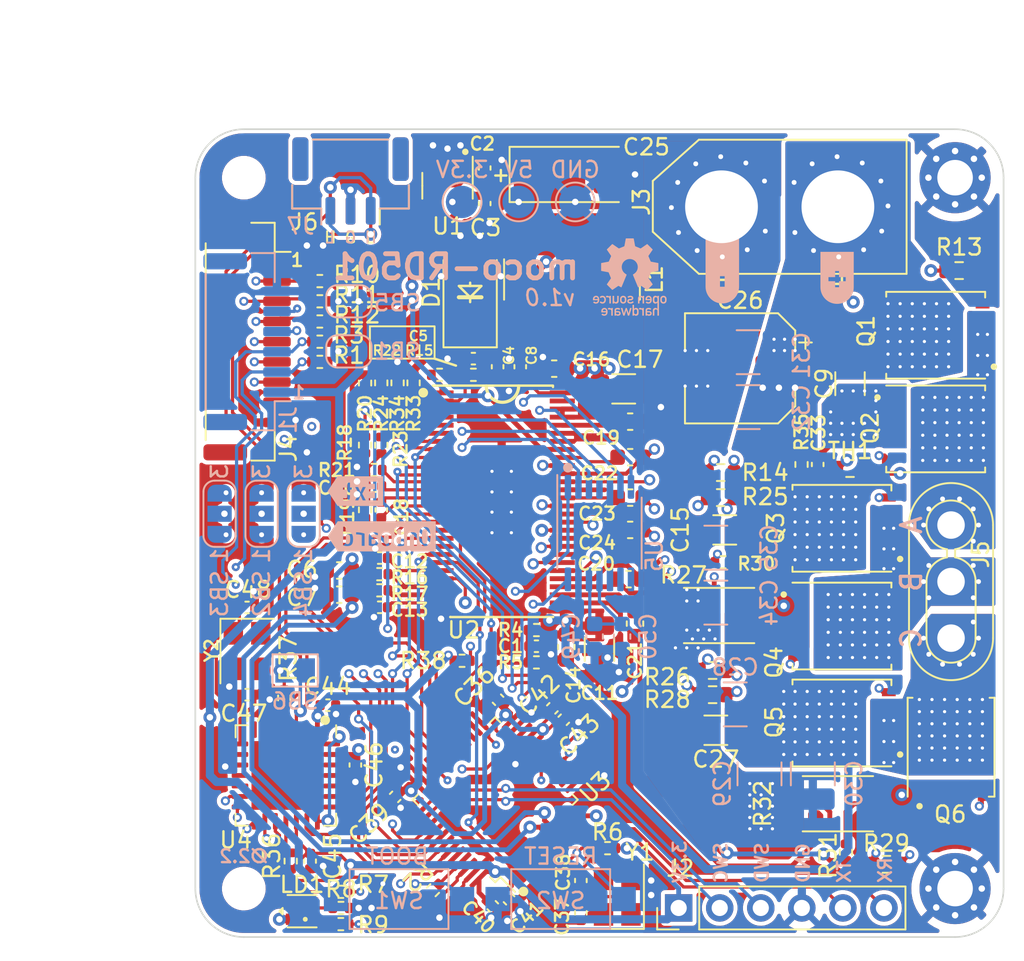
<source format=kicad_pcb>
(kicad_pcb (version 20221018) (generator pcbnew)
  (title_block (title "moco-RD501") (date "2023-01-06") (rev "1.0") (comment 1 "rectangle, discrete, 50mm") (comment 2 "MIT license (Open source hardware)") (comment 3 "https://github.com/ziteh/moco"))
  (layers (0 "F.Cu" signal) (1 "In1.Cu" signal) (2 "In2.Cu" signal) (31 "B.Cu" signal) (34 "B.Paste" user) (35 "F.Paste" user) (36 "B.SilkS" user "B.Silkscreen") (37 "F.SilkS" user "F.Silkscreen") (38 "B.Mask" user) (39 "F.Mask" user) (44 "Edge.Cuts" user))
  (net 0 "")
  (net 1 "GND")
  (net 2 "/MCU/Vdrive_SENSE")
  (net 3 "Net-(C4-Pad1)")
  (net 4 "+5V")
  (net 5 "VCC")
  (net 6 "Net-(C5-Pad1)")
  (net 7 "/MCU/CURR_SENSE_1")
  (net 8 "/MCU/CURR_SENSE_2")
  (net 9 "Net-(C8-Pad2)")
  (net 10 "Vdrive")
  (net 11 "Net-(C12-Pad1)")
  (net 12 "Net-(C13-Pad1)")
  (net 13 "GATE_VDD")
  (net 14 "Net-(C18-Pad2)")
  (net 15 "Net-(C19-Pad2)")
  (net 16 "Net-(C19-Pad1)")
  (net 17 "Net-(C20-Pad1)")
  (net 18 "Net-(C21-Pad1)")
  (net 19 "/Motor Driver/MOTOR_A")
  (net 20 "Net-(C22-Pad2)")
  (net 21 "/Motor Driver/MOTOR_B")
  (net 22 "Net-(C37-Pad2)")
  (net 23 "/Motor Driver/MOTOR_C")
  (net 24 "Net-(C38-Pad1)")
  (net 25 "Net-(C47-Pad1)")
  (net 26 "/MCU/TEMP_SENSE")
  (net 27 "Net-(C48-Pad2)")
  (net 28 "/MCU_~{RESET}")
  (net 29 "Net-(Q1-Pad4)")
  (net 30 "/CAN BUS/CAN_H")
  (net 31 "/CAN BUS/CAN_L")
  (net 32 "/I2C_SCL")
  (net 33 "/I2C_SDA")
  (net 34 "Net-(Q2-Pad4)")
  (net 35 "Net-(R1-Pad1)")
  (net 36 "/ENC_A")
  (net 37 "/ENC_B")
  (net 38 "Net-(R10-Pad1)")
  (net 39 "/SWDIO")
  (net 40 "/SWCLK")
  (net 41 "/SPI_CLK")
  (net 42 "/SPI_MOSI")
  (net 43 "/SPI_MISO")
  (net 44 "Net-(R16-Pad1)")
  (net 45 "Net-(R17-Pad1)")
  (net 46 "Net-(R21-Pad2)")
  (net 47 "/ENC_I")
  (net 48 "/CAN BUS/~{INT}")
  (net 49 "Net-(Q3-Pad4)")
  (net 50 "Net-(Q4-Pad4)")
  (net 51 "Net-(Q5-Pad4)")
  (net 52 "/Motor Driver/SL_B")
  (net 53 "Net-(Q6-Pad4)")
  (net 54 "Net-(R22-Pad2)")
  (net 55 "/Motor Driver/SL_C")
  (net 56 "Net-(R23-Pad2)")
  (net 57 "Net-(R36-Pad2)")
  (net 58 "Net-(R37-Pad2)")
  (net 59 "/MCU_BOOT0")
  (net 60 "/USART_TX")
  (net 61 "/USART_RX")
  (net 62 "/SPI_SENSOR_~{CS}")
  (net 63 "/USER_LED_1")
  (net 64 "/GPIO_PB2")
  (net 65 "/Motor Driver/GH_A")
  (net 66 "/Motor Driver/GL_A")
  (net 67 "/~{FAULT}")
  (net 68 "/EN_GATE")
  (net 69 "/Motor Driver/PWRGD")
  (net 70 "/Motor Driver/GH_B")
  (net 71 "/Motor Driver/GL_B")
  (net 72 "/Motor Driver/GH_C")
  (net 73 "/Motor Driver/GL_C")
  (net 74 "/Motor Driver/V_SENSE")
  (net 76 "Net-(U4-Pad20)")
  (net 77 "/USER_LED_2")
  (net 78 "/MCU/PWM_AH")
  (net 79 "/MCU/PWM_AL")
  (net 80 "/MCU/PWM_BH")
  (net 81 "/MCU/PWM_BL")
  (net 82 "/MCU/PWM_CH")
  (net 83 "/MCU/PWM_CL")
  (net 84 "Net-(U4-Pad21)")
  (net 91 "/Rotary Position Sensor/W{slash}PWM")
  (net 92 "/Rotary Position Sensor/V")
  (net 93 "/Rotary Position Sensor/U")
  (net 95 "/Motor Driver/SP1")
  (net 96 "/Motor Driver/SP2")
  (net 97 "/Motor Driver/SN1")
  (net 98 "/Motor Driver/SN2")
  (net 100 "Net-(LD1-Pad1)")
  (net 101 "Net-(LD1-Pad3)")
  (net 102 "Net-(LD1-Pad4)")
  (net 103 "/Motor Driver/~{OCTW}")
  (net 106 "/SPI_DRIVER_~{CS}")
  (net 107 "/SPI_CAN_~{CS}")
  (net 108 "/GPIO_PB11")
  (net 110 "Net-(C24-Pad2)")
  (net 111 "Net-(C23-Pad2)")
  (net 112 "Net-(C18-Pad1)")
  (net 113 "/OnBoard_ENC_I")
  (net 114 "/OnBoard_ENC_B")
  (net 115 "/OnBoard_ENC_A")
  (net 116 "/Ext_ENC_I")
  (net 117 "/Ext_ENC_B")
  (net 118 "/Ext_ENC_A")
  (footprint "Capacitor_SMD:C_0402_1005Metric" (layer "F.Cu") (at 111.4 76.54 180)
    (fp_text reference "C12")
    (fp_text value "1uF")
  )
  (footprint "Resistor_SMD:R_0402_1005Metric" (layer "F.Cu") (at 117.2 65.2 180)
    (fp_text reference "R15")
    (fp_text value "47k")
  )
  (footprint "Resistor_SMD:R_0603_1608Metric" (layer "F.Cu") (at 132.5 71.25 180)
    (fp_text reference "R14")
    (fp_text value "2.2R")
  )
  (footprint "Resistor_SMD:R_0402_1005Metric" (layer "F.Cu") (at 111.4 78.54 180)
    (fp_text reference "R17")
    (fp_text value "22R")
  )
  (footprint "Capacitor_SMD:C_0402_1005Metric" (layer "F.Cu") (at 112.362815 91.323223 -135)
    (fp_text reference "C39")
    (fp_text value "100nF")
  )
  (footprint "Capacitor_SMD:C_0603_1608Metric" (layer "F.Cu") (at 122.95 82.049999 -90)
    (fp_text reference "C14")
    (fp_text value "100nF/50V")
  )
  (footprint "Capacitor_SMD:C_0402_1005Metric" (layer "F.Cu") (at 111.5 73.56 -90)
    (fp_text reference "C18")
    (fp_text value "22nF")
  )
  (footprint "Capacitor_SMD:C_0402_1005Metric" (layer "F.Cu") (at 111.05 72.090001 180)
    (fp_text reference "C10")
    (fp_text value "2.2uF/16V")
  )
  (footprint "Capacitor_SMD:C_0402_1005Metric" (layer "F.Cu") (at 108.2 85.65)
    (fp_text reference "C44")
    (fp_text value "100nF")
  )
  (footprint "Resistor_SMD:R_0402_1005Metric" (layer "F.Cu") (at 111.4 77.54 180)
    (fp_text reference "R16")
    (fp_text value "22R")
  )
  (footprint "Capacitor_SMD:C_0402_1005Metric" (layer "F.Cu") (at 122.085533 85.843145 45)
    (fp_text reference "C42")
    (fp_text value "100nF")
  )
  (footprint "Resistor_SMD:R_2512_6332Metric" (layer "F.Cu") (at 132.4 80.1 180)
    (fp_text reference "R27")
    (fp_text value "0.5mΩ")
  )
  (footprint "Capacitor_SMD:C_0402_1005Metric" (layer "F.Cu") (at 109.9 89.35 -90)
    (fp_text reference "C46")
    (fp_text value "100nF")
  )
  (footprint "Resistor_SMD:R_0603_1608Metric" (layer "F.Cu") (at 132 85 180)
    (fp_text reference "R28")
    (fp_text value "2.2R")
  )
  (footprint "MountingHole:MountingHole_2.2mm_M2_Pad_Via" (layer "F.Cu") (at 147 53)
    (fp_text reference "H2" hide)
    (fp_text value "MountingHole_Pad" hide)
  )
  (footprint "Connector_PinHeader_2.54mm:PinHeader_1x06_P2.54mm_Vertical" (layer "F.Cu") (at 129.9 98.2 90)
    (fp_text reference "J2")
    (fp_text value "Debug")
  )
  (footprint "Resistor_SMD:R_0402_1005Metric" (layer "F.Cu") (at 132.65 76.8)
    (fp_text reference "R30")
    (fp_text value "120R")
  )
  (footprint "moco:RGB LED 1.6x1.6mm" (layer "F.Cu") (at 106.6 98.4 180)
    (fp_text reference "LD1")
    (fp_text value "LED_BAGR")
  )
  (footprint "Capacitor_SMD:C_0402_1005Metric" (layer "F.Cu") (at 123.85 96.5 90)
    (fp_text reference "C38")
    (fp_text value "12pF")
  )
  (footprint "Resistor_SMD:R_0603_1608Metric" (layer "F.Cu") (at 142.75 95.5 180)
    (fp_text reference "R29")
    (fp_text value "2.2R")
  )
  (footprint "Resistor_SMD:R_0402_1005Metric" (layer "F.Cu") (at 115.11 65.2 180)
    (fp_text reference "R22")
    (fp_text value "220k 1%")
  )
  (footprint "Capacitor_SMD:C_0402_1005Metric" (layer "F.Cu") (at 111.4 79.590001 180)
    (fp_text reference "C13")
    (fp_text value "1uF")
  )
  (footprint "Resistor_SMD:R_0603_1608Metric" (layer "F.Cu") (at 147.25 58.75 180)
    (fp_text reference "R13")
    (fp_text value "2.2R")
  )
  (footprint "Capacitor_SMD:C_0402_1005Metric" (layer "F.Cu") (at 103.2 79.6 180)
    (fp_text reference "C48")
    (fp_text value "22pF")
  )
  (footprint "Capacitor_SMD:C_0603_1608Metric" (layer "F.Cu") (at 126.9 68.1)
    (fp_text reference "C19")
    (fp_text value "100nF/50V")
  )
  (footprint "Package_TO_SOT_SMD:TDSON-8-1" (layer "F.Cu") (at 140 74.7 180)
    (fp_text reference "Q3")
    (fp_text value "CSD18540Q5B")
  )
  (footprint "Capacitor_SMD:C_0603_1608Metric" (layer "F.Cu") (at 127.2 80.6 -90)
    (fp_text reference "C21")
    (fp_text value "2.2nF")
  )
  (footprint "Capacitor_SMD:C_0402_1005Metric" (layer "F.Cu") (at 138.5 70.75 90)
    (fp_text reference "C33")
    (fp_text value "2.2uF/16V")
  )
  (footprint "Crystal:Crystal_SMD_3225-4Pin_3.2x2.5mm" (layer "F.Cu") (at 103.2 82.3 -90)
    (fp_text reference "Y2")
    (fp_text value "16MHz")
  )
  (footprint "Package_SO:HTSSOP-56-1EP_6.1x14mm_P0.5mm_EP3.61x6.35mm" (layer "F.Cu") (at 118.95 73.069999)
    (fp_text reference "U2")
    (fp_text value "DRV8301")
  )
  (footprint "Diode_SMD:D_SMA" (layer "F.Cu") (at 117 60.1 90)
    (fp_text reference "D1")
    (fp_text value "SS34")
  )
  (footprint "Capacitor_SMD:C_0402_1005Metric" (layer "F.Cu") (at 118.726776 85.312815 135)
    (fp_text reference "C36")
    (fp_text value "100nF")
  )
  (footprint "Resistor_SMD:R_0402_1005Metric" (layer "F.Cu") (at 107.7 61.9 180)
    (fp_text reference "R12")
    (fp_text value "3.3k")
  )
  (footprint "Capacitor_SMD:C_0402_1005Metric" (layer "F.Cu") (at 119.405599 97.6589 -45)
    (fp_text reference "C41")
    (fp_text value "100nF")
  )
  (footprint "Resistor_SMD:R_0402_1005Metric" (layer "F.Cu") (at 113.5 65.7 90)
    (fp_text reference "R33")
    (fp_text value "18k")
  )
  (footprint "Capacitor_SMD:C_0402_1005Metric" (layer "F.Cu") (at 103.2 85 180)
    (fp_text reference "C47")
    (fp_text value "22pF")
  )
  (footprint "Resistor_SMD:R_0402_1005Metric" (layer "F.Cu") (at 107.7 63.15 180)
    (fp_text reference "R3")
    (fp_text value "4.7k")
  )
  (footprint "Capacitor_SMD:C_1206_3216Metric" (layer "F.Cu") (at 125 82.2 -90)
    (fp_text reference "C11")
    (fp_text value "4.7uF/50V")
  )
  (footprint "Capacitor_SMD:C_0402_1005Metric" (layer "F.Cu") (at 123.85 98.5 90)
    (fp_text reference "C37")
    (fp_text value "12pF")
  )
  (footprint "Resistor_SMD:R_0402_1005Metric" (layer "F.Cu") (at 110.5 69.55 -90)
    (fp_text reference "R18")
    (fp_text value "10k")
  )
  (footprint "Package_TO_SOT_SMD:TDSON-8-1" (layer "F.Cu") (at 145.8 68.55)
    (fp_text reference "Q2")
    (fp_text value "CSD18540Q5B")
  )
  (footprint "Package_TO_SOT_SMD:TDSON-8-1" (layer "F.Cu") (at 145.8 62.75 180)
    (fp_text reference "Q1")
    (fp_text value "CSD18540Q5B")
  )
  (footprint "Resistor_SMD:R_0402_1005Metric" (layer "F.Cu") (at 109 99.2)
    (fp_text reference "R9")
    (fp_text value "330R")
  )
  (footprint "NetTie:NetTie-2_SMD_Pad0.5mm" (layer "F.Cu") (at 130.05 80.1 180)
    (fp_text reference "NT2" hide)
    (fp_text value "NetTie_2" hide)
  )
  (footprint "Capacitor_Tantalum_SMD:CP_EIA-6032-28_Kemet-C" (layer "F.Cu") (at 123.2 52.8)
    (fp_text reference "C25")
    (fp_text value "68uF")
  )
  (footprint "Resistor_SMD:R_0402_1005Metric" (layer "F.Cu") (at 105.9 95.3 90)
    (fp_text reference "R36")
    (fp_text value "10k")
  )
  (footprint "Resistor_SMD:R_0603_1608Metric" (layer "F.Cu") (at 132 83.5 180)
    (fp_text reference "R26")
    (fp_text value "2.2R")
  )
  (footprint "Capacitor_SMD:C_0402_1005Metric" (layer "F.Cu") (at 117.9 52.4 90)
    (fp_text reference "C2")
    (fp_text value "10uF")
  )
  (footprint "Capacitor_SMD:C_0603_1608Metric" (layer "F.Cu") (at 126.9 70.3 180)
    (fp_text reference "C22")
    (fp_text value "100nF/50V")
  )
  (footprint "Resistor_SMD:R_0402_1005Metric" (layer "F.Cu") (at 105.5 85.2 90)
    (fp_text reference "R37")
    (fp_text value "120R")
  )
  (footprint "Package_TO_SOT_SMD:TDSON-8-1" (layer "F.Cu") (at 140 86.75 180)
    (fp_text reference "Q5")
    (fp_text value "CSD18540Q5B")
  )
  (footprint "Resistor_SMD:R_0402_1005Metric" (layer "F.Cu") (at 116.5 82.9)
    (fp_text reference "R38")
    (fp_text value "10k")
  )
  (footprint "Connector_JST:JST_GH_SM09B-GHS-TB_1x09-1MP_P1.25mm_Horizontal" (layer "F.Cu") (at 103.2 63.15 -90)
    (fp_text reference "J4")
    (fp_text value "Conn_01x09")
  )
  (footprint "moco:AMASS MR30PB-F" (layer "F.Cu") (at 146.75 78 -90)
    (fp_text reference "J5")
    (fp_text value "Conn_01x03")
  )
  (footprint "Resistor_SMD:R_0603_1608Metric" (layer "F.Cu") (at 140.5 71 180)
    (fp_text reference "TH1")
    (fp_text value "NCP18XH103F03RB")
  )
  (footprint "NetTie:NetTie-2_SMD_Pad0.5mm" (layer "F.Cu") (at 134.75 80.1)
    (fp_text reference "NT1" hide)
    (fp_text value "NetTie_2" hide)
  )
  (footprint "Capacitor_SMD:C_0603_1608Metric" (layer "F.Cu") (at 126.9 72.8 180)
    (fp_text reference "C23")
    (fp_text value "100nF/50V")
  )
  (footprint "Connector_JST:JST_GH_SM03B-GHS-TB_1x03-1MP_P1.25mm_Horizontal" (layer "F.Cu") (at 109.6 53.2 180)
    (fp_text reference "J6")
    (fp_text value "Conn_02x02_Top_Bottom")
  )
  (footprint "Package_TO_SOT_SMD:TDSON-8-1" (layer "F.Cu") (at 140 80.75)
    (fp_text reference "Q4")
    (fp_text value "CSD18540Q5B")
  )
  (footprint "Resistor_SMD:R_0402_1005Metric" (layer "F.Cu") (at 107.7 64.4 180)
    (fp_text reference "R1")
    (fp_text value "4.7k")
  )
  (footprint "Resistor_SMD:R_0402_1005Metric" (layer "F.Cu") (at 137.5 70.75 -90)
    (fp_text reference "R35")
    (fp_text value "10k")
  )
  (footprint "Package_TO_SOT_SMD:TDSON-8-1" (layer "F.Cu") (at 146.75 88.25 90)
    (fp_text reference "Q6")
    (fp_text value "CSD18540Q5B")
  )
  (footprint "Capacitor_SMD:C_0603_1608Metric" (layer "F.Cu") (at 108.9 78.81 180)
    (fp_text reference "C7")
    (fp_text value "2.2nF")
  )
  (footprint "Resistor_SMD:R_0402_1005Metric" (layer "F.Cu") (at 109 97.2)
    (fp_text reference "R7")
    (fp_text value "680R")
  )
  (footprint "Capacitor_SMD:CP_Elec_6.3x7.7" (layer "F.Cu") (at 133.7 64.8 180)
    (fp_text reference "C26")
    (fp_text value "47uF/50V")
  )
  (footprint "Resistor_SMD:R_0402_1005Metric" (layer "F.Cu") (at 125.5 94.5 180)
    (fp_text reference "R6")
    (fp_text value "10k")
  )
  (footprint "Resistor_SMD:R_0402_1005Metric" (layer "F.Cu") (at 121.1 83)
    (fp_text reference "R5")
    (fp_text value "680R")
  )
  (footprint "Capacitor_SMD:C_1206_3216Metric" (layer "F.Cu") (at 126.5 66.069999)
    (fp_text reference "C17")
    (fp_text value "4.7uF/50V")
  )
  (footprint "Capacitor_SMD:C_1206_3216Metric" (layer "F.Cu") (at 132.2 87.2 180)
    (fp_text reference "C27")
    (fp_text value "2.2uF/50V")
  )
  (footprint "Package_QFP:LQFP-48_7x7mm_P0.5mm" (layer "F.Cu") (at 118.55 91.5 135)
    (fp_text reference "U3")
    (fp_text value "STM32G431CBT6")
  )
  (footprint "Resistor_SMD:R_0402_1005Metric" (layer "F.Cu") (at 111.05 71.090001)
    (fp_text reference "R21")
    (fp_text value "3.3k")
  )
  (footprint "MountingHole:MountingHole_2.2mm_M2_Pad_Via" (layer "F.Cu") (at 147 97)
    (fp_text reference "H4" hide)
    (fp_text value "MountingHole_Pad" hide)
  )
  (footprint "Resistor_SMD:R_2512_6332Metric" (layer "F.Cu") (at 139.75 91.75 180)
    (fp_text reference "R32")
    (fp_text value "0.5mΩ")
  )
  (footprint "Resistor_SMD:R_0402_1005Metric" (layer "F.Cu") (at 107.7 60.65 180)
    (fp_text reference "R11")
    (fp_text value "3.3k")
  )
  (footprint "Capacitor_SMD:C_0603_1608Metric" (layer "F.Cu") (at 126.9 74.8 180)
    (fp_text reference "C24")
    (fp_text value "100nF/50V")
  )
  (footprint "Resistor_SMD:R_0402_1005Metric" (layer "F.Cu") (at 111.5 69.56 90)
    (fp_text reference "R23")
    (fp_text value "18k")
  )
  (footprint "Resistor_SMD:R_0402_1005Metric" (layer "F.Cu") (at 112.509999 65.7 -90)
    (fp_text reference "R34")
    (fp_text value "3.3k")
  )
  (footprint "MountingHole:MountingHole_2.2mm_M2_ISO14580" (layer "F.Cu") (at 103 53)
    (fp_text reference "H1" hide)
    (fp_text value "MountingHole" hide)
  )
  (footprint "Resistor_SMD:R_0402_1005Metric" (layer "F.Cu") (at 109.01 98.2)
    (fp_text reference "R8")
    (fp_text value "1k")
  )
  (footprint "Capacitor_SMD:C_0603_1608Metric" (layer "F.Cu") (at 126.8 77.85 180)
    (fp_text reference "C20")
    (fp_text value "2.2nF")
  )
  (footprint "Capacitor_SMD:C_0402_1005Metric" (layer "F.Cu") (at 121.1 82)
    (fp_text reference "C1")
    (fp_text value "270pF")
  )
  (footprint "Resistor_SMD:R_0402_1005Metric" (layer "F.Cu") (at 140.25 94.75 90)
    (fp_text reference "R31")
    (fp_text value "120R")
  )
  (footprint "NetTie:NetTie-2_SMD_Pad0.5mm" (layer "F.Cu") (at 137.4 91.75 180)
    (fp_text reference "NT4" hide)
    (fp_text value "NetTie_2" hide)
  )
  (footprint "Resistor_SMD:R_0402_1005Metric" (layer "F.Cu") (at 110.5 65.71 90)
    (fp_text reference "R20")
    (fp_text value "10k")
  )
  (footprint "Capacitor_SMD:C_0402_1005Metric" (layer "F.Cu") (at 120.1 64.7 -90)
    (fp_text reference "C8")
    (fp_text value "15nF")
  )
  (footprint "Package_DFN_QFN:QFN-28-1EP_6x6mm_P0.65mm_EP4.25x4.25mm" (layer "F.Cu") (at 105.6 90 -90)
    (fp_text reference "U4")
    (fp_text value "MCP25625")
  )
  (footprint "Capacitor_SMD:C_0402_1005Metric" (layer "F.Cu") (at 117.9 54.6 -90)
    (fp_text reference "C3")
    (fp_text value "4.7uF")
  )
  (footprint "Resistor_SMD:R_0402_1005Metric" (layer "F.Cu") (at 110.5 73.56 -90)
    (fp_text reference "R19")
    (fp_text value "1k")
  )
  (footprint "Capacitor_SMD:C_0402_1005Metric" (layer "F.Cu") (at 107.1 95.3 -90)
    (fp_text reference "C45")
    (fp_text value "100nF")
  )
  (footprint "Resistor_SMD:R_0603_1608Metric" (layer "F.Cu") (at 132.5 72.8 180)
    (fp_text reference "R25")
    (fp_text value "2.2R")
  )
  (footprint "MountingHole:MountingHole_2.2mm_M2_ISO14580" (layer "F.Cu") (at 103 97)
    (fp_text reference "H3" hide)
    (fp_text value "MountingHole" hide)
  )
  (footprint "Resistor_SMD:R_0402_1005Metric" (layer "F.Cu") (at 114.7 97.1 -135)
    (fp_text reference "R2")
    (fp_text value "10k")
  )
  (footprint "Resistor_SMD:R_0402_1005Metric" (layer "F.Cu") (at 111.5 65.7 90)
    (fp_text reference "R24")
    (fp_text value "10k")
  )
  (footprint "Capacitor_SMD:C_0402_1005Metric" (layer "F.Cu") (at 122.79264 86.550252 45)
    (fp_text reference "C43")
    (fp_text value "1uF")
  )
  (footprint "Capacitor_SMD:C_1206_3216Metric" (layer "F.Cu") (at 132.75 74.8 180)
    (fp_text reference "C15")
    (fp_text value "2.2uF/50V")
  )
  (footprint "Crystal:Crystal_SMD_3225-4Pin_3.2x2.5mm" (layer "F.Cu") (at 126.1 97.5 90)
    (fp_text reference "Y1")
    (fp_text value "8MHz")
  )
  (footprint "Capacitor_SMD:C_0402_1005Metric" (layer "F.Cu") (at 118.7 64.7 90)
    (fp_text reference "C4")
    (fp_text value "270pF")
  )
  (footprint "Capacitor_SMD:C_0603_1608Metric" (layer "F.Cu") (at 122.2 64.819999 180)
    (fp_text reference "C16")
    (fp_text value "100nF/50V")
  )
  (footprint "Capacitor_SMD:C_0603_1608Metric" (layer "F.Cu") (at 108.9 77.31 180)
    (fp_text reference "C6")
    (fp_text value "2.2nF")
  )
  (footprint "Capacitor_SMD:C_0402_1005Metric" (layer "F.Cu") (at 118.4 98.1 -45)
    (fp_text reference "C40")
    (fp_text value "100nF")
  )
  (footprint "Package_TO_SOT_SMD:SOT-23-5" (layer "F.Cu") (at 115.6 53.5 -90)
    (fp_text reference "U1")
    (fp_text value "XC6220B331MR")
  )
  (footprint "Resistor_SMD:R_0402_1005Metric" (layer "F.Cu") (at 107.7 59.4 180)
    (fp_text reference "R10")
    (fp_text value "3.3k")
  )
  (footprint "Inductor_SMD:L_Bourns-SRN8040_8x8.15mm" (layer "F.Cu") (at 123.3 59.299999 90)
    (fp_text reference "L1")
    (fp_text value "22uH/1.5A")
  )
  (footprint "Capacitor_SMD:C_1206_3216Metric" (layer "F.Cu") (at 140.5 65.75 -90)
    (fp_text reference "C9")
    (fp_text value "2.2uF/50V")
  )
  (footprint "Capacitor_SMD:C_0402_1005Metric" (layer "F.Cu") (at 117.2 64.2)
    (fp_text reference "C5")
    (fp_text value "82pF")
  )
  (footprint "NetTie:NetTie-2_SMD_Pad0.5mm" (layer "F.Cu") (at 142.1 91.75)
    (fp_text reference "NT3" hide)
    (fp_text value "NetTie_2" hide)
  )
  (footprint "Resistor_SMD:R_0402_1005Metric" (layer "F.Cu") (at 121.1 81 180)
    (fp_text reference "R4")
    (fp_text value "10k")
  )
  (footprint "Connector_AMASS:AMASS_XT60-M_1x02_P7.20mm_Vertical" (layer "F.Cu") (at 132.55 54.799999)
    (fp_text reference "J3")
    (fp_text value "Conn_01x02")
  )
  (footprint "Connector_JST:JST_GH_SM06B-GHS-TB_1x06-1MP_P1.25mm_Horizontal" (layer "B.Cu") (at 103.2 63.15 90)
    (fp_text reference "J1")
    (fp_text value "Conn_01x06")
  )
  (footprint "kibuzzard-638C8B7C" (layer "B.Cu") (at 139.7 59.2 90)
    (fp_text reference "kibuzzard-638C8B7C" hide)
    (fp_text value "G***" hide)
  )
  (footprint "Button_Switch_SMD:SW_SPST_CK_RS282G05A3" (layer "B.Cu") (at 122.6 97.65)
    (fp_text reference "SW2")
    (fp_text value "SW_Push")
  )
  (footprint "Jumper:SolderJumper-3_P1.3mm_Open_RoundedPad1.0x1.5mm_NumberLabels" (layer "B.Cu") (at 106.7 73.8 90)
    (fp_text reference "SB4")
    (fp_text value "Jumper_3_Bridged12")
  )
  (footprint "TestPoint:TestPoint_Pad_D2.0mm" (layer "B.Cu") (at 116.5 54.5 180)
    (fp_text reference "TP1" hide)
    (fp_text value "TestPoint")
  )
  (footprint "Package_SO:TSSOP-14_4.4x5mm_P0.65mm" (layer "B.Cu") (at 125 75 -90)
    (fp_text reference "U5")
    (fp_text value "AS5147")
  )
  (footprint "kibuzzard-638C8E29" (layer "B.Cu") (at 109.9 72.4 180)
    (fp_text reference "kibuzzard-638C8E29" hide)
    (fp_text value "G***" hide)
  )
  (footprint "Capacitor_SMD:C_0603_1608Metric" (layer "B.Cu") (at 126.4 81.4 -90)
    (fp_text reference "C50")
    (fp_text value "100nF")
  )
  (footprint "kibuzzard-638C8E4D" (layer "B.Cu") (at 111.530098 75.2 180)
    (fp_text reference "kibuzzard-638C8E4D" hide)
    (fp_text value "G***" hide)
  )
  (footprint "Button_Switch_SMD:SW_SPST_CK_RS282G05A3" (layer "B.Cu") (at 112.6 97.65 180)
    (fp_text reference "SW1")
    (fp_text value "SW_Push")
  )
  (footprint "Jumper:SolderJumper-2_P1.3mm_Bridged_RoundedPad1.0x1.5mm" (layer "B.Cu") (at 109.5 63.75 180)
    (fp_text reference "SB1")
    (fp_text value "SolderJumper_2_Bridged")
  )
  (footprint "Capacitor_SMD:C_1210_3225Metric_Pad1.33x2.70mm_HandSolder" (layer "B.Cu") (at 134.9 89.9 -90)
    (fp_text reference "C29")
    (fp_text value "22uF/50V")
  )
  (footprint "TestPoint:TestPoint_Pad_D2.0mm" (layer "B.Cu") (at 123.5 54.5 180)
    (fp_text reference "TP2" hide)
    (fp_text value "TestPoint")
  )
  (footprint "TestPoint:TestPoint_Pad_D2.0mm" (layer "B.Cu") (at 120 54.5 180)
    (fp_text reference "TP3" hide)
    (fp_text value "TestPoint")
  )
  (footprint "Capacitor_SMD:C_0603_1608Metric" (layer "B.Cu") (at 124.7 81.4 -90)
    (fp_text reference "C49")
    (fp_text value "1uF")
  )
  (footprint "Connector_JST:JST_GH_SM03B-GHS-TB_1x03-1MP_P1.25mm_Horizontal" (layer "B.Cu") (at 109.6 53.2)
    (fp_text reference "J7")
    (fp_text value "Conn_02x02_Top_Bottom")
  )
  (footprint "kibuzzard-638C8BCF" (layer "B.Cu") (at 132.6 58.7 90)
    (fp_text reference "kibuzzard-638C8BCF" hide)
    (fp_text value "G***" hide)
  )
  (footprint "Jumper:SolderJumper-3_P1.3mm_Open_RoundedPad1.0x1.5mm_NumberLabels" (layer "B.Cu") (at 104.1 73.8 90)
    (fp_text reference "SB2")
    (fp_text value "Jumper_3_Bridged12")
  )
  (footprint "Jumper:SolderJumper-3_P1.3mm_Open_RoundedPad1.0x1.5mm_NumberLabels" (layer "B.Cu") (at 101.5 73.8 90)
    (fp_text reference "SB3")
    (fp_text value "Jumper_3_Bridged12")
  )
  (footprint "Capacitor_SMD:C_1210_3225Metric_Pad1.33x2.70mm_HandSolder" (layer "B.Cu") (at 138.2 89.9 -90)
    (fp_text reference "C30")
    (fp_text value "22uF/50V")
  )
  (footprint "Capacitor_SMD:C_1210_3225Metric_Pad1.33x2.70mm_HandSolder" (layer "B.Cu") (at 134.2 63.8 180)
    (fp_text reference "C31")
    (fp_text value "22uF/50V")
  )
  (footprint "Jumper:SolderJumper-2_P1.3mm_Open_TrianglePad1.0x1.5mm" (layer "B.Cu") (at 106.175 83.5 180)
    (fp_text reference "SB6")
    (fp_text value "SolderJumper_2_Open")
  )
  (footprint "Capacitor_SMD:C_1210_3225Metric_Pad1.33x2.70mm_HandSolder" (layer "B.Cu") (at 134.2 67.2 180)
    (fp_text reference "C32")
    (fp_text value "22uF/50V")
  )
  (footprint "Jumper:SolderJumper-2_P1.3mm_Bridged_RoundedPad1.0x1.5mm" (layer "B.Cu") (at 109.5 60.65)
    (fp_text reference "SB5")
    (fp_text value "SolderJumper_2_Bridged")
  )
  (footprint "Capacitor_SMD:C_1210_3225Metric_Pad1.33x2.70mm_HandSolder" (layer "B.Cu") (at 133.4 85.6 180)
    (fp_text reference "C28")
    (fp_text value "22uF/50V")
  )
  (footprint "Capacitor_SMD:C_1210_3225Metric_Pad1.33x2.70mm_HandSolder" (layer "B.Cu") (at 132.2 75.9 180)
    (fp_text reference "C35")
    (fp_text value "22uF/50V")
  )
  (footprint "Capacitor_SMD:C_1210_3225Metric_Pad1.33x2.70mm_HandSolder" (layer "B.Cu") (at 132.2 79.3 180)
    (fp_text reference "C34")
    (fp_text value "22uF/50V")
  )
  (gr_poly (pts (xy 127.517592 61.058267) (xy 127.51061 61.058751) (xy 127.503772 61.059549) (xy 127.497071 61.06065) (xy 127.490504 61.062049) (xy 127.484063 61.063735) (xy 127.477743 61.065702) (xy 127.471539 61.06794) (xy 127.465446 61.070441) (xy 127.459456 61.073198) (xy 127.453566 61.076203) (xy 127.447769 61.079446) (xy 127.442059 61.08292) (xy 127.436431 61.086616) (xy 127.43088 61.090526) (xy 127.4254 61.094643) (xy 127.49472 61.177114) (xy 127.498864 61.174064) (xy 127.502876 61.171251) (xy 127.506777 61.16867) (xy 127.510592 61.166314) (xy 127.51434 61.164179) (xy 127.518044 61.162258) (xy 127.521726 61.160547) (xy 127.525409 61.159039) (xy 127.529113 61.15773) (xy 127.532861 61.156613) (xy 127.536676 61.155683) (xy 127.540578 61.154935) (xy 127.54459 61.154362) (xy 127.548734 61.15396) (xy 127.553032 61.153723) (xy 127.557506 61.153645) (xy 127.56627 61.153999) (xy 127.574946 61.155071) (xy 127.583469 61.156873) (xy 127.591772 61.15942) (xy 127.595821 61.160977) (xy 127.59979 61.162725) (xy 127.603672 61.164666) (xy 127.607457 61.166801) (xy 127.611138 61.169133) (xy 127.614706 61.171662) (xy 127.618154 61.174392) (xy 127.621472 61.177322) (xy 127.624654 61.180456) (xy 127.627689 61.183794) (xy 127.630571 61.187338) (xy 127.633291 61.191091) (xy 127.635841 61.195054) (xy 127.638212 61.199228) (xy 127.640397 61.203615) (xy 127.642386 61.208217) (xy 127.644173 61.213035) (xy 127.645748 61.218072) (xy 127.647103 61.223329) (xy 127.64823 61.228807) (xy 127.649121 61.234508) (xy 127.649768 61.240435) (xy 127.650162 61.246588) (xy 127.650295 61.25297) (xy 127.650295 61.538799) (xy 127.745863 61.538799) (xy 127.745863 61.063739) (xy 127.650295 61.063739) (xy 127.650295 61.114328) (xy 127.648417 61.114328) (xy 127.642643 61.107522) (xy 127.63657 61.101156) (xy 127.630205 61.095227) (xy 127.623557 61.089737) (xy 127.616634 61.084686) (xy 127.609445 61.080074) (xy 127.601997 61.075901) (xy 127.5943 61.072167) (xy 127.586361 61.068871) (xy 127.578188 61.066015) (xy 127.569791 61.063598) (xy 127.561177 61.06162) (xy 127.552356 61.060082) (xy 127.543334 61.058983) (xy 127.534121 61.058324) (xy 127.524724 61.058104)) (fill solid) (layer "B.SilkS"))
  (gr_poly (pts (xy 126.10647 61.058575) (xy 126.085871 61.060024) (xy 126.066257 61.062509) (xy 126.056839 61.064157) (xy 126.047691 61.066085) (xy 126.038822 61.0683) (xy 126.030239 61.070809) (xy 126.021951 61.073619) (xy 126.013966 61.076736) (xy 126.006291 61.080169) (xy 125.998936 61.083924) (xy 125.991907 61.088007) (xy 125.985213 61.092427) (xy 125.978862 61.09719) (xy 125.972863 61.102303) (xy 125.967222 61.107773) (xy 125.961949 61.113607) (xy 125.957052 61.119813) (xy 125.952538 61.126396) (xy 125.948415 61.133365) (xy 125.944692 61.140726) (xy 125.941377 61.148486) (xy 125.938478 61.156653) (xy 125.936002 61.165233) (xy 125.933959 61.174233) (xy 125.932355 61.183661) (xy 125.9312 61.193523) (xy 125.930501 61.203827) (xy 125.930266 61.214579) (xy 125.930266 61.538799) (xy 126.025886 61.538799) (xy 126.025886 61.496624) (xy 126.027738 61.496624) (xy 126.031588 61.502572) (xy 126.035773 61.508106) (xy 126.040321 61.51323) (xy 126.045259 61.517947) (xy 126.050615 61.522263) (xy 126.056415 61.526181) (xy 126.062688 61.529707) (xy 126.06946 61.532843) (xy 126.076759 61.535594) (xy 126.084611 61.537965) (xy 126.093046 61.539959) (xy 126.102089 61.541582) (xy 126.111768 61.542836) (xy 126.122111 61.543727) (xy 126.133144 61.544258) (xy 126.144896 61.544435) (xy 126.154693 61.544252) (xy 126.164229 61.543709) (xy 126.173501 61.542815) (xy 126.182504 61.541576) (xy 126.191237 61.540001) (xy 126.199696 61.538097) (xy 126.207877 61.535873) (xy 126.215777 61.533336) (xy 126.223393 61.530494) (xy 126.230722 61.527356) (xy 126.23776 61.523928) (xy 126.244504 61.52022) (xy 126.250951 61.516238) (xy 126.257097 61.511991) (xy 126.26294 61.507487) (xy 126.268476 61.502733) (xy 126.273702 61.497738) (xy 126.278614 61.492509) (xy 126.28321 61.487054) (xy 126.287485 61.481381) (xy 126.291437 61.475498) (xy 126.295063 61.469412) (xy 126.298359 61.463133) (xy 126.301322 61.456667) (xy 126.303948 61.450023) (xy 126.306235 61.443208) (xy 126.308179 61.436231) (xy 126.309777 61.429098) (xy 126.311025 61.421819) (xy 126.311921 61.414401) (xy 126.312461 61.406851) (xy 126.312642 61.399179) (xy 126.31254 61.394495) (xy 126.22263 61.394495) (xy 126.22233 61.400414) (xy 126.221416 61.40621) (xy 126.219868 61.411847) (xy 126.217664 61.417291) (xy 126.21631 61.419929) (xy 126.214785 61.422505) (xy 126.213086 61.425014) (xy 126.21121 61.427453) (xy 126.209155 61.429816) (xy 126.206919 61.432099) (xy 126.204498 61.434298) (xy 126.20189 61.436408) (xy 126.199093 61.438425) (xy 126.196105 61.440345) (xy 126.192921 61.442162) (xy 126.189541 61.443872) (xy 126.185961 61.445472) (xy 126.182178 61.446955) (xy 126.178191 61.448319) (xy 126.173997 61.449558) (xy 126.164976 61.451644) (xy 126.155096 61.453179) (xy 126.144334 61.454126) (xy 126.132672 61.45445) (xy 126.118348 61.454337) (xy 126.105217 61.453944) (xy 126.093242 61.453185) (xy 126.082385 61.451978) (xy 126.077364 61.45118) (xy 126.072609 61.450238) (xy 126.068115 61.449142) (xy 126.063878 61.447882) (xy 126.059893 61.446447) (xy 126.056154 61.444826) (xy 126.052659 61.443009) (xy 126.049401 61.440986) (xy 126.046377 61.438745) (xy 126.043581 61.436277) (xy 126.041009 61.433572) (xy 126.038657 61.430618) (xy 126.03652 61.427405) (xy 126.034592 61.423922) (xy 126.032871 61.42016) (xy 126.03135 61.416108) (xy 126.030025 61.411754) (xy 126.028892 61.40709) (xy 126.027946 61.402103) (xy 126.027183 61.396785) (xy 126.026597 61.391124) (xy 126.026184 61.385109) (xy 126.02594 61.378731) (xy 126.02586 61.371979) (xy 126.02586 61.337292) (xy 126.14016 61.337292) (xy 126.145343 61.337358) (xy 126.150352 61.337553) (xy 126.155186 61.337877) (xy 126.159846 61.338327) (xy 126.164333 61.338902) (xy 126.168649 61.339599) (xy 126.172793 61.340416) (xy 126.176765 61.341352) (xy 126.180568 61.342405) (xy 126.184201 61.343573) (xy 126.187666 61.344854) (xy 126.190962 61.346245) (xy 126.194091 61.347746) (xy 126.197053 61.349355) (xy 126.199849 61.351069) (xy 126.202479 61.352886) (xy 126.204945 61.354805) (xy 126.207247 61.356823) (xy 126.209385 61.35894) (xy 126.211361 61.361152) (xy 126.213175 61.363459) (xy 126.214827 61.365857) (xy 126.216319 61.368346) (xy 126.217651 61.370923) (xy 126.218824 61.373587) (xy 126.219838 61.376335) (xy 126.220694 61.379166) (xy 126.221393 61.382078) (xy 126.221935 61.385069) (xy 126.222322 61.388136) (xy 126.222553 61.391279) (xy 126.22263 61.394495) (xy 126.31254 61.394495) (xy 126.312488 61.392099) (xy 126.312027 61.385095) (xy 126.311259 61.378176) (xy 126.310186 61.371352) (xy 126.308806 61.364632) (xy 126.307122 61.358028) (xy 126.305133 61.351547) (xy 126.30284 61.345201) (xy 126.300244 61.338999) (xy 126.297345 61.33295) (xy 126.294143 61.327065) (xy 126.29064 61.321353) (xy 126.286835 61.315825) (xy 126.28273 61.310489) (xy 126.278324 61.305356) (xy 126.273619 61.300436) (xy 126.268615 61.295738) (xy 126.263312 61.291272) (xy 126.257711 61.287048) (xy 126.251812 61.283075) (xy 126.245617 61.279364) (xy 126.239125 61.275925) (xy 126.232337 61.272766) (xy 126.225254 61.269899) (xy 126.217875 61.267332) (xy 126.210203 61.265075) (xy 126.202237 61.263139) (xy 126.193978 61.261533) (xy 126.185426 61.260267) (xy 126.176582 61.25935) (xy 126.167446 61.258793) (xy 126.158019 61.258605) (xy 126.025886 61.258605) (xy 126.025886 61.208943) (xy 126.026229 61.200851) (xy 126.026661 61.197053) (xy 126.027268 61.193419) (xy 126.028053 61.189944) (xy 126.029018 61.186627) (xy 126.030165 61.183466) (xy 126.031494 61.180458) (xy 126.03301 61.177601) (xy 126.034712 61.174891) (xy 126.036604 61.172328) (xy 126.038686 61.169909) (xy 126.040962 61.167631) (xy 126.043432 61.165491) (xy 126.046099 61.163488) (xy 126.048964 61.161619) (xy 126.05203 61.159882) (xy 126.055299 61.158274) (xy 126.06245 61.155437) (xy 126.070433 61.153088) (xy 126.079263 61.151209) (xy 126.088956 61.149781) (xy 126.099526 61.148784) (xy 126.110988 61.1482) (xy 126.123358 61.148009) (xy 126.132367 61.148122) (xy 126.140789 61.148467) (xy 126.148653 61.149058) (xy 126.155987 61.149906) (xy 126.159465 61.15043) (xy 126.162822 61.151023) (xy 126.166061 61.151687) (xy 126.169186 61.152423) (xy 126.1722 61.153232) (xy 126.175107 61.154116) (xy 126.17791 61.155077) (xy 126.180614 61.156116) (xy 126.183222 61.157234) (xy 126.185738 61.158434) (xy 126.188164 61.159716) (xy 126.190505 61.161082) (xy 126.192765 61.162534) (xy 126.194946 61.164074) (xy 126.197054 61.165702) (xy 126.19909 61.16742) (xy 126.201059 61.169231) (xy 126.202964 61.171134) (xy 126.20481 61.173133) (xy 126.206599 61.175228) (xy 126.208335 61.17742) (xy 126.210022 61.179713) (xy 126.211664 61.182106) (xy 126.213264 61.184602) (xy 126.288247 61.127451) (xy 126.281208 61.118327) (xy 126.27379 61.109932) (xy 126.265991 61.102247) (xy 126.257804 61.095251) (xy 126.249228 61.088927) (xy 126.240256 61.083255) (xy 126.230887 61.078215) (xy 126.221116 61.073787) (xy 126.210938 61.069953) (xy 126.20035 61.066693) (xy 126.189348 61.063988) (xy 126.177928 61.061818) (xy 126.166086 61.060164) (xy 126.153818 61.059007) (xy 126.141121 61.058326) (xy 126.127989 61.058104)) (fill solid) (layer "B.SilkS"))
  (gr_poly (pts (xy 125.175544 60.307793) (xy 125.168914 60.308093) (xy 125.162371 60.308588) (xy 125.155917 60.309275) (xy 125.143273 60.311206) (xy 125.130983 60.313855) (xy 125.11905 60.31719) (xy 125.107474 60.32118) (xy 125.096257 60.325794) (xy 125.085402 60.330999) (xy 125.074908 60.336764) (xy 125.064779 60.343058) (xy 125.055016 60.34985) (xy 125.045619 60.357107) (xy 125.036592 60.364798) (xy 125.027935 60.372893) (xy 125.01965 60.381358) (xy 125.011738 60.390163) (xy 125.082012 60.452949) (xy 125.086518 60.447603) (xy 125.091259 60.442474) (xy 125.09623 60.437578) (xy 125.101423 60.432933) (xy 125.106831 60.428557) (xy 125.112446 60.424469) (xy 125.118262 60.420685) (xy 125.124272 60.417223) (xy 125.130469 60.414102) (xy 125.136845 60.41134) (xy 125.143394 60.408953) (xy 125.150108 60.406961) (xy 125.156981 60.40538) (xy 125.164005 60.404229) (xy 125.171173 60.403525) (xy 125.178479 60.403286) (xy 125.192687 60.403806) (xy 125.206128 60.405381) (xy 125.212555 60.406572) (xy 125.218782 60.408035) (xy 125.224806 60.409773) (xy 125.230626 60.41179) (xy 125.236239 60.414088) (xy 125.241642 60.416671) (xy 125.246833 60.41954) (xy 125.251808 60.4227) (xy 125.256566 60.426153) (xy 125.261104 60.429901) (xy 125.265419 60.433948) (xy 125.269508 60.438297) (xy 125.27337 60.442951) (xy 125.277002 60.447912) (xy 125.2804 60.453184) (xy 125.283563 60.458769) (xy 125.286487 60.46467) (xy 125.289171 60.470891) (xy 125.291611 60.477433) (xy 125.293805 60.484301) (xy 125.295751 60.491497) (xy 125.297446 60.499023) (xy 125.298887 60.506884) (xy 125.300072 60.515081) (xy 125.301663 60.532497) (xy 125.302198 60.551294) (xy 125.302063 60.560788) (xy 125.301662 60.569939) (xy 125.300997 60.578749) (xy 125.300071 60.587222) (xy 125.298886 60.59536) (xy 125.297444 60.603165) (xy 125.295748 60.610642) (xy 125.293802 60.617791) (xy 125.291606 60.624617) (xy 125.289165 60.631121) (xy 125.286481 60.637307) (xy 125.283556 60.643177) (xy 125.280392 60.648734) (xy 125.276993 60.65398) (xy 125.273361 60.658919) (xy 125.269498 60.663554) (xy 125.265408 60.667886) (xy 125.261093 60.671919) (xy 125.256555 60.675655) (xy 125.251796 60.679098) (xy 125.246821 60.682249) (xy 125.24163 60.685112) (xy 125.236228 60.687689) (xy 125.230615 60.689984) (xy 125.224796 60.691998) (xy 125.218772 60.693734) (xy 125.212546 60.695197) (xy 125.206121 60.696387) (xy 125.199499 60.697307) (xy 125.192683 60.697962) (xy 125.185675 60.698352) (xy 125.178479 60.698482) (xy 125.174809 60.698422) (xy 125.171173 60.698243) (xy 125.167572 60.697949) (xy 125.164006 60.69754) (xy 125.156983 60.696388) (xy 125.150112 60.694808) (xy 125.143399 60.692815) (xy 125.136852 60.690429) (xy 125.130477 60.687666) (xy 125.124282 60.684545) (xy 125.118273 60.681084) (xy 125.112458 60.6773) (xy 125.106842 60.673211) (xy 125.101434 60.668836) (xy 125.09624 60.664191) (xy 125.091267 60.659295) (xy 125.086522 60.654165) (xy 125.082012 60.64882) (xy 125.011738 60.711605) (xy 125.019645 60.720396) (xy 125.027926 60.72885) (xy 125.03658 60.736935) (xy 125.045605 60.744619) (xy 125.054999 60.751871) (xy 125.064761 60.758658) (xy 125.074889 60.764949) (xy 125.085382 60.770713) (xy 125.096238 60.775917) (xy 125.107455 60.78053) (xy 125.119033 60.784521) (xy 125.130968 60.787857) (xy 125.143261 60.790507) (xy 125.155908 60.792439) (xy 125.168909 60.793621) (xy 125.182262 60.794023) (xy 125.202747 60.793202) (xy 125.222994 60.790706) (xy 125.242855 60.786485) (xy 125.262179 60.780486) (xy 125.271594 60.776804) (xy 125.280818 60.772658) (xy 125.289833 60.768043) (xy 125.29862 60.762952) (xy 125.307162 60.757378) (xy 125.315438 60.751315) (xy 125.32343 60.744756) (xy 125.33112 60.737696) (xy 125.338489 60.730128) (xy 125.345518 60.722045) (xy 125.352189 60.713442) (xy 125.358482 60.704311) (xy 125.364379 60.694647) (xy 125.369862 60.684442) (xy 125.374911 60.673692) (xy 125.379508 60.662388) (xy 125.383634 60.650525) (xy 125.387271 60.638097) (xy 125.3904 60.625097) (xy 125.393002 60.611519) (xy 125.395058 60.597355) (xy 125.39655 60.582601) (xy 125.397459 60.56725) (xy 125.397766 60.551294) (xy 125.397459 60.535264) (xy 125.39655 60.519842) (xy 125.395058 60.505022) (xy 125.393002 60.490797) (xy 125.3904 60.47716) (xy 125.387271 60.464106) (xy 125.383634 60.451627) (xy 125.379508 60.439718) (xy 125.374911 60.428371) (xy 125.369862 60.41758) (xy 125.364379 60.407339) (xy 125.358482 60.39764) (xy 125.352189 60.388479) (xy 125.345518 60.379847) (xy 125.338489 60.371739) (xy 125.33112 60.364148) (xy 125.32343 60.357067) (xy 125.315438 60.350491) (xy 125.307162 60.344412) (xy 125.29862 60.338823) (xy 125.289833 60.33372) (xy 125.280818 60.329094) (xy 125.271594 60.32494) (xy 125.262179 60.321251) (xy 125.252594 60.31802) (xy 125.242855 60.315241) (xy 125.232982 60.312907) (xy 125.222994 60.311012) (xy 125.21291 60.30955) (xy 125.202747 60.308514) (xy 125.182262 60.307692)) (fill solid) (layer "B.SilkS"))
  (gr_poly (pts (xy 126.901194 60.30804) (xy 126.886475 60.308911) (xy 126.872342 60.310342) (xy 126.858769 60.312317) (xy 126.84573 60.31482) (xy 126.833198 60.317833) (xy 126.821147 60.321341) (xy 126.809552 60.325327) (xy 126.798385 60.329774) (xy 126.787621 60.334666) (xy 126.777233 60.339987) (xy 126.767196 60.345719) (xy 126.757482 60.351847) (xy 126.748066 60.358353) (xy 126.738921 60.365222) (xy 126.730021 60.372436) (xy 126.789024 60.441731) (xy 126.796063 60.43692) (xy 126.803143 60.432318) (xy 126.810281 60.427941) (xy 126.817496 60.423801) (xy 126.824805 60.419913) (xy 126.832225 60.416289) (xy 126.839776 60.412946) (xy 126.847473 60.409895) (xy 126.855337 60.407151) (xy 126.863383 60.404728) (xy 126.87163 60.40264) (xy 126.880095 60.4009) (xy 126.888797 60.399523) (xy 126.897754 60.398522) (xy 126.906982 60.397911) (xy 126.9165 60.397704) (xy 126.92209 60.397775) (xy 126.927448 60.397986) (xy 126.932577 60.398334) (xy 126.937481 60.398816) (xy 126.942163 60.39943) (xy 126.946628 60.400171) (xy 126.950878 60.401038) (xy 126.954917 60.402028) (xy 126.958749 60.403136) (xy 126.962378 60.404362) (xy 126.965806 60.405701) (xy 126.969039 60.40715) (xy 126.972078 60.408707) (xy 126.974928 60.410369) (xy 126.977593 60.412133) (xy 126.980076 60.413996) (xy 126.982381 60.415955) (xy 126.98451 60.418006) (xy 126.986469 60.420148) (xy 126.98826 60.422377) (xy 126.989887 60.42469) (xy 126.991353 60.427085) (xy 126.992663 60.429558) (xy 126.99382 60.432106) (xy 126.994827 60.434727) (xy 126.995688 60.437417) (xy 126.996407 60.440174) (xy 126.996987 60.442994) (xy 126.997432 60.445875) (xy 126.997745 60.448814) (xy 126.997931 60.451808) (xy 126.997992 60.454854) (xy 126.997812 60.458715) (xy 126.997255 60.46255) (xy 126.996295 60.466337) (xy 126.994905 60.47005) (xy 126.99306 60.473664) (xy 126.990733 60.477154) (xy 126.987899 60.480497) (xy 126.986283 60.482105) (xy 126.984531 60.483667) (xy 126.982639 60.48518) (xy 126.980603 60.48664) (xy 126.978421 60.488045) (xy 126.976089 60.489392) (xy 126.973603 60.490676) (xy 126.970962 60.491896) (xy 126.965197 60.49413) (xy 126.958768 60.496068) (xy 126.951648 60.497685) (xy 126.943812 60.498957) (xy 126.935232 60.49986) (xy 126.856519 60.505443) (xy 126.847464 60.506213) (xy 126.838752 60.50729) (xy 126.830379 60.508666) (xy 126.822342 60.510335) (xy 126.814636 60.51229) (xy 126.807258 60.514523) (xy 126.800206 60.517028) (xy 126.793474 60.519798) (xy 126.787059 60.522826) (xy 126.780958 60.526105) (xy 126.775168 60.529628) (xy 126.769683 60.533389) (xy 126.764502 60.537381) (xy 126.75962 60.541596) (xy 126.755033 60.546028) (xy 126.750738 60.55067) (xy 126.746732 60.555515) (xy 126.743011 60.560556) (xy 126.73957 60.565786) (xy 126.736407 60.571198) (xy 126.733518 60.576787) (xy 126.730899 60.582543) (xy 126.728547 60.588462) (xy 126.726458 60.594535) (xy 126.724628 60.600756) (xy 126.723054 60.607118) (xy 126.720658 60.620238) (xy 126.719242 60.63384) (xy 126.718777 60.647868) (xy 126.719027 60.656451) (xy 126.719772 60.664801) (xy 126.720999 60.672915) (xy 126.722697 60.68079) (xy 126.724855 60.688424) (xy 126.727461 60.695814) (xy 126.730504 60.702959) (xy 126.733973 60.709854) (xy 126.737857 60.716498) (xy 126.742144 60.722889) (xy 126.746823 60.729022) (xy 126.751882 60.734897) (xy 126.757311 60.74051) (xy 126.763097 60.745859) (xy 126.76923 60.750942) (xy 126.775699 60.755755) (xy 126.782491 60.760296) (xy 126.789596 60.764563) (xy 126.804698 60.772263) (xy 126.820915 60.778834) (xy 126.838155 60.784257) (xy 126.85633 60.788511) (xy 126.875347 60.791574) (xy 126.895116 60.793427) (xy 126.915547 60.79405) (xy 126.929887 60.79372) (xy 126.944088 60.79273) (xy 126.958144 60.791077) (xy 126.972048 60.788762) (xy 126.985793 60.785782) (xy 126.999372 60.782137) (xy 127.012778 60.777824) (xy 127.026004 60.772843) (xy 127.039044 60.767193) (xy 127.05189 60.760871) (xy 127.064535 60.753877) (xy 127.076974 60.746209) (xy 127.089198 60.737866) (xy 127.101201 60.728847) (xy 127.112975 60.71915) (xy 127.124515 60.708774) (xy 127.057999 60.643211) (xy 127.050222 60.65054) (xy 127.042335 60.657404) (xy 127.034316 60.663803) (xy 127.026144 60.669735) (xy 127.017795 60.675199) (xy 127.009249 60.680194) (xy 127.000483 60.684719) (xy 126.991476 60.688772) (xy 126.982205 60.692353) (xy 126.972648 60.69546) (xy 126.962785 60.698093) (xy 126.952591 60.700249) (xy 126.942047 60.701928) (xy 126.931129 60.703129) (xy 126.919816 60.70385) (xy 126.908086 60.704091) (xy 126.903038 60.704031) (xy 126.898082 60.70385) (xy 126.893222 60.703549) (xy 126.888464 60.703128) (xy 126.88381 60.702587) (xy 126.879267 60.701926) (xy 126.874837 60.701145) (xy 126.870527 60.700245) (xy 126.86634 60.699226) (xy 126.862281 60.698087) (xy 126.858353 60.69683) (xy 126.854563 60.695453) (xy 126.850914 60.693958) (xy 126.84741 60.692344) (xy 126.844057 60.690612) (xy 126.840859 60.688762) (xy 126.837819 60.686794) (xy 126.834943 60.684707) (xy 126.832235 60.682503) (xy 126.8297 60.680182) (xy 126.827342 60.677743) (xy 126.825166 60.675187) (xy 126.823175 60.672513) (xy 126.821375 60.669723) (xy 126.81977 60.666816) (xy 126.818364 60.663793) (xy 126.817163 60.660653) (xy 126.816169 60.657396) (xy 126.815389 60.654024) (xy 126.814826 60.650535) (xy 126.814485 60.646931) (xy 126.81437 60.643211) (xy 126.814444 60.640116) (xy 126.814662 60.637156) (xy 126.815022 60.634327) (xy 126.81552 60.631626) (xy 126.816154 60.629051) (xy 126.816919 60.626598) (xy 126.817812 60.624265) (xy 126.818832 60.622048) (xy 126.819973 60.619946) (xy 126.821233 60.617954) (xy 126.822609 60.616071) (xy 126.824097 60.614293) (xy 126.825694 60.612617) (xy 126.827397 60.61104) (xy 126.829203 60.60956) (xy 126.831109 60.608174) (xy 126.83311 60.606878) (xy 126.835205 60.60567) (xy 126.83966 60.603505) (xy 126.844448 60.601657) (xy 126.849542 60.600103) (xy 126.854918 60.598818) (xy 126.860549 60.597781) (xy 126.86641 60.596967) (xy 126.872473 60.596353) (xy 126.956822 60.588865) (xy 126.971326 60.587164) (xy 126.985292 60.584526) (xy 126.992056 60.582858) (xy 126.998665 60.580959) (xy 127.005113 60.57883) (xy 127.011392 60.576473) (xy 127.017495 60.573887) (xy 127.023416 60.571075) (xy 127.029147 60.568037) (xy 127.034683 60.564774) (xy 127.040015 60.561287) (xy 127.045137 60.557578) (xy 127.050043 60.553647) (xy 127.054725 60.549495) (xy 127.059176 60.545124) (xy 127.06339 60.540535) (xy 127.06736 60.535728) (xy 127.071078 60.530704) (xy 127.074539 60.525466) (xy 127.077735 60.520013) (xy 127.080658 60.514347) (xy 127.083304 60.508468) (xy 127.085664 60.502379) (xy 127.087731 60.496079) (xy 127.089499 60.48957) (xy 127.090962 60.482854) (xy 127.092111 60.47593) (xy 127.09294 60.4688) (xy 127.093443 60.461466) (xy 127.093612 60.453928) (xy 127.093388 60.445016) (xy 127.092724 60.43638) (xy 127.09163 60.428019) (xy 127.090115 60.419935) (xy 127.088188 60.412127) (xy 127.08586 60.404596) (xy 127.083141 60.397342) (xy 127.08004 60.390367) (xy 127.076567 60.383671) (xy 127.072732 60.377254) (xy 127.068544 60.371116) (xy 127.064014 60.365259) (xy 127.059151 60.359682) (xy 127.053965 60.354387) (xy 127.048466 60.349373) (xy 127.042663 60.344642) (xy 127.036566 60.340193) (xy 127.030186 60.336028) (xy 127.023532 60.332146) (xy 127.016613 60.328549) (xy 127.009439 60.325237) (xy 127.002021 60.32221) (xy 126.986489 60.317013) (xy 126.970095 60.312965) (xy 126.952918 60.310068) (xy 126.935036 60.308327) (xy 126.916526 60.307746)) (fill solid) (layer "B.SilkS"))
  (gr_poly (pts (xy 125.597017 61.058267) (xy 125.590042 61.058751) (xy 125.583208 61.059549) (xy 125.57651 61.06065) (xy 125.569943 61.062049) (xy 125.563502 61.063735) (xy 125.557181 61.065702) (xy 125.550976 61.06794) (xy 125.544879 61.070441) (xy 125.538887 61.073198) (xy 125.532993 61.076203) (xy 125.527192 61.079446) (xy 125.52148 61.08292) (xy 125.51585 61.086616) (xy 125.510297 61.090526) (xy 125.504816 61.094643) (xy 125.574163 61.177114) (xy 125.578306 61.174064) (xy 125.582317 61.171251) (xy 125.586218 61.16867) (xy 125.590031 61.166314) (xy 125.593777 61.164179) (xy 125.59748 61.162258) (xy 125.601161 61.160547) (xy 125.604842 61.159039) (xy 125.608545 61.15773) (xy 125.612293 61.156613) (xy 125.616107 61.155683) (xy 125.62001 61.154935) (xy 125.624023 61.154362) (xy 125.628169 61.15396) (xy 125.632471 61.153723) (xy 125.636949 61.153645) (xy 125.645717 61.153999) (xy 125.654395 61.155071) (xy 125.662919 61.156873) (xy 125.671222 61.15942) (xy 125.67527 61.160977) (xy 125.679239 61.162725) (xy 125.683119 61.164666) (xy 125.686903 61.166801) (xy 125.690582 61.169133) (xy 125.694149 61.171662) (xy 125.697595 61.174392) (xy 125.700912 61.177322) (xy 125.704091 61.180456) (xy 125.707125 61.183794) (xy 125.710005 61.187338) (xy 125.712723 61.191091) (xy 125.715271 61.195054) (xy 125.71764 61.199228) (xy 125.719823 61.203615) (xy 125.72181 61.208217) (xy 125.723595 61.213035) (xy 125.725168 61.218072) (xy 125.726522 61.223329) (xy 125.727649 61.228807) (xy 125.728539 61.234508) (xy 125.729185 61.240435) (xy 125.729578 61.246588) (xy 125.729711 61.25297) (xy 125.729711 61.538799) (xy 125.825252 61.538799) (xy 125.825252 61.063739) (xy 125.729711 61.063739) (xy 125.729711 61.114328) (xy 125.727806 61.114328) (xy 125.722033 61.107522) (xy 125.715961 61.101156) (xy 125.709597 61.095227) (xy 125.702951 61.089737) (xy 125.69603 61.084686) (xy 125.688843 61.080074) (xy 125.681398 61.075901) (xy 125.673703 61.072167) (xy 125.665766 61.068871) (xy 125.657596 61.066015) (xy 125.649201 61.063598) (xy 125.64059 61.06162) (xy 125.631769 61.060082) (xy 125.622749 61.058983) (xy 125.613537 61.058324) (xy 125.60414 61.058104)) (fill solid) (layer "B.SilkS"))
  (gr_poly (pts (xy 126.095603 60.5963) (xy 126.095486 60.60228) (xy 126.095138 60.608099) (xy 126.094563 60.613756) (xy 126.093766 60.619248) (xy 126.092752 60.624573) (xy 126.091527 60.62973) (xy 126.090094 60.634716) (xy 126.088459 60.639531) (xy 126.086626 60.644171) (xy 126.0846 60.648635) (xy 126.082386 60.652921) (xy 126.079989 60.657028) (xy 126.077414 60.660952) (xy 126.074665 60.664693) (xy 126.071747 60.668249) (xy 126.068666 60.671617) (xy 126.065425 60.674795) (xy 126.06203 60.677783) (xy 126.058485 60.680577) (xy 126.054796 60.683176) (xy 126.050967 60.685578) (xy 126.047002 60.687781) (xy 126.042908 60.689784) (xy 126.038688 60.691583) (xy 126.034347 60.693178) (xy 126.029891 60.694567) (xy 126.025323 60.695747) (xy 126.020649 60.696717) (xy 126.015874 60.697475) (xy 126.011003 60.698018) (xy 126.006039 60.698346) (xy 126.000989 60.698455) (xy 125.996017 60.698346) (xy 125.991128 60.698018) (xy 125.986326 60.697475) (xy 125.981616 60.696717) (xy 125.977003 60.695747) (xy 125.972491 60.694567) (xy 125.968087 60.693178) (xy 125.963794 60.691583) (xy 125.959618 60.689784) (xy 125.955564 60.687781) (xy 125.951637 60.685578) (xy 125.947841 60.683176) (xy 125.944182 60.680577) (xy 125.940665 60.677783) (xy 125.937294 60.674795) (xy 125.934075 60.671617) (xy 125.931013 60.668249) (xy 125.928112 60.664693) (xy 125.925378 60.660952) (xy 125.922815 60.657028) (xy 125.920429 60.652921) (xy 125.918224 60.648635) (xy 125.916205 60.644171) (xy 125.914378 60.639531) (xy 125.912747 60.634716) (xy 125.911318 60.62973) (xy 125.910095 60.624573) (xy 125.909083 60.619248) (xy 125.908287 60.613756) (xy 125.907712 60.608099) (xy 125.907364 60.60228) (xy 125.907247 60.5963) (xy 125.907247 60.313328) (xy 125.811706 60.313328) (xy 125.811706 60.78844) (xy 125.907247 60.78844) (xy 125.907247 60.737799) (xy 125.909099 60.737799) (xy 125.914872 60.744604) (xy 125.920945 60.750971) (xy 125.927306 60.7569) (xy 125.933947 60.762389) (xy 125.940858 60.76744) (xy 125.948028 60.772053) (xy 125.955447 60.776226) (xy 125.963107 60.77996) (xy 125.970996 60.783255) (xy 125.979106 60.786112) (xy 125.987427 60.788529) (xy 125.995947 60.790506) (xy 126.004659 60.792045) (xy 126.013551 60.793143) (xy 126.022614 60.793803) (xy 126.031839 60.794023) (xy 126.038891 60.793855) (xy 126.04598 60.793355) (xy 126.060205 60.791357) (xy 126.074375 60.788038) (xy 126.081396 60.785887) (xy 126.088353 60.78341) (xy 126.095227 60.780607) (xy 126.102002 60.77748) (xy 126.10866 60.77403) (xy 126.115184 60.770259) (xy 126.121558 60.766167) (xy 126.127763 60.761756) (xy 126.133783 60.757027) (xy 126.1396 60.751981) (xy 126.145198 60.746619) (xy 126.15056 60.740943) (xy 126.155667 60.734954) (xy 126.160503 60.728652) (xy 126.165051 60.72204) (xy 126.169294 60.715118) (xy 126.173214 60.707888) (xy 126.176794 60.700351) (xy 126.180017 60.692507) (xy 126.182866 60.684359) (xy 126.185324 60.675907) (xy 126.187374 60.667152) (xy 126.188998 60.658097) (xy 126.190179 60.648741) (xy 126.1909 60.639087) (xy 126.191145 60.629135) (xy 126.191144 60.629135) (xy 126.191144 60.313328) (xy 126.095603 60.313328)) (fill solid) (layer "B.SilkS"))
  (gr_poly (pts (xy 128.02705 61.058575) (xy 128.006447 61.060024) (xy 127.986831 61.062509) (xy 127.977412 61.064157) (xy 127.968264 61.066085) (xy 127.959394 61.0683) (xy 127.950811 61.070809) (xy 127.942523 61.073619) (xy 127.934538 61.076736) (xy 127.926864 61.080169) (xy 127.919509 61.083924) (xy 127.91248 61.088007) (xy 127.905787 61.092427) (xy 127.899437 61.09719) (xy 127.893438 61.102303) (xy 127.887798 61.107773) (xy 127.882526 61.113607) (xy 127.877629 61.119813) (xy 127.873116 61.126396) (xy 127.868994 61.133365) (xy 127.865272 61.140726) (xy 127.861958 61.148486) (xy 127.859059 61.156653) (xy 127.856584 61.165233) (xy 127.854541 61.174233) (xy 127.852938 61.183661) (xy 127.851783 61.193523) (xy 127.851084 61.203827) (xy 127.85085 61.214579) (xy 127.85085 61.538799) (xy 127.946443 61.538799) (xy 127.946443 61.496624) (xy 127.948322 61.496624) (xy 127.952167 61.502572) (xy 127.956347 61.508106) (xy 127.96089 61.51323) (xy 127.965824 61.517947) (xy 127.971175 61.522263) (xy 127.976972 61.526181) (xy 127.983241 61.529707) (xy 127.99001 61.532843) (xy 127.997307 61.535594) (xy 128.005158 61.537965) (xy 128.013592 61.539959) (xy 128.022636 61.541582) (xy 128.032316 61.542836) (xy 128.042661 61.543727) (xy 128.053697 61.544258) (xy 128.065453 61.544435) (xy 128.07525 61.544252) (xy 128.084786 61.543709) (xy 128.094057 61.542815) (xy 128.103061 61.541576) (xy 128.111793 61.540001) (xy 128.120251 61.538097) (xy 128.128431 61.535873) (xy 128.13633 61.533336) (xy 128.143945 61.530494) (xy 128.151273 61.527356) (xy 128.158309 61.523928) (xy 128.165052 61.52022) (xy 128.171498 61.516238) (xy 128.177644 61.511991) (xy 128.183485 61.507487) (xy 128.18902 61.502733) (xy 128.194244 61.497738) (xy 128.199156 61.492509) (xy 128.20375 61.487054) (xy 128.208024 61.481381) (xy 128.211975 61.475498) (xy 128.2156 61.469412) (xy 128.218895 61.463133) (xy 128.221856 61.456667) (xy 128.224482 61.450023) (xy 128.226768 61.443208) (xy 128.228711 61.436231) (xy 128.230309 61.429098) (xy 128.231557 61.421819) (xy 128.232452 61.414401) (xy 128.232992 61.406851) (xy 128.233172 61.399179) (xy 128.233071 61.394495) (xy 128.14324 61.394495) (xy 128.14294 61.400414) (xy 128.142026 61.40621) (xy 128.140478 61.411847) (xy 128.138274 61.417291) (xy 128.13692 61.419929) (xy 128.135394 61.422505) (xy 128.133695 61.425014) (xy 128.131819 61.427453) (xy 128.129764 61.429816) (xy 128.127527 61.432099) (xy 128.125105 61.434298) (xy 128.122497 61.436408) (xy 128.1197 61.438425) (xy 128.11671 61.440345) (xy 128.113526 61.442162) (xy 128.110144 61.443872) (xy 128.106563 61.445472) (xy 128.10278 61.446955) (xy 128.098792 61.448319) (xy 128.094596 61.449558) (xy 128.085572 61.451644) (xy 128.075688 61.453179) (xy 128.064923 61.454126) (xy 128.053256 61.45445) (xy 128.038932 61.454337) (xy 128.025801 61.453944) (xy 128.013825 61.453185) (xy 128.002968 61.451978) (xy 127.997948 61.45118) (xy 127.993193 61.450238) (xy 127.988699 61.449142) (xy 127.984462 61.447882) (xy 127.980476 61.446447) (xy 127.976738 61.444826) (xy 127.973242 61.443009) (xy 127.969985 61.440986) (xy 127.96696 61.438745) (xy 127.964165 61.436277) (xy 127.961593 61.433572) (xy 127.959241 61.430618) (xy 127.957103 61.427405) (xy 127.955176 61.423922) (xy 127.953454 61.42016) (xy 127.951933 61.416108) (xy 127.950609 61.411754) (xy 127.949476 61.40709) (xy 127.94853 61.402103) (xy 127.947767 61.396785) (xy 127.947181 61.391124) (xy 127.946768 61.385109) (xy 127.946524 61.378731) (xy 127.946443 61.371979) (xy 127.946443 61.337292) (xy 128.060743 61.337292) (xy 128.065929 61.337358) (xy 128.07094 61.337553) (xy 128.075776 61.337877) (xy 128.080438 61.338327) (xy 128.084928 61.338902) (xy 128.089245 61.339599) (xy 128.09339 61.340416) (xy 128.097364 61.341352) (xy 128.101168 61.342405) (xy 128.104803 61.343573) (xy 128.108268 61.344854) (xy 128.111565 61.346245) (xy 128.114695 61.347746) (xy 128.117658 61.349355) (xy 128.120455 61.351069) (xy 128.123086 61.352886) (xy 128.125552 61.354805) (xy 128.127855 61.356823) (xy 128.129993 61.35894) (xy 128.13197 61.361152) (xy 128.133784 61.363459) (xy 128.135436 61.365857) (xy 128.136928 61.368346) (xy 128.138261 61.370923) (xy 128.139433 61.373587) (xy 128.140448 61.376335) (xy 128.141304 61.379166) (xy 128.142003 61.382078) (xy 128.142545 61.385069) (xy 128.142932 61.388136) (xy 128.143163 61.391279) (xy 128.14324 61.394495) (xy 128.233071 61.394495) (xy 128.233019 61.392099) (xy 128.232558 61.385095) (xy 128.231791 61.378176) (xy 128.230718 61.371352) (xy 128.22934 61.364632) (xy 128.227657 61.358028) (xy 128.22567 61.351547) (xy 128.223379 61.345201) (xy 128.220784 61.338999) (xy 128.217887 61.33295) (xy 128.214687 61.327065) (xy 128.211186 61.321353) (xy 128.207383 61.315825) (xy 128.20328 61.310489) (xy 128.198876 61.305356) (xy 128.194173 61.300436) (xy 128.18917 61.295738) (xy 128.183869 61.291272) (xy 128.17827 61.287048) (xy 128.172372 61.283075) (xy 128.166178 61.279364) (xy 128.159687 61.275925) (xy 128.1529 61.272766) (xy 128.145818 61.269899) (xy 128.13844 61.267332) (xy 128.130768 61.265075) (xy 128.122801 61.263139) (xy 128.114541 61.261533) (xy 128.105988 61.260267) (xy 128.097143 61.25935) (xy 128.088005 61.258793) (xy 128.078576 61.258605) (xy 127.946443 61.258605) (xy 127.946443 61.208943) (xy 127.946786 61.200851) (xy 127.947218 61.197053) (xy 127.947825 61.193419) (xy 127.94861 61.189944) (xy 127.949575 61.186627) (xy 127.950722 61.183466) (xy 127.952051 61.180458) (xy 127.953566 61.177601) (xy 127.955269 61.174891) (xy 127.95716 61.172328) (xy 127.959242 61.169909) (xy 127.961517 61.167631) (xy 127.963987 61.165491) (xy 127.966653 61.163488) (xy 127.969518 61.161619) (xy 127.972584 61.159882) (xy 127.975851 61.158274) (xy 127.983001 61.155437) (xy 127.990982 61.153088) (xy 127.999809 61.151209) (xy 128.009499 61.149781) (xy 128.020066 61.148784) (xy 128.031524 61.1482) (xy 128.043889 61.148009) (xy 128.052899 61.148122) (xy 128.061322 61.148467) (xy 128.069188 61.149058) (xy 128.076527 61.149906) (xy 128.080007 61.15043) (xy 128.083365 61.151023) (xy 128.086606 61.151687) (xy 128.089733 61.152423) (xy 128.09275 61.153232) (xy 128.095659 61.154116) (xy 128.098465 61.155077) (xy 128.101172 61.156116) (xy 128.103782 61.157234) (xy 128.1063 61.158434) (xy 128.108729 61.159716) (xy 128.111072 61.161082) (xy 128.113334 61.162534) (xy 128.115518 61.164074) (xy 128.117627 61.165702) (xy 128.119665 61.16742) (xy 128.121636 61.169231) (xy 128.123543 61.171134) (xy 128.12539 61.173133) (xy 128.12718 61.175228) (xy 128.128918 61.17742) (xy 128.130606 61.179713) (xy 128.132248 61.182106) (xy 128.133848 61.184602) (xy 128.208804 61.127451) (xy 128.201766 61.118327) (xy 128.19435 61.109932) (xy 128.186553 61.102247) (xy 128.178369 61.095251) (xy 128.169796 61.088927) (xy 128.160829 61.083255) (xy 128.151464 61.078215) (xy 128.141696 61.073787) (xy 128.131522 61.069953) (xy 128.120937 61.066693) (xy 128.109937 61.063988) (xy 128.098519 61.061818) (xy 128.086677 61.060164) (xy 128.074409 61.059007) (xy 128.061708 61.058326) (xy 128.048573 61.058104)) (fill solid) (layer "B.SilkS"))
  (gr_poly (pts (xy 125.297404 61.058304) (xy 125.287707 61.05898) (xy 125.27812 61.0601) (xy 125.268658 61.061658) (xy 125.259334 61.063648) (xy 125.250164 61.066062) (xy 125.24116 61.068897) (xy 125.232337 61.072145) (xy 125.223709 61.075801) (xy 125.21529 61.079858) (xy 125.207094 61.084311) (xy 125.199135 61.089154) (xy 125.191428 61.09438) (xy 125.183985 61.099984) (xy 125.176822 61.105959) (xy 125.169952 61.1123) (xy 125.16339 61.119001) (xy 125.157149 61.126055) (xy 125.151244 61.133457) (xy 125.145688 61.1412) (xy 125.140496 61.149279) (xy 125.135682 61.157687) (xy 125.131259 61.166419) (xy 125.127243 61.175469) (xy 125.123646 61.18483) (xy 125.120483 61.194497) (xy 125.117768 61.204463) (xy 125.115516 61.214723) (xy 125.113739 61.225271) (xy 125.112453 61.2361) (xy 125.11167 61.247204) (xy 125.111407 61.258578) (xy 125.111407 61.337345) (xy 125.407449 61.337345) (xy 125.40731 61.34452) (xy 125.406897 61.35147) (xy 125.406214 61.358195) (xy 125.405269 61.364695) (xy 125.404065 61.370969) (xy 125.402609 61.377018) (xy 125.400906 61.38284) (xy 125.398961 61.388437) (xy 125.396781 61.393807) (xy 125.39437 61.398951) (xy 125.391734 61.403868) (xy 125.388878 61.408558) (xy 125.385808 61.413022) (xy 125.382529 61.417258) (xy 125.379047 61.421267) (xy 125.375368 61.425048) (xy 125.371496 61.428601) (xy 125.367438 61.431927) (xy 125.363198 61.435024) (xy 125.358782 61.437893) (xy 125.354196 61.440534) (xy 125.349446 61.442946) (xy 125.344536 61.445129) (xy 125.339471 61.447084) (xy 125.334259 61.448809) (xy 125.328903 61.450304) (xy 125.32341 61.45157) (xy 125.317786 61.452606) (xy 125.312034 61.453413) (xy 125.306161 61.453989) (xy 125.300173 61.454334) (xy 125.294075 61.45445) (xy 125.287203 61.454254) (xy 125.280285 61.45367) (xy 125.273341 61.452705) (xy 125.26639 61.451366) (xy 125.259456 61.449659) (xy 125.252557 61.447591) (xy 125.245714 61.445168) (xy 125.238949 61.442398) (xy 125.232282 61.439287) (xy 125.225733 61.435841) (xy 125.219324 61.432068) (xy 125.213075 61.427973) (xy 125.207007 61.423564) (xy 125.20114 61.418848) (xy 125.195496 61.41383) (xy 125.190094 61.408518) (xy 125.120747 61.467573) (xy 125.129694 61.477392) (xy 125.138954 61.486478) (xy 125.148509 61.494844) (xy 125.158344 61.502506) (xy 125.168442 61.509475) (xy 125.178787 61.515766) (xy 125.189362 61.521394) (xy 125.200151 61.52637) (xy 125.211138 61.53071) (xy 125.222305 61.534427) (xy 125.233638 61.537534) (xy 125.245118 61.540045) (xy 125.256731 61.541975) (xy 125.268459 61.543336) (xy 125.280286 61.544143) (xy 125.292196 61.544408) (xy 125.310627 61.543834) (xy 125.329241 61.542013) (xy 125.347849 61.538797) (xy 125.366262 61.534037) (xy 125.38429 61.527586) (xy 125.393101 61.52368) (xy 125.401744 61.519295) (xy 125.410196 61.514413) (xy 125.418434 61.509016) (xy 125.426434 61.503085) (xy 125.434172 61.496601) (xy 125.441624 61.489547) (xy 125.448767 61.481902) (xy 125.455577 61.47365) (xy 125.46203 61.464771) (xy 125.468103 61.455247) (xy 125.473773 61.445059) (xy 125.479014 61.434189) (xy 125.483805 61.422618) (xy 125.48812 61.410328) (xy 125.491937 61.397301) (xy 125.495232 61.383517) (xy 125.497981 61.368958) (xy 125.50016 61.353606) (xy 125.501745 61.337442) (xy 125.502714 61.320448) (xy 125.503043 61.302605) (xy 125.502741 61.285665) (xy 125.501852 61.269442) (xy 125.500835 61.258605) (xy 125.407449 61.258605) (xy 125.206948 61.258605) (xy 125.20732 61.251939) (xy 125.207914 61.245472) (xy 125.208724 61.239205) (xy 125.209747 61.233137) (xy 125.210978 61.227271) (xy 125.212413 61.221606) (xy 125.214047 61.216144) (xy 125.215877 61.210885) (xy 125.217898 61.205831) (xy 125.220106 61.200982) (xy 125.222496 61.19634) (xy 125.225064 61.191904) (xy 125.227805 61.187677) (xy 125.230717 61.183658) (xy 125.233793 61.179849) (xy 125.237031 61.17625) (xy 125.240425 61.172863) (xy 125.243971 61.169688) (xy 125.247665 61.166726) (xy 125.251503 61.163978) (xy 125.25548 61.161445) (xy 125.259593 61.159127) (xy 125.263836 61.157027) (xy 125.268205 61.155143) (xy 125.272697 61.153478) (xy 125.277307 61.152032) (xy 125.28203 61.150807) (xy 125.286862 61.149802) (xy 125.291799 61.149019) (xy 125.296837 61.148458) (xy 125.301972 61.148122) (xy 125.307198 61.148009) (xy 125.312427 61.148122) (xy 125.317569 61.148458) (xy 125.322619 61.149019) (xy 125.327572 61.149802) (xy 125.332424 61.150807) (xy 125.337169 61.152032) (xy 125.341803 61.153478) (xy 125.346321 61.155143) (xy 125.350719 61.157027) (xy 125.35499 61.159127) (xy 125.359132 61.161445) (xy 125.363138 61.163978) (xy 125.367004 61.166726) (xy 125.370725 61.169688) (xy 125.374296 61.172863) (xy 125.377713 61.17625) (xy 125.380971 61.179849) (xy 125.384064 61.183658) (xy 125.386989 61.187677) (xy 125.38974 61.191904) (xy 125.392312 61.19634) (xy 125.394701 61.200982) (xy 125.396902 61.205831) (xy 125.39891 61.210885) (xy 125.40072 61.216144) (xy 125.402327 61.221606) (xy 125.403728 61.22727) (xy 125.404915 61.233137) (xy 125.405886 61.239205) (xy 125.406635 61.245472) (xy 125.407158 61.251939) (xy 125.407449 61.258605) (xy 125.500835 61.258605) (xy 125.500396 61.253927) (xy 125.498394 61.239106) (xy 125.495868 61.224967) (xy 125.492839 61.2115) (xy 125.489328 61.198692) (xy 125.485356 61.186531) (xy 125.480946 61.175006) (xy 125.476117 61.164104) (xy 125.470892 61.153814) (xy 125.465291 61.144124) (xy 125.459336 61.135022) (xy 125.453048 61.126496) (xy 125.446449 61.118535) (xy 125.439559 61.111126) (xy 125.4324 61.104258) (xy 125.424994 61.097919) (xy 125.417361 61.092097) (xy 125.409522 61.086781) (xy 125.4015 61.081957) (xy 125.393315 61.077615) (xy 125.384989 61.073743) (xy 125.376542 61.070329) (xy 125.367997 61.067361) (xy 125.359374 61.064827) (xy 125.350695 61.062715) (xy 125.341981 61.061014) (xy 125.324532 61.058796) (xy 125.307198 61.058077)) (fill solid) (layer "B.SilkS"))
  (gr_poly (pts (xy 126.800718 61.396373) (xy 126.79884 61.396373) (xy 126.691101 61.063739) (xy 126.621754 61.063739) (xy 126.514016 61.396373) (xy 126.512084 61.396373) (xy 126.421253 61.063739) (xy 126.320023 61.063739) (xy 126.471788 61.538799) (xy 126.556164 61.538799) (xy 126.655489 61.206138) (xy 126.657367 61.206138) (xy 126.756691 61.538799) (xy 126.841014 61.538799) (xy 126.992806 61.063739) (xy 126.891629 61.063739)) (fill solid) (layer "B.SilkS"))
  (gr_poly (pts (xy 127.53432 60.30786) (xy 127.527309 60.308361) (xy 127.513228 60.310359) (xy 127.499183 60.313677) (xy 127.485313 60.318307) (xy 127.478486 60.32111) (xy 127.471756 60.324237) (xy 127.465138 60.327687) (xy 127.45865 60.33146) (xy 127.45231 60.335552) (xy 127.446135 60.339964) (xy 127.440142 60.344694) (xy 127.434349 60.349741) (xy 127.428773 60.355104) (xy 127.423431 60.360782) (xy 127.41834 60.366773) (xy 127.413518 60.373076) (xy 127.408983 60.37969) (xy 127.40475 60.386614) (xy 127.400839 60.393847) (xy 127.397266 60.401387) (xy 127.394048 60.409234) (xy 127.391204 60.417385) (xy 127.388749 60.42584) (xy 127.386702 60.434599) (xy 127.385079 60.443658) (xy 127.383899 60.453018) (xy 127.383178 60.462677) (xy 127.382934 60.472634) (xy 127.382934 60.788388) (xy 127.478501 60.788388) (xy 127.478501 60.505469) (xy 127.478619 60.499484) (xy 127.478967 60.493661) (xy 127.479542 60.488001) (xy 127.480337 60.482506) (xy 127.481349 60.477179) (xy 127.482572 60.47202) (xy 127.484002 60.467031) (xy 127.485632 60.462216) (xy 127.487459 60.457575) (xy 127.489478 60.45311) (xy 127.491682 60.448824) (xy 127.494068 60.444718) (xy 127.496631 60.440794) (xy 127.499365 60.437054) (xy 127.502265 60.433499) (xy 127.505327 60.430132) (xy 127.508545 60.426955) (xy 127.511915 60.423969) (xy 127.515431 60.421177) (xy 127.519089 60.418579) (xy 127.522884 60.416179) (xy 127.52681 60.413977) (xy 127.530863 60.411976) (xy 127.535037 60.410178) (xy 127.539329 60.408585) (xy 127.543732 60.407197) (xy 127.548241 60.406018) (xy 127.552853 60.40505) (xy 127.557561 60.404293) (xy 127.562361 60.40375) (xy 127.567248 60.403423) (xy 127.572217 60.403313) (xy 127.57727 60.403423) (xy 127.582236 60.40375) (xy 127.587109 60.404293) (xy 127.591887 60.40505) (xy 127.596562 60.406018) (xy 127.601131 60.407197) (xy 127.605589 60.408584) (xy 127.609932 60.410178) (xy 127.614153 60.411976) (xy 127.618249 60.413977) (xy 127.622214 60.416178) (xy 127.626044 60.418579) (xy 127.629734 60.421176) (xy 127.63328 60.423969) (xy 127.636676 60.426955) (xy 127.639917 60.430132) (xy 127.642999 60.433499) (xy 127.645917 60.437053) (xy 127.648667 60.440794) (xy 127.651243 60.444718) (xy 127.65364 60.448824) (xy 127.655854 60.45311) (xy 127.65788 60.457575) (xy 127.659713 60.462216) (xy 127.661348 60.467031) (xy 127.662781 60.472019) (xy 127.664007 60.477178) (xy 127.665021 60.482506) (xy 127.665817 60.488001) (xy 127.666393 60.493661) (xy 127.666741 60.499484) (xy 127.666858 60.505469) (xy 127.666858 60.788388) (xy 127.762426 60.788388) (xy 127.762426 60.313328) (xy 127.666858 60.313328) (xy 127.666858 60.363917) (xy 127.664953 60.363917) (xy 127.659185 60.357111) (xy 127.653115 60.350744) (xy 127.646754 60.344816) (xy 127.640109 60.339326) (xy 127.633189 60.334275) (xy 127.626001 60.329663) (xy 127.618555 60.32549) (xy 127.610859 60.321755) (xy 127.602921 60.31846) (xy 127.59475 60.315604) (xy 127.586353 60.313187) (xy 127.57774 60.311209) (xy 127.568918 60.309671) (xy 127.559897 60.308572) (xy 127.550684 60.307912) (xy 127.541287 60.307693)) (fill solid) (layer "B.SilkS"))
  (gr_poly (pts (xy 126.649424 56.75566) (xy 126.648417 56.755735) (xy 126.647415 56.755858) (xy 126.646419 56.756029) (xy 126.645431 56.756245) (xy 126.644453 56.756506) (xy 126.643485 56.75681) (xy 126.642531 56.757157) (xy 126.64159 56.757544) (xy 126.640664 56.757972) (xy 126.639756 56.758437) (xy 126.638865 56.75894) (xy 126.637995 56.759479) (xy 126.637146 56.760053) (xy 126.636321 56.760661) (xy 126.635519 56.7613) (xy 126.634743 56.761971) (xy 126.633995 56.762672) (xy 126.633276 56.763401) (xy 126.632587 56.764158) (xy 126.63193 56.764941) (xy 126.631306 56.765748) (xy 126.630717 56.76658) (xy 126.630165 56.767433) (xy 126.62965 56.768308) (xy 126.629174 56.769203) (xy 126.62874 56.770117) (xy 126.628347 56.771048) (xy 126.627999 56.771996) (xy 126.627696 56.772958) (xy 126.627439 56.773934) (xy 126.627231 56.774923) (xy 126.54349 57.224794) (xy 126.543279 57.225791) (xy 126.543022 57.226791) (xy 126.542378 57.228795) (xy 126.54157 57.230793) (xy 126.540609 57.232771) (xy 126.539507 57.234717) (xy 126.538274 57.236617) (xy 126.536923 57.238459) (xy 126.535463 57.240229) (xy 126.533908 57.241915) (xy 126.532267 57.243503) (xy 126.530552 57.24498) (xy 126.528775 57.246333) (xy 126.526946 57.24755) (xy 126.525077 57.248616) (xy 126.524132 57.249089) (xy 126.52318 57.24952) (xy 126.522224 57.249906) (xy 126.521265 57.250247) (xy 126.219746 57.373675) (xy 126.217873 57.3745) (xy 126.215886 57.375189) (xy 126.213804 57.375743) (xy 126.211643 57.376163) (xy 126.209421 57.376452) (xy 126.207156 57.376609) (xy 126.204865 57.376637) (xy 126.202565 57.376536) (xy 126.200274 57.376308) (xy 126.19801 57.375953) (xy 126.19579 57.375473) (xy 126.193631 57.37487) (xy 126.191551 57.374143) (xy 126.189567 57.373296) (xy 126.187697 57.372328) (xy 126.185959 57.371241) (xy 125.810118 57.113325) (xy 125.809272 57.112774) (xy 125.8084 57.112265) (xy 125.807505 57.111799) (xy 125.806589 57.111376) (xy 125.805654 57.110995) (xy 125.804701 57.110657) (xy 125.803733 57.11036) (xy 125.802751 57.110106) (xy 125.801757 57.109893) (xy 125.800754 57.109721) (xy 125.798726 57.109502) (xy 125.796682 57.109447) (xy 125.794637 57.109555) (xy 125.792606 57.109824) (xy 125.790606 57.110252) (xy 125.788651 57.11084) (xy 125.787695 57.111192) (xy 125.786756 57.111584) (xy 125.785836 57.112014) (xy 125.784937 57.112484) (xy 125.784061 57.112992) (xy 125.783209 57.113538) (xy 125.782384 57.114122) (xy 125.781588 57.114745) (xy 125.780822 57.115405) (xy 125.780088 57.116103) (xy 125.463567 57.432624) (xy 125.462869 57.433358) (xy 125.462209 57.434124) (xy 125.461587 57.434921) (xy 125.461004 57.435747) (xy 125.460458 57.436599) (xy 125.459952 57.437476) (xy 125.459055 57.439296) (xy 125.458314 57.441193) (xy 125.45773 57.443151) (xy 125.457304 57.445154) (xy 125.457038 57.447186) (xy 125.456933 57.449234) (xy 125.456989 57.45128) (xy 125.457208 57.453311) (xy 125.457592 57.455309) (xy 125.45814 57.457261) (xy 125.458477 57.458215) (xy 125.458855 57.459151) (xy 125.459275 57.460067) (xy 125.459738 57.460962) (xy 125.460242 57.461834) (xy 125.460789 57.462681) (xy 125.714207 57.832039) (xy 125.715297 57.833785) (xy 125.716264 57.835658) (xy 125.717108 57.837641) (xy 125.717827 57.839716) (xy 125.71842 57.841867) (xy 125.718886 57.844077) (xy 125.719224 57.846329) (xy 125.719433 57.848606) (xy 125.719511 57.85089) (xy 125.719458 57.853165) (xy 125.719273 57.855414) (xy 125.718955 57.857619) (xy 125.718502 57.859764) (xy 125.717913 57.861832) (xy 125.717187 57.863806) (xy 125.716324 57.865668) (xy 125.583 58.176712) (xy 125.582239 58.178622) (xy 125.581302 58.180514) (xy 125.580205 58.182378) (xy 125.578959 58.184202) (xy 125.577578 58.185974) (xy 125.576075 58.187684) (xy 125.574464 58.18932) (xy 125.572757 58.190871) (xy 125.570968 58.192325) (xy 125.56911 58.193671) (xy 125.567197 58.194899) (xy 125.565241 58.195996) (xy 125.563255 58.196952) (xy 125.561254 58.197755) (xy 125.55925 58.198394) (xy 125.557256 58.198858) (xy 125.122308 58.279741) (xy 125.121321 58.279954) (xy 125.120347 58.280214) (xy 125.119387 58.280522) (xy 125.118441 58.280874) (xy 125.117512 58.281269) (xy 125.1166 58.281706) (xy 125.115707 58.282184) (xy 125.114834 58.282701) (xy 125.113151 58.283846) (xy 125.111564 58.28513) (xy 125.11008 58.28654) (xy 125.108711 58.288065) (xy 125.107467 58.289694) (xy 125.106356 58.291414) (xy 125.10539 58.293213) (xy 125.104964 58.294139) (xy 125.104578 58.295081) (xy 125.104233 58.296037) (xy 125.103931 58.297005) (xy 125.103672 58.297985) (xy 125.103457 58.298974) (xy 125.103289 58.299971) (xy 125.103168 58.300975) (xy 125.103095 58.301984) (xy 125.103072 58.302997) (xy 125.103125 58.750646) (xy 125.103151 58.751657) (xy 125.103226 58.752665) (xy 125.103349 58.753668) (xy 125.10352 58.754664) (xy 125.103737 58.755653) (xy 125.103998 58.756633) (xy 125.104303 58.757602) (xy 125.104651 58.758558) (xy 125.105039 58.759501) (xy 125.105467 58.760428) (xy 125.105934 58.761339) (xy 125.106438 58.762231) (xy 125.106977 58.763103) (xy 125.107552 58.763954) (xy 125.10816 58.764782) (xy 125.108801 58.765585) (xy 125.109472 58.766362) (xy 125.110173 58.767112) (xy 125.110903 58.767833) (xy 125.11166 58.768524) (xy 125.112442 58.769182) (xy 125.11325 58.769807) (xy 125.114081 58.770397) (xy 125.114935 58.77095) (xy 125.115809 58.771465) (xy 125.116703 58.77194) (xy 125.117616 58.772375) (xy 125.118546 58.772766) (xy 125.119492 58.773114) (xy 125.120453 58.773416) (xy 125.121427 58.77367) (xy 125.122413 58.773876) (xy 125.546673 58.852828) (xy 125.547672 58.853033) (xy 125.548672 58.853284) (xy 125.549674 58.85358) (xy 125.550674 58.853919) (xy 125.552666 58.854722) (xy 125.554634 58.855681) (xy 125.556566 58.856784) (xy 125.55845 58.85802) (xy 125.560273 58.859378) (xy 125.562022 58.860845) (xy 125.563685 58.86241) (xy 125.565248 58.864062) (xy 125.566699 58.865788) (xy 125.568026 58.867577) (xy 125.569216 58.869418) (xy 125.570256 58.871298) (xy 125.571133 58.873207) (xy 125.571507 58.874168) (xy 125.571835 58.875132) (xy 125.704285 59.205994) (xy 125.705104 59.207876) (xy 125.705788 59.209869) (xy 125.706336 59.211956) (xy 125.70675 59.214119) (xy 125.707033 59.216342) (xy 125.707184 59.218607) (xy 125.707206 59.220897) (xy 125.7071 59.223195) (xy 125.706867 59.225483) (xy 125.706508 59.227744) (xy 125.706025 59.229961) (xy 125.70542 59.232117) (xy 125.704693 59.234194) (xy 125.703846 59.236175) (xy 125.702881 59.238043) (xy 125.701798 59.239781) (xy 125.460789 59.590963) (xy 125.460238 59.591809) (xy 125.459729 59.592682) (xy 125.459264 59.593577) (xy 125.45884 59.594494) (xy 125.45846 59.595431) (xy 125.458121 59.596385) (xy 125.457824 59.597355) (xy 125.45757 59.598338) (xy 125.457357 59.599334) (xy 125.457185 59.600339) (xy 125.456966 59.602372) (xy 125.456911 59.604421) (xy 125.457019 59.606471) (xy 125.457288 59.608506) (xy 125.457717 59.610511) (xy 125.458304 59.612471) (xy 125.458656 59.613429) (xy 125.459048 59.61437) (xy 125.459479 59.615291) (xy 125.459948 59.616192) (xy 125.460456 59.61707) (xy 125.461002 59.617922) (xy 125.461586 59.618748) (xy 125.462209 59.619546) (xy 125.462869 59.620312) (xy 125.463567 59.621046) (xy 125.780141 59.937567) (xy 125.78087 59.93826) (xy 125.781632 59.938916) (xy 125.782425 59.939534) (xy 125.783247 59.940115) (xy 125.784096 59.940658) (xy 125.784971 59.941162) (xy 125.786787 59.942056) (xy 125.788681 59.942796) (xy 125.790636 59.94338) (xy 125.792638 59.943807) (xy 125.79467 59.944076) (xy 125.796718 59.944184) (xy 125.798765 59.944131) (xy 125.800797 59.943915) (xy 125.802797 59.943535) (xy 125.80475 59.942989) (xy 125.805704 59.942654) (xy 125.80664 59.942277) (xy 125.807557 59.941857) (xy 125.808453 59.941396) (xy 125.809325 59.940892) (xy 125.810171 59.940345) (xy 126.155162 59.703569) (xy 126.156896 59.70249) (xy 126.158753 59.701543) (xy 126.160717 59.70073) (xy 126.16277 59.70005) (xy 126.164896 59.699505) (xy 126.167077 59.699093) (xy 126.169297 59.698817) (xy 126.171539 59.698675) (xy 126.173786 59.698668) (xy 126.176021 59.698797) (xy 126.178228 59.699061) (xy 126.180388 59.699462) (xy 126.182486 59.699999) (xy 126.184504 59.700673) (xy 126.186426 59.701484) (xy 126.188235 59.702432) (xy 126.34037 59.783659) (xy 126.34128 59.784091) (xy 126.342197 59.784472) (xy 126.34312 59.7848) (xy 126.344048 59.785078) (xy 126.344978 59.785304) (xy 126.34591 59.785481) (xy 126.346841 59.785609) (xy 126.347771 59.785688) (xy 126.348696 59.785718) (xy 126.349617 59.785701) (xy 126.350531 59.785637) (xy 126.351437 59.785527) (xy 126.352333 59.78537) (xy 126.353217 59.785168) (xy 126.354089 59.784922) (xy 126.354945 59.784631) (xy 126.355786 59.784297) (xy 126.356609 59.78392) (xy 126.357412 59.7835) (xy 126.358195 59.783039) (xy 126.358954 59.782536) (xy 126.35969 59.781993) (xy 126.3604 59.781409) (xy 126.361083 59.780786) (xy 126.361737 59.780125) (xy 126.362361 59.779425) (xy 126.362952 59.778687) (xy 126.36351 59.777912) (xy 126.364032 59.7771) (xy 126.364518 59.776252) (xy 126.364966 59.775369) (xy 126.365373 59.774451) (xy 126.679037 59.016473) (xy 126.6794 59.01553) (xy 126.679714 59.014573) (xy 126.679981 59.013603) (xy 126.680202 59.012623) (xy 126.680376 59.011633) (xy 126.680504 59.010637) (xy 126.680588 59.009635) (xy 126.680627 59.00863) (xy 126.680622 59.007623) (xy 126.680574 59.006616) (xy 126.680484 59.005611) (xy 126.680351 59.00461) (xy 126.680177 59.003614) (xy 126.679963 59.002625) (xy 126.679708 59.001646) (xy 126.679414 59.000677) (xy 126.679081 58.999722) (xy 126.678709 58.99878) (xy 126.6783 58.997855) (xy 126.677854 58.996949) (xy 126.677371 58.996062) (xy 126.676853 58.995196) (xy 126.676299 58.994355) (xy 126.675711 58.993539) (xy 126.675088 58.992749) (xy 126.674432 58.991989) (xy 126.673744 58.99126) (xy 126.673023 58.990563) (xy 126.67227 58.9899) (xy 126.671487 58.989273) (xy 126.670673 58.988685) (xy 126.669829 58.988136) (xy 126.631756 58.964826) (xy 126.629015 58.963081) (xy 126.62609 58.961089) (xy 126.623034 58.958894) (xy 126.619902 58.956538) (xy 126.616752 58.954066) (xy 126.613636 58.951521) (xy 126.610611 58.948946) (xy 126.607732 58.946385) (xy 126.582528 58.929133) (xy 126.558474 58.910402) (xy 126.535636 58.890257) (xy 126.51408 58.868763) (xy 126.493871 58.845985) (xy 126.475075 58.821989) (xy 126.457757 58.796839) (xy 126.441983 58.770602) (xy 126.42782 58.743343) (xy 126.415331 58.715126) (xy 126.404584 58.686017) (xy 126.395644 58.656081) (xy 126.388576 58.625384) (xy 126.383446 58.59399) (xy 126.38032 58.561965) (xy 126.379264 58.529375) (xy 126.379908 58.503899) (xy 126.38182 58.478757) (xy 126.384968 58.453981) (xy 126.389321 58.429601) (xy 126.394849 58.40565) (xy 126.40152 58.382157) (xy 126.409303 58.359154) (xy 126.418167 58.336673) (xy 126.428081 58.314743) (xy 126.439013 58.293397) (xy 126.450933 58.272665) (xy 126.46381 58.252579) (xy 126.477612 58.23317) (xy 126.492308 58.214468) (xy 126.507867 58.196505) (xy 126.524259 58.179312) (xy 126.541451 58.16292) (xy 126.559413 58.14736) (xy 126.578114 58.132663) (xy 126.597523 58.118861) (xy 126.617608 58.105984) (xy 126.638339 58.094064) (xy 126.659684 58.083131) (xy 126.681612 58.073217) (xy 126.704092 58.064353) (xy 126.727093 58.05657) (xy 126.750584 58.049899) (xy 126.774534 58.044371) (xy 126.798912 58.040017) (xy 126.823686 58.036869) (xy 126.848825 58.034957) (xy 126.874299 58.034313) (xy 126.899773 58.034957) (xy 126.924913 58.036869) (xy 126.949687 58.040017) (xy 126.974065 58.044371) (xy 126.998016 58.049899) (xy 127.021508 58.05657) (xy 127.04451 58.064353) (xy 127.066991 58.073217) (xy 127.08892 58.083131) (xy 127.110266 58.094064) (xy 127.130997 58.105984) (xy 127.151084 58.118861) (xy 127.170494 58.132663) (xy 127.189196 58.14736) (xy 127.207159 58.16292) (xy 127.224353 58.179312) (xy 127.240746 58.196505) (xy 127.256306 58.214468) (xy 127.271004 58.23317) (xy 127.284807 58.252579) (xy 127.297684 58.272665) (xy 127.309605 58.293397) (xy 127.320539 58.314743) (xy 127.330454 58.336673) (xy 127.339318 58.359154) (xy 127.347102 58.382157) (xy 127.353774 58.40565) (xy 127.359302 58.429601) (xy 127.363656 58.453981) (xy 127.366805 58.478757) (xy 127.368717 58.503899) (xy 127.369361 58.529375) (xy 127.369095 58.545737) (xy 127.368304 58.561965) (xy 127.366995 58.578052) (xy 127.365177 58.59399) (xy 127.362858 58.60977) (xy 127.360046 58.625384) (xy 127.35675 58.640823) (xy 127.352977 58.656081) (xy 127.348736 58.671148) (xy 127.344035 58.686017) (xy 127.338883 58.700679) (xy 127.333287 58.715126) (xy 127.327255 58.72935) (xy 127.320797 58.743343) (xy 127.306632 58.770602) (xy 127.290857 58.79684) (xy 127.273539 58.821989) (xy 127.254742 58.845985) (xy 127.234534 58.868763) (xy 127.212979 58.890257) (xy 127.190143 58.910402) (xy 127.166093 58.929133) (xy 127.140893 58.946385) (xy 127.137998 58.948946) (xy 127.134962 58.951521) (xy 127.13184 58.954066) (xy 127.128686 58.956538) (xy 127.125553 58.958894) (xy 127.122494 58.961089) (xy 127.119564 58.963081) (xy 127.116816 58.964826) (xy 127.078743 58.988136) (xy 127.077894 58.988685) (xy 127.077076 58.989273) (xy 127.076289 58.9899) (xy 127.075533 58.990563) (xy 127.074809 58.99126) (xy 127.074118 58.991989) (xy 127.072835 58.993539) (xy 127.07169 58.995196) (xy 127.070688 58.996949) (xy 127.069832 58.99878) (xy 127.069128 59.000677) (xy 127.068581 59.002625) (xy 127.068195 59.00461) (xy 127.067975 59.006616) (xy 127.067926 59.00863) (xy 127.068053 59.010637) (xy 127.068184 59.011633) (xy 127.06836 59.012623) (xy 127.068583 59.013603) (xy 127.068853 59.014573) (xy 127.06917 59.01553) (xy 127.069535 59.016473) (xy 127.383225 59.774425) (xy 127.383632 59.775343) (xy 127.38408 59.776226) (xy 127.384566 59.777074) (xy 127.385089 59.777886) (xy 127.385648 59.778662) (xy 127.38624 59.779401) (xy 127.386864 59.780101) (xy 127.387519 59.780764) (xy 127.388202 59.781388) (xy 127.388913 59.781972) (xy 127.38965 59.782516) (xy 127.39041 59.783019) (xy 127.391194 59.783482) (xy 127.391998 59.783902) (xy 127.392821 59.78428) (xy 127.393663 59.784615) (xy 127.39452 59.784906) (xy 127.395392 59.785153) (xy 127.396277 59.785355) (xy 127.397173 59.785512) (xy 127.398079 59.785623) (xy 127.398993 59.785687) (xy 127.399913 59.785704) (xy 127.400839 59.785673) (xy 127.401768 59.785593) (xy 127.402698 59.785465) (xy 127.403629 59.785287) (xy 127.404558 59.785059) (xy 127.405484 59.78478) (xy 127.406405 59.78445) (xy 127.407321 59.784067) (xy 127.408228 59.783633) (xy 127.560363 59.702405) (xy 127.562168 59.701458) (xy 127.564086 59.700647) (xy 127.566102 59.699975) (xy 127.568199 59.699439) (xy 127.570359 59.69904) (xy 127.572565 59.698777) (xy 127.574801 59.69865) (xy 127.577049 59.698658) (xy 127.579292 59.698801) (xy 127.581514 59.699079) (xy 127.583697 59.69949) (xy 127.585824 59.700035) (xy 127.587879 59.700714) (xy 127.589844 59.701525) (xy 127.591702 59.702468) (xy 127.593436 59.703543) (xy 127.9384 59.940319) (xy 127.939249 59.940865) (xy 127.940123 59.941369) (xy 127.941021 59.941831) (xy 127.941939 59.94225) (xy 127.942877 59.942628) (xy 127.943832 59.942963) (xy 127.944802 59.943257) (xy 127.945787 59.943509) (xy 127.946782 59.943719) (xy 127.947787 59.943889) (xy 127.949819 59.944104) (xy 127.951867 59.944158) (xy 127.953915 59.944049) (xy 127.955947 59.943781) (xy 127.957949 59.943354) (xy 127.959905 59.94277) (xy 127.960861 59.94242) (xy 127.9618 59.94203) (xy 127.962719 59.941602) (xy 127.963617 59.941136) (xy 127.964493 59.940631) (xy 127.965343 59.940089) (xy 127.966167 59.939508) (xy 127.966961 59.93889) (xy 127.967725 59.938234) (xy 127.968457 59.937541) (xy 128.285031 59.621019) (xy 128.285726 59.620286) (xy 128.286385 59.619519) (xy 128.287005 59.618722) (xy 128.287587 59.617896) (xy 128.288132 59.617043) (xy 128.288638 59.616166) (xy 128.289535 59.614343) (xy 128.290277 59.612445) (xy 128.290863 59.610485) (xy 128.291291 59.60848) (xy 128.291559 59.606444) (xy 128.291667 59.604394) (xy 128.291613 59.602345) (xy 128.291396 59.600313) (xy 128.291014 59.598312) (xy 128.290465 59.596359) (xy 128.290128 59.595404) (xy 128.289749 59.594468) (xy 128.289328 59.593551) (xy 128.288864 59.592655) (xy 128.288358 59.591783) (xy 128.287809 59.590936) (xy 128.046826 59.239755) (xy 128.045735 59.238017) (xy 128.044762 59.236149) (xy 128.043909 59.234168) (xy 128.043178 59.232091) (xy 128.04257 59.229935) (xy 128.042085 59.227718) (xy 128.041725 59.225457) (xy 128.041492 59.223169) (xy 128.041386 59.220871) (xy 128.041408 59.218581) (xy 128.041561 59.216316) (xy 128.041844 59.214093) (xy 128.04226 59.21193) (xy 128.042809 59.209843) (xy 128.043493 59.20785) (xy 128.044313 59.205968) (xy 128.176763 58.875106) (xy 128.177089 58.874142) (xy 128.177462 58.873181) (xy 128.178337 58.871272) (xy 128.179377 58.869391) (xy 128.180569 58.867551) (xy 128.181899 58.865761) (xy 128.183354 58.864035) (xy 128.184922 58.862384) (xy 128.186589 58.860819) (xy 128.188343 58.859352) (xy 128.19017 58.857994) (xy 128.192058 58.856758) (xy 128.193994 58.855654) (xy 128.195964 58.854695) (xy 128.197956 58.853893) (xy 128.199956 58.853258) (xy 128.200955 58.853007) (xy 128.201952 58.852802) (xy 128.626211 58.77385) (xy 128.6272 58.773644) (xy 128.628176 58.77339) (xy 128.629138 58.773088) (xy 128.630086 58.77274) (xy 128.631017 58.772348) (xy 128.631931 58.771914) (xy 128.632826 58.771439) (xy 128.633701 58.770924) (xy 128.634555 58.77037) (xy 128.635386 58.769781) (xy 128.636976 58.768497) (xy 128.638462 58.767086) (xy 128.639834 58.765559) (xy 128.641081 58.763927) (xy 128.642194 58.762205) (xy 128.643162 58.760402) (xy 128.643977 58.758532) (xy 128.644324 58.757575) (xy 128.644628 58.756607) (xy 128.644889 58.755627) (xy 128.645105 58.754638) (xy 128.645276 58.753641) (xy 128.645399 58.752638) (xy 128.645474 58.751631) (xy 128.645499 58.75062) (xy 128.645526 58.302971) (xy 128.6455 58.30196) (xy 128.645426 58.300953) (xy 128.645303 58.299951) (xy 128.645133 58.298956) (xy 128.644917 58.297969) (xy 128.644657 58.296991) (xy 128.644353 58.296024) (xy 128.644007 58.29507) (xy 128.643621 58.29413) (xy 128.643194 58.293205) (xy 128.642729 58.292297) (xy 128.642227 58.291407) (xy 128.641689 58.290537) (xy 128.641116 58.289689) (xy 128.640509 58.288863) (xy 128.63987 58.288062) (xy 128.6392 58.287286) (xy 128.6385 58.286538) (xy 128.637771 58.285818) (xy 128.637014 58.285128) (xy 128.636232 58.28447) (xy 128.635424 58.283845) (xy 128.634592 58.283255) (xy 128.633738 58.282701) (xy 128.632863 58.282184) (xy 128.631967 58.281706) (xy 128.631052 58.281269) (xy 128.63012 58.280873) (xy 128.629171 58.280522) (xy 128.628207 58.280214) (xy 128.627229 58.279954) (xy 128.626237 58.279741) (xy 128.191315 58.198858) (xy 128.190316 58.198648) (xy 128.189312 58.198394) (xy 128.187301 58.197755) (xy 128.185294 58.196952) (xy 128.183304 58.195996) (xy 128.181345 58.194899) (xy 128.17943 58.193671) (xy 128.177572 58.192325) (xy 128.175784 58.190871) (xy 128.174079 58.18932) (xy 128.17247 58.187684) (xy 128.170971 58.185974) (xy 128.169594 58.184202) (xy 128.168352 58.182378) (xy 128.167259 58.180514) (xy 128.166328 58.178622) (xy 128.165927 58.177668) (xy 128.165571 58.176712) (xy 128.032221 57.865668) (xy 128.031363 57.863806) (xy 128.030641 57.861832) (xy 128.030055 57.859764) (xy 128.029605 57.857619) (xy 128.029288 57.855414) (xy 128.029104 57.853165) (xy 128.029051 57.85089) (xy 128.029129 57.848606) (xy 128.029336 57.846329) (xy 128.029671 57.844077) (xy 128.030134 57.841867) (xy 128.030722 57.839716) (xy 128.031435 57.837641) (xy 128.032272 57.835658) (xy 128.033231 57.833785) (xy 128.034312 57.832039) (xy 128.287756 57.462681) (xy 128.288307 57.461834) (xy 128.288816 57.460962) (xy 128.289281 57.460067) (xy 128.289704 57.459151) (xy 128.290084 57.458215) (xy 128.290422 57.457261) (xy 128.290718 57.456292) (xy 128.290972 57.455309) (xy 128.291184 57.454315) (xy 128.291355 57.453311) (xy 128.291572 57.45128) (xy 128.291625 57.449234) (xy 128.291516 57.447186) (xy 128.291246 57.445154) (xy 128.290817 57.443151) (xy 128.29023 57.441193) (xy 128.289877 57.440236) (xy 128.289486 57.439296) (xy 128.289056 57.438376) (xy 128.288588 57.437476) (xy 128.288081 57.436599) (xy 128.287536 57.435747) (xy 128.286953 57.434921) (xy 128.286332 57.434124) (xy 128.285674 57.433358) (xy 128.284978 57.432624) (xy 127.96843 57.116103) (xy 127.967699 57.115405) (xy 127.966935 57.114745) (xy 127.96614 57.114122) (xy 127.965317 57.113538) (xy 127.964466 57.112992) (xy 127.963591 57.112484) (xy 127.961773 57.111584) (xy 127.959878 57.11084) (xy 127.957922 57.110253) (xy 127.95592 57.109824) (xy 127.953888 57.109555) (xy 127.95184 57.109447) (xy 127.949793 57.109502) (xy 127.947761 57.109721) (xy 127.94576 57.110106) (xy 127.943805 57.110657) (xy 127.94285 57.110995) (xy 127.941912 57.111376) (xy 127.940994 57.111799) (xy 127.940097 57.112265) (xy 127.939222 57.112774) (xy 127.938373 57.113325) (xy 127.562559 57.371241) (xy 127.560826 57.372328) (xy 127.55896 57.373296) (xy 127.55698 57.374143) (xy 127.554903 57.37487) (xy 127.552746 57.375473) (xy 127.550527 57.375953) (xy 127.548264 57.376308) (xy 127.545973 57.376536) (xy 127.543673 57.376637) (xy 127.541381 57.376609) (xy 127.539114 57.376452) (xy 127.53689 57.376164) (xy 127.534727 57.375743) (xy 127.532641 57.375189) (xy 127.53065 57.3745) (xy 127.528772 57.373675) (xy 127.227226 57.250247) (xy 127.225307 57.24952) (xy 127.223407 57.248616) (xy 127.221536 57.24755) (xy 127.219706 57.246333) (xy 127.217928 57.24498) (xy 127.216213 57.243503) (xy 127.214573 57.241915) (xy 127.213018 57.240229) (xy 127.211561 57.238459) (xy 127.210211 57.236617) (xy 127.20898 57.234717) (xy 127.207879 57.232771) (xy 127.20692 57.230793) (xy 127.206113 57.228795) (xy 127.20547 57.226791) (xy 127.205002 57.224794) (xy 127.121287 56.774923) (xy 127.121079 56.773934) (xy 127.120823 56.772958) (xy 127.120519 56.771996) (xy 127.120171 56.771048) (xy 127.119779 56.770117) (xy 127.119344 56.769203) (xy 127.118869 56.768308) (xy 127.118354 56.767433) (xy 127.117802 56.76658) (xy 127.117213 56.765748) (xy 127.115933 56.764158) (xy 127.114525 56.762672) (xy 127.113003 56.7613) (xy 127.111377 56.760053) (xy 127.109659 56.75894) (xy 127.107863 56.757972) (xy 127.106939 56.757544) (xy 127.105999 56.757157) (xy 127.105046 56.75681) (xy 127.10408 56.756506) (xy 127.103103 56.756245) (xy 127.102117 56.756029) (xy 127.101123 56.755858) (xy 127.100123 56.755735) (xy 127.099118 56.75566) (xy 127.09811 56.755635) (xy 126.650435 56.755635)) (fill solid) (layer "B.SilkS"))
  (gr_poly (pts (xy 125.478581 60.307856) (xy 125.471601 60.30834) (xy 125.464764 60.309137) (xy 125.458067 60.310239) (xy 125.451503 60.311637) (xy 125.445065 60.313324) (xy 125.438749 60.31529) (xy 125.432548 60.317528) (xy 125.426456 60.32003) (xy 125.420468 60.322787) (xy 125.414578 60.325791) (xy 125.40878 60.329035) (xy 125.403067 60.332508) (xy 125.397435 60.336205) (xy 125.391877 60.340115) (xy 125.386388 60.344232) (xy 125.455735 60.426702) (xy 125.459879 60.423662) (xy 125.46389 60.420857) (xy 125.46779 60.418283) (xy 125.471603 60.415934) (xy 125.475349 60.413803) (xy 125.479052 60.411887) (xy 125.482733 60.410179) (xy 125.486414 60.408674) (xy 125.490117 60.407367) (xy 125.493865 60.406252) (xy 125.497679 60.405323) (xy 125.501582 60.404575) (xy 125.505595 60.404003) (xy 125.509742 60.403602) (xy 125.514043 60.403364) (xy 125.518521 60.403287) (xy 125.527289 60.40364) (xy 125.535968 60.40471) (xy 125.544492 60.40651) (xy 125.552794 60.409054) (xy 125.556843 60.410609) (xy 125.560811 60.412356) (xy 125.564691 60.414295) (xy 125.568475 60.416429) (xy 125.572155 60.418759) (xy 125.575721 60.421287) (xy 125.579167 60.424015) (xy 125.582484 60.426944) (xy 125.585663 60.430076) (xy 125.588697 60.433413) (xy 125.591577 60.436957) (xy 125.594295 60.44071) (xy 125.596843 60.444672) (xy 125.599212 60.448846) (xy 125.601395 60.453233) (xy 125.603383 60.457836) (xy 125.605167 60.462656) (xy 125.606741 60.467694) (xy 125.608095 60.472953) (xy 125.609221 60.478433) (xy 125.610111 60.484138) (xy 125.610757 60.490068) (xy 125.611151 60.496225) (xy 125.611284 60.502611) (xy 125.611284 60.788388) (xy 125.706878 60.788388) (xy 125.706878 60.313328) (xy 125.611284 60.313328) (xy 125.611284 60.363917) (xy 125.609431 60.363917) (xy 125.603658 60.357111) (xy 125.597584 60.350744) (xy 125.591217 60.344816) (xy 125.584568 60.339326) (xy 125.577643 60.334275) (xy 125.570451 60.329663) (xy 125.563001 60.32549) (xy 125.555301 60.321755) (xy 125.54736 60.31846) (xy 125.539185 60.315604) (xy 125.530786 60.313187) (xy 125.52217 60.311209) (xy 125.513346 60.309671) (xy 125.504323 60.308572) (xy 125.495109 60.307912) (xy 125.485712 60.307693)) (fill solid) (layer "B.SilkS"))
  (gr_poly (pts (xy 128.450566 60.308022) (xy 128.440234 60.308916) (xy 128.430271 60.310376) (xy 128.420676 60.312376) (xy 128.411448 60.314893) (xy 128.402587 60.317902) (xy 128.39409 60.321377) (xy 128.385956 60.325294) (xy 128.378185 60.329628) (xy 128.370774 60.334356) (xy 128.363723 60.339451) (xy 128.357031 60.344889) (xy 128.350695 60.350645) (xy 128.344716 60.356696) (xy 128.339091 60.363015) (xy 128.33382 60.369578) (xy 128.32912 60.375892) (xy 128.324844 60.38227) (xy 128.320973 60.388843) (xy 128.317491 60.39574) (xy 128.315892 60.399352) (xy 128.314383 60.403094) (xy 128.312964 60.406982) (xy 128.311632 60.411033) (xy 128.310385 60.415263) (xy 128.309221 60.419689) (xy 128.307133 60.429192) (xy 128.305353 60.439673) (xy 128.303864 60.451262) (xy 128.302649 60.464089) (xy 128.301692 60.478286) (xy 128.300976 60.493982) (xy 128.300485 60.511309) (xy 128.300203 60.530396) (xy 128.300112 60.551374) (xy 128.300485 60.591118) (xy 128.301692 60.623903) (xy 128.302649 60.638008) (xy 128.303864 60.650759) (xy 128.305353 60.662287) (xy 128.307133 60.672718) (xy 128.309221 60.682183) (xy 128.311632 60.69081) (xy 128.314383 60.698728) (xy 128.317492 60.706066) (xy 128.320973 60.712952) (xy 128.324844 60.719515) (xy 128.32912 60.725885) (xy 128.33382 60.73219) (xy 128.339091 60.738753) (xy 128.344716 60.745073) (xy 128.350695 60.751123) (xy 128.357031 60.75688) (xy 128.363723 60.762318) (xy 128.370774 60.767413) (xy 128.378185 60.77214) (xy 128.385956 60.776474) (xy 128.39409 60.780392) (xy 128.398293 60.782186) (xy 128.402587 60.783867) (xy 128.406972 60.785431) (xy 128.411449 60.786875) (xy 128.416016 60.788196) (xy 128.420676 60.789392) (xy 128.425427 60.790458) (xy 128.430271 60.791392) (xy 128.435206 60.792191) (xy 128.440234 60.792852) (xy 128.445354 60.793371) (xy 128.450566 60.793746) (xy 128.455872 60.793973) (xy 128.46127 60.794049) (xy 128.470289 60.793789) (xy 128.479077 60.793017) (xy 128.487645 60.791752) (xy 128.496005 60.790008) (xy 128.504166 60.787804) (xy 128.512141 60.785155) (xy 128.51994 60.782077) (xy 128.527574 60.778588) (xy 128.535055 60.774703) (xy 128.542392 60.77044) (xy 128.549598 60.765814) (xy 128.556683 60.760842) (xy 128.563659 60.755541) (xy 128.570535 60.749927) (xy 128.577324 60.744016) (xy 128.584036 60.737825) (xy 128.58438 61.114328) (xy 128.578277 61.107522) (xy 128.571915 61.101155) (xy 128.5653 61.095227) (xy 128.558439 61.089737) (xy 128.551336 61.084686) (xy 128.543997 61.080074) (xy 128.536427 61.0759) (xy 128.528633 61.072166) (xy 128.520619 61.068871) (xy 128.51239 61.066015) (xy 128.503954 61.063598) (xy 128.495314 61.06162) (xy 128.486477 61.060082) (xy 128.477448 61.058983) (xy 128.468232 61.058323) (xy 128.458836 61.058103) (xy 128.451868 61.058271) (xy 128.444857 61.058772) (xy 128.437821 61.059605) (xy 128.430777 61.06077) (xy 128.423741 61.062264) (xy 128.416732 61.064088) (xy 128.409766 61.066239) (xy 128.402861 61.068717) (xy 128.396035 61.07152) (xy 128.389304 61.074646) (xy 128.382686 61.078096) (xy 128.376199 61.081868) (xy 128.369859 61.08596) (xy 128.363684 61.090371) (xy 128.357691 61.0951) (xy 128.351898 61.100146) (xy 128.346321 61.105508) (xy 128.340979 61.111184) (xy 128.335888 61.117173) (xy 128.331067 61.123474) (xy 128.326531 61.130086) (xy 128.322299 61.137008) (xy 128.318388 61.144239) (xy 128.314815 61.151776) (xy 128.311597 61.15962) (xy 128.308752 61.167768) (xy 128.306298 61.17622) (xy 128.30425 61.184974) (xy 128.302628 61.19403) (xy 128.301448 61.203385) (xy 128.300727 61.21304) (xy 128.300482 61.222992) (xy 128.300482 61.538798) (xy 128.39605 61.538798) (xy 128.39605 61.255827) (xy 128.396167 61.249842) (xy 128.396516 61.244019) (xy 128.39709 61.238359) (xy 128.397886 61.232864) (xy 128.398898 61.227536) (xy 128.400121 61.222377) (xy 128.40155 61.217389) (xy 128.403181 61.212574) (xy 128.405008 61.207933) (xy 128.407026 61.203468) (xy 128.409231 61.199182) (xy 128.411617 61.195076) (xy 128.414179 61.191152) (xy 128.416913 61.187411) (xy 128.419814 61.183857) (xy 128.422875 61.18049) (xy 128.426094 61.177313) (xy 128.429464 61.174327) (xy 128.43298 61.171534) (xy 128.436638 61.168937) (xy 128.440433 61.166537) (xy 128.444359 61.164335) (xy 128.448412 61.162334) (xy 128.452586 61.160536) (xy 128.456877 61.158943) (xy 128.46128 61.157555) (xy 128.46579 61.156377) (xy 128.470401 61.155408) (xy 128.47511 61.154651) (xy 128.47991 61.154108) (xy 128.484797 61.153781) (xy 128.489765 61.153672) (xy 128.494818 61.153781) (xy 128.499784 61.154108) (xy 128.504657 61.154651) (xy 128.509434 61.155408) (xy 128.514109 61.156377) (xy 128.518677 61.157555) (xy 128.523135 61.158943) (xy 128.527476 61.160536) (xy 128.531696 61.162334) (xy 128.535791 61.164335) (xy 128.539755 61.166537) (xy 128.543584 61.168937) (xy 128.547273 61.171535) (xy 128.550818 61.174327) (xy 128.554212 61.177313) (xy 128.557452 61.18049) (xy 128.560533 61.183857) (xy 128.56345 61.187412) (xy 128.566198 61.191152) (xy 128.568773 61.195076) (xy 128.571169 61.199182) (xy 128.573382 61.203468) (xy 128.575407 61.207933) (xy 128.577239 61.212574) (xy 128.578874 61.217389) (xy 128.580306 61.222377) (xy 128.581531 61.227536) (xy 128.582544 61.232864) (xy 128.58334 61.238359) (xy 128.583915 61.244019) (xy 128.584263 61.249842) (xy 128.58438 61.255827) (xy 128.58438 61.538799) (xy 128.679974 61.538799) (xy 128.679974 60.551347) (xy 128.584036 60.551347) (xy 128.583661 60.577314) (xy 128.583017 60.590333) (xy 128.581913 60.603202) (xy 128.580233 60.615791) (xy 128.577859 60.62797) (xy 128.574676 60.639607) (xy 128.572744 60.645182) (xy 128.570566 60.650573) (xy 128.568127 60.655763) (xy 128.565412 60.660737) (xy 128.562408 60.665477) (xy 128.559099 60.669969) (xy 128.55547 60.674194) (xy 128.551508 60.678138) (xy 128.547198 60.681783) (xy 128.542524 60.685114) (xy 128.537474 60.688114) (xy 128.53203 60.690767) (xy 128.526181 60.693056) (xy 128.51991 60.694966) (xy 128.513203 60.69648) (xy 128.506045 60.697581) (xy 128.498423 60.698254) (xy 128.490321 60.698482) (xy 128.482135 60.698267) (xy 128.474433 60.697633) (xy 128.467202 60.696591) (xy 128.460426 60.695157) (xy 128.454091 60.693344) (xy 128.448182 60.691166) (xy 128.442684 60.688636) (xy 128.437582 60.685769) (xy 128.432862 60.682577) (xy 128.428508 60.679076) (xy 128.424507 60.675277) (xy 128.420843 60.671196) (xy 128.417502 60.666846) (xy 128.414468 60.662241) (xy 128.411728 60.657394) (xy 128.409266 60.652319) (xy 128.407067 60.64703) (xy 128.405117 60.641541) (xy 128.403402 60.635865) (xy 128.401905 60.630016) (xy 128.400613 60.624008) (xy 128.399511 60.617855) (xy 128.397817 60.605167) (xy 128.396705 60.592062) (xy 128.396056 60.578651) (xy 128.395754 60.565042) (xy 128.395679 60.551347) (xy 128.396056 60.523723) (xy 128.396705 60.510183) (xy 128.397817 60.49697) (xy 128.399511 60.484191) (xy 128.401905 60.471955) (xy 128.405117 60.460371) (xy 128.407067 60.454856) (xy 128.409266 60.449545) (xy 128.411728 60.444451) (xy 128.414468 60.439588) (xy 128.417502 60.434969) (xy 128.420843 60.430607) (xy 128.424507 60.426516) (xy 128.428508 60.42271) (xy 128.432862 60.419203) (xy 128.437582 60.416007) (xy 128.442684 60.413136) (xy 128.448182 60.410604) (xy 128.454091 60.408424) (xy 128.460426 60.406611) (xy 128.467202 60.405177) (xy 128.474433 60.404135) (xy 128.482135 60.403501) (xy 128.490321 60.403286) (xy 128.498421 60.403514) (xy 128.506041 60.404187) (xy 128.513197 60.405289) (xy 128.519902 60.406804) (xy 128.526172 60.408715) (xy 128.532021 60.411008) (xy 128.537463 60.413664) (xy 128.542513 60.416669) (xy 128.547186 60.420006) (xy 128.551496 60.423659) (xy 128.555459 60.427612) (xy 128.559087 60.431849) (xy 128.562396 60.436353) (xy 128.565401 60.441109) (xy 128.568116 60.446101) (xy 128.570556 60.451312) (xy 128.572735 60.456726) (xy 128.574667 60.462326) (xy 128.576368 60.468098) (xy 128.577853 60.474025) (xy 128.579134 60.48009) (xy 128.580228 60.486278) (xy 128.58191 60.498957) (xy 128.583015 60.511932) (xy 128.58366 60.525075) (xy 128.583962 60.538256) (xy 128.584036 60.551347) (xy 128.679974 60.551347) (xy 128.679974 60.313354) (xy 128.584036 60.313354) (xy 128.584036 60.363017) (xy 128.578249 60.356989) (xy 128.572146 60.351221) (xy 128.565742 60.345731) (xy 128.55905 60.340535) (xy 128.552084 60.335653) (xy 128.544857 60.331102) (xy 128.537384 60.3269) (xy 128.529678 60.323065) (xy 128.521752 60.319614) (xy 128.51362 60.316565) (xy 128.505296 60.313936) (xy 128.496793 60.311746) (xy 128.488126 60.310011) (xy 128.479307 60.308749) (xy 128.47035 60.30798) (xy 128.46127 60.307719)) (fill solid) (layer "B.SilkS"))
  (gr_circle (center 123.05 70.95) (end 123.35 70.95) (fill solid) (layer "B.SilkS"))
  (gr_poly (pts (xy 126.461732 60.307785) (xy 126.45505 60.308058) (xy 126.44854 60.308505) (xy 126.442199 60.309119) (xy 126.436025 60.309895) (xy 126.430016 60.310826) (xy 126.42417 60.311906) (xy 126.418483 60.313128) (xy 126.412955 60.314486) (xy 126.407582 60.315974) (xy 126.402363 60.317585) (xy 126.397296 60.319312) (xy 126.392377 60.321151) (xy 126.387605 60.323093) (xy 126.382978 60.325133) (xy 126.378493 60.327265) (xy 126.369941 60.331778) (xy 126.361931 60.33658) (xy 126.354446 60.34162) (xy 126.347467 60.346849) (xy 126.340976 60.352215) (xy 126.334956 60.357667) (xy 126.329389 60.363154) (xy 126.324256 60.368626) (xy 126.317657 60.376186) (xy 126.311552 60.383817) (xy 126.305934 60.391612) (xy 126.300793 60.399666) (xy 126.296118 60.40807) (xy 126.2919 60.41692) (xy 126.28813 60.426307) (xy 126.284797 60.436326) (xy 126.281893 60.44707) (xy 126.279407 60.458632) (xy 126.277331 60.471106) (xy 126.275653 60.484585) (xy 126.274365 60.499163) (xy 126.273457 60.514933) (xy 126.272919 60.531988) (xy 126.272742 60.550421) (xy 126.272919 60.569009) (xy 126.273457 60.586201) (xy 126.274365 60.602089) (xy 126.275653 60.61677) (xy 126.277331 60.630338) (xy 126.279407 60.642887) (xy 126.281893 60.654512) (xy 126.284797 60.665307) (xy 126.28813 60.675367) (xy 126.2919 60.684786) (xy 126.296118 60.69366) (xy 126.300793 60.702081) (xy 126.305934 60.710146) (xy 126.311552 60.717948) (xy 126.317657 60.725582) (xy 126.324256 60.733143) (xy 126.329389 60.738614) (xy 126.334956 60.744099) (xy 126.340976 60.749549) (xy 126.347467 60.754911) (xy 126.354446 60.760136) (xy 126.361931 60.765172) (xy 126.369941 60.769969) (xy 126.378493 60.774477) (xy 126.387605 60.778644) (xy 126.397296 60.78242) (xy 126.407583 60.785754) (xy 126.418483 60.788596) (xy 126.430016 60.790894) (xy 126.442199 60.792599) (xy 126.45505 60.793659) (xy 126.468587 60.794023) (xy 126.475437 60.793931) (xy 126.482114 60.793659) (xy 126.48862 60.793212) (xy 126.494957 60.792599) (xy 126.501127 60.791824) (xy 126.507133 60.790894) (xy 126.512976 60.789816) (xy 126.51866 60.788596) (xy 126.524185 60.78724) (xy 126.529555 60.785754) (xy 126.534772 60.784146) (xy 126.539838 60.78242) (xy 126.544755 60.780584) (xy 126.549525 60.778644) (xy 126.554151 60.776606) (xy 126.558635 60.774477) (xy 126.567184 60.76997) (xy 126.575193 60.765172) (xy 126.582677 60.760136) (xy 126.589655 60.754911) (xy 126.596145 60.749549) (xy 126.602164 60.7441) (xy 126.607732 60.738614) (xy 126.612864 60.733143) (xy 126.619465 60.725582) (xy 126.625571 60.717949) (xy 126.631191 60.710148) (xy 126.636336 60.702085) (xy 126.641015 60.693665) (xy 126.645237 60.684793) (xy 126.649012 60.675375) (xy 126.65235 60.665317) (xy 126.655259 60.654523) (xy 126.657749 60.642899) (xy 126.659831 60.63035) (xy 126.661512 60.616781) (xy 126.662804 60.602099) (xy 126.663714 60.586208) (xy 126.664254 60.569014) (xy 126.664431 60.550421) (xy 126.568838 60.550421) (xy 126.56877 60.562845) (xy 126.568561 60.574165) (xy 126.5682 60.584466) (xy 126.567678 60.593831) (xy 126.566986 60.602346) (xy 126.566114 60.610092) (xy 126.565052 60.617155) (xy 126.563791 60.623618) (xy 126.56232 60.629566) (xy 126.560631 60.635081) (xy 126.558714 60.640248) (xy 126.556559 60.64515) (xy 126.554157 60.649873) (xy 126.551497 60.654498) (xy 126.548571 60.659111) (xy 126.545369 60.663795) (xy 126.54256 60.667433) (xy 126.539395 60.670945) (xy 126.535893 60.674316) (xy 126.532073 60.677531) (xy 126.527956 60.680575) (xy 126.523561 60.683433) (xy 126.518906 60.68609) (xy 126.514013 60.688531) (xy 126.508899 60.690741) (xy 126.503585 60.692705) (xy 126.498091 60.694408) (xy 126.492435 60.695835) (xy 126.486637 60.696971) (xy 126.480717 60.6978) (xy 126.474693 60.698309) (xy 126.468587 60.698482) (xy 126.462472 60.698309) (xy 126.456442 60.697799) (xy 126.450517 60.696968) (xy 126.444716 60.695831) (xy 126.439058 60.694402) (xy 126.433563 60.692698) (xy 126.428248 60.690732) (xy 126.423135 60.688521) (xy 126.418241 60.686079) (xy 126.413586 60.683421) (xy 126.40919 60.680563) (xy 126.405071 60.67752) (xy 126.401248 60.674306) (xy 126.397742 60.670938) (xy 126.39457 60.667429) (xy 126.393115 60.665627) (xy 126.391752 60.663795) (xy 126.38855 60.659112) (xy 126.385626 60.6545) (xy 126.382969 60.649879) (xy 126.38057 60.645165) (xy 126.378419 60.640276) (xy 126.376506 60.63513) (xy 126.374822 60.629643) (xy 126.373357 60.623734) (xy 126.3721 60.61732) (xy 126.371043 60.610318) (xy 126.370175 60.602647) (xy 126.369487 60.594222) (xy 126.368969 60.584962) (xy 126.368611 60.574785) (xy 126.368336 60.551348) (xy 126.368403 60.538924) (xy 126.368611 60.527602) (xy 126.368969 60.517299) (xy 126.369487 60.50793) (xy 126.370175 60.499413) (xy 126.371043 60.491663) (xy 126.3721 60.484597) (xy 126.373357 60.478131) (xy 126.374822 60.472181) (xy 126.376506 60.466665) (xy 126.378419 60.461498) (xy 126.38057 60.456596) (xy 126.382969 60.451876) (xy 126.385626 60.447255) (xy 126.38855 60.442649) (xy 126.391752 60.437973) (xy 126.39457 60.434335) (xy 126.397742 60.430823) (xy 126.401248 60.427453) (xy 126.405071 60.424238) (xy 126.40919 60.421194) (xy 126.413586 60.418336) (xy 126.418241 60.415679) (xy 126.423135 60.413238) (xy 126.428248 60.411028) (xy 126.433563 60.409064) (xy 126.439058 60.407361) (xy 126.444716 60.405934) (xy 126.450517 60.404798) (xy 126.456442 60.403968) (xy 126.462472 60.403459) (xy 126.468587 60.403286) (xy 126.474693 60.40346) (xy 126.480717 60.403969) (xy 126.486637 60.404801) (xy 126.492435 60.405938) (xy 126.498091 60.407367) (xy 126.503585 60.409071) (xy 126.508899 60.411037) (xy 126.514013 60.413248) (xy 126.518906 60.41569) (xy 126.523561 60.418348) (xy 126.527956 60.421206) (xy 126.532073 60.424249) (xy 126.535893 60.427462) (xy 126.539395 60.430831) (xy 126.54256 60.43434) (xy 126.54401 60.436142) (xy 126.545369 60.437973) (xy 126.548571 60.442648) (xy 126.551497 60.447253) (xy 126.554157 60.45187) (xy 126.556559 60.456581) (xy 126.558714 60.461469) (xy 126.560631 60.466616) (xy 126.56232 60.472104) (xy 126.563791 60.478015) (xy 126.565052 60.484432) (xy 126.566114 60.491437) (xy 126.566986 60.499112) (xy 126.567678 60.50754) (xy 126.5682 60.516802) (xy 126.568561 60.526982) (xy 126.568838 60.550421) (xy 126.664431 60.550421) (xy 126.664254 60.531988) (xy 126.663714 60.514934) (xy 126.662804 60.499165) (xy 126.661512 60.484589) (xy 126.659831 60.471112) (xy 126.657749 60.458639) (xy 126.655259 60.447079) (xy 126.65235 60.436336) (xy 126.649012 60.426318) (xy 126.645237 60.416931) (xy 126.641015 60.408082) (xy 126.636336 60.399677) (xy 126.631191 60.391622) (xy 126.625571 60.383824) (xy 126.619465 60.37619) (xy 126.612864 60.368626) (xy 126.607732 60.363154) (xy 126.602164 60.357667) (xy 126.596145 60.352215) (xy 126.589655 60.346849) (xy 126.582677 60.341621) (xy 126.575192 60.33658) (xy 126.567184 60.331778) (xy 126.558634 60.327265) (xy 126.549525 60.323093) (xy 126.539838 60.319312) (xy 126.529555 60.315974) (xy 126.51866 60.313128) (xy 126.507133 60.310826) (xy 126.494957 60.309119) (xy 126.482114 60.308058) (xy 126.468587 60.307693)) (fill solid) (layer "B.SilkS"))
  (gr_poly (pts (xy 128.950169 60.307785) (xy 128.943492 60.308058) (xy 128.936986 60.308505) (xy 128.930648 60.309119) (xy 128.924477 60.309895) (xy 128.918471 60.310826) (xy 128.912627 60.311906) (xy 128.906942 60.313128) (xy 128.901416 60.314486) (xy 128.896045 60.315974) (xy 128.890827 60.317585) (xy 128.88576 60.319312) (xy 128.880842 60.321151) (xy 128.876071 60.323093) (xy 128.871444 60.325133) (xy 128.866959 60.327265) (xy 128.858406 60.331778) (xy 128.850396 60.33658) (xy 128.842909 60.34162) (xy 128.835929 60.346849) (xy 128.829438 60.352215) (xy 128.823417 60.357667) (xy 128.817849 60.363154) (xy 128.812716 60.368626) (xy 128.806115 60.376186) (xy 128.80001 60.383817) (xy 128.794391 60.391612) (xy 128.789248 60.399666) (xy 128.784571 60.40807) (xy 128.780351 60.41692) (xy 128.776578 60.426307) (xy 128.773243 60.436326) (xy 128.770336 60.44707) (xy 128.767848 60.458632) (xy 128.765769 60.471106) (xy 128.76409 60.484585) (xy 128.7628 60.499163) (xy 128.761891 60.514933) (xy 128.761352 60.531988) (xy 128.761175 60.550421) (xy 128.761352 60.569009) (xy 128.761891 60.586201) (xy 128.7628 60.602089) (xy 128.76409 60.61677) (xy 128.765769 60.630338) (xy 128.767848 60.642887) (xy 128.770336 60.654512) (xy 128.773243 60.665307) (xy 128.776578 60.675367) (xy 128.780351 60.684786) (xy 128.784571 60.69366) (xy 128.789248 60.702081) (xy 128.794391 60.710146) (xy 128.80001 60.717948) (xy 128.806115 60.725582) (xy 128.812716 60.733143) (xy 128.817849 60.738614) (xy 128.823417 60.744099) (xy 128.829438 60.749549) (xy 128.835929 60.754911) (xy 128.842909 60.760136) (xy 128.850396 60.765172) (xy 128.858406 60.769969) (xy 128.866959 60.774477) (xy 128.876071 60.778644) (xy 128.88576 60.78242) (xy 128.896045 60.785754) (xy 128.906942 60.788596) (xy 128.918471 60.790894) (xy 128.930648 60.792599) (xy 128.943492 60.793659) (xy 128.957019 60.794023) (xy 128.963872 60.793931) (xy 128.970552 60.793659) (xy 128.97706 60.793212) (xy 128.983399 60.792599) (xy 128.989572 60.791824) (xy 128.99558 60.790894) (xy 129.001426 60.789816) (xy 129.007112 60.788596) (xy 129.01264 60.78724) (xy 129.018012 60.785754) (xy 129.023231 60.784146) (xy 129.028299 60.78242) (xy 129.033218 60.780584) (xy 129.03799 60.778644) (xy 129.042618 60.776606) (xy 129.047103 60.774477) (xy 129.055657 60.76997) (xy 129.063668 60.765172) (xy 129.071155 60.760136) (xy 129.078136 60.754911) (xy 129.084628 60.749549) (xy 129.090649 60.7441) (xy 129.096217 60.738614) (xy 129.10135 60.733143) (xy 129.10795 60.725582) (xy 129.114054 60.717949) (xy 129.119672 60.710148) (xy 129.124814 60.702085) (xy 129.129489 60.693665) (xy 129.133706 60.684793) (xy 129.137477 60.675375) (xy 129.140809 60.665317) (xy 129.143713 60.654523) (xy 129.146199 60.642899) (xy 129.148276 60.63035) (xy 129.149953 60.616781) (xy 129.151241 60.602099) (xy 129.152149 60.586208) (xy 129.152687 60.569014) (xy 129.152864 60.550421) (xy 129.057297 60.550421) (xy 129.057229 60.562845) (xy 129.05702 60.574165) (xy 129.056659 60.584466) (xy 129.056138 60.593831) (xy 129.055446 60.602346) (xy 129.054574 60.610092) (xy 129.053513 60.617155) (xy 129.052253 60.623618) (xy 129.050784 60.629566) (xy 129.049097 60.635081) (xy 129.047182 60.640248) (xy 129.045029 60.64515) (xy 129.04263 60.649873) (xy 129.039974 60.654498) (xy 129.037052 60.659111) (xy 129.033854 60.663795) (xy 129.031037 60.667433) (xy 129.027865 60.670945) (xy 129.024358 60.674316) (xy 129.020536 60.677531) (xy 129.016416 60.680575) (xy 129.01202 60.683433) (xy 129.007365 60.68609) (xy 129.002472 60.688531) (xy 128.997358 60.690741) (xy 128.992044 60.692705) (xy 128.986548 60.694408) (xy 128.98089 60.695835) (xy 128.975089 60.696971) (xy 128.969164 60.6978) (xy 128.963135 60.698309) (xy 128.957019 60.698482) (xy 128.950909 60.698309) (xy 128.944883 60.697799) (xy 128.938962 60.696968) (xy 128.933164 60.695831) (xy 128.927508 60.694402) (xy 128.922014 60.692698) (xy 128.9167 60.690732) (xy 128.911587 60.688521) (xy 128.906693 60.686079) (xy 128.902038 60.683421) (xy 128.897639 60.680563) (xy 128.893518 60.67752) (xy 128.889693 60.674306) (xy 128.886183 60.670938) (xy 128.883007 60.667429) (xy 128.88155 60.665627) (xy 128.880184 60.663795) (xy 128.876987 60.659112) (xy 128.874066 60.6545) (xy 128.871411 60.649879) (xy 128.869014 60.645165) (xy 128.866863 60.640276) (xy 128.86495 60.63513) (xy 128.863266 60.629643) (xy 128.861799 60.623734) (xy 128.860541 60.61732) (xy 128.859483 60.610318) (xy 128.858613 60.602647) (xy 128.857923 60.594222) (xy 128.857404 60.584962) (xy 128.857045 60.574785) (xy 128.856769 60.551348) (xy 128.856836 60.538924) (xy 128.857045 60.527602) (xy 128.857404 60.517299) (xy 128.857923 60.50793) (xy 128.858613 60.499413) (xy 128.859483 60.491663) (xy 128.860541 60.484597) (xy 128.861799 60.478131) (xy 128.863266 60.472181) (xy 128.86495 60.466665) (xy 128.866863 60.461498) (xy 128.869014 60.456596) (xy 128.871411 60.451876) (xy 128.874066 60.447255) (xy 128.876987 60.442649) (xy 128.880184 60.437973) (xy 128.883007 60.434335) (xy 128.886183 60.430823) (xy 128.889693 60.427453) (xy 128.893518 60.424238) (xy 128.897639 60.421194) (xy 128.902038 60.418336) (xy 128.906693 60.415679) (xy 128.911587 60.413238) (xy 128.9167 60.411028) (xy 128.922014 60.409064) (xy 128.927508 60.407361) (xy 128.933164 60.405934) (xy 128.938962 60.404798) (xy 128.944883 60.403968) (xy 128.950909 60.403459) (xy 128.957019 60.403286) (xy 128.963135 60.40346) (xy 128.969164 60.403969) (xy 128.975089 60.404801) (xy 128.98089 60.405938) (xy 128.986548 60.407367) (xy 128.992044 60.409071) (xy 128.997358 60.411037) (xy 129.002472 60.413248) (xy 129.007365 60.41569) (xy 129.01202 60.418348) (xy 129.016416 60.421206) (xy 129.020536 60.424249) (xy 129.024358 60.427462) (xy 129.027865 60.430831) (xy 129.031037 60.43434) (xy 129.032491 60.436142) (xy 129.033854 60.437973) (xy 129.037052 60.442648) (xy 129.039974 60.447253) (xy 129.04263 60.45187) (xy 129.045029 60.456581) (xy 129.047182 60.461469) (xy 129.049097 60.466616) (xy 129.050784 60.472104) (xy 129.052253 60.478015) (xy 129.053513 60.484432) (xy 129.054574 60.491437) (xy 129.055446 60.499112) (xy 129.056138 60.50754) (xy 129.056659 60.516802) (xy 129.05702 60.526982) (xy 129.057297 60.550421) (xy 129.152864 60.550421) (xy 129.152687 60.531988) (xy 129.152149 60.514934) (xy 129.151241 60.499165) (xy 129.149953 60.484589) (xy 129.148276 60.471112) (xy 129.146199 60.458639) (xy 129.143713 60.447079) (xy 129.140809 60.436336) (xy 129.137477 60.426318) (xy 129.133706 60.416931) (xy 129.129489 60.408082) (xy 129.124814 60.399677) (xy 129.119672 60.391622) (xy 129.114054 60.383824) (xy 129.10795 60.37619) (xy 129.10135 60.368626) (xy 129.096217 60.363154) (xy 129.090649 60.357667) (xy 129.084628 60.352215) (xy 129.078136 60.346849) (xy 129.071155 60.341621) (xy 129.063668 60.33658) (xy 129.055657 60.331778) (xy 129.047103 60.327265) (xy 129.03799 60.323093) (xy 129.028299 60.319312) (xy 129.018012 60.315974) (xy 129.007112 60.313128) (xy 128.99558 60.310826) (xy 128.983399 60.309119) (xy 128.970552 60.308058) (xy 128.957019 60.307693)) (fill solid) (layer "B.SilkS"))
  (gr_poly (pts (xy 127.04395 61.538799) (xy 127.139517 61.538799) (xy 127.139517 61.489136) (xy 127.145301 61.495155) (xy 127.1514 61.500917) (xy 127.157802 61.506403) (xy 127.164493 61.511595) (xy 127.171458 61.516476) (xy 127.178684 61.521027) (xy 127.186158 61.525231) (xy 127.193866 61.529069) (xy 127.201793 61.532522) (xy 127.209926 61.535574) (xy 127.218252 61.538206) (xy 127.226756 61.5404) (xy 127.235425 61.542138) (xy 127.244246 61.543402) (xy 127.253203 61.544173) (xy 127.262284 61.544434) (xy 127.267684 61.544358) (xy 127.272991 61.544131) (xy 127.278205 61.543756) (xy 127.283326 61.543237) (xy 127.288355 61.542576) (xy 127.29329 61.541777) (xy 127.298133 61.540843) (xy 127.302885 61.539777) (xy 127.307544 61.538581) (xy 127.312111 61.53726) (xy 127.316586 61.535816) (xy 127.32097 61.534252) (xy 127.325263 61.532571) (xy 127.329464 61.530777) (xy 127.337594 61.526859) (xy 127.345362 61.522525) (xy 127.352768 61.517798) (xy 127.359816 61.512703) (xy 127.366504 61.507265) (xy 127.372837 61.501508) (xy 127.378814 61.495458) (xy 127.384437 61.489138) (xy 127.389707 61.482575) (xy 127.394411 61.476261) (xy 127.398692 61.469883) (xy 127.402567 61.463311) (xy 127.406051 61.456414) (xy 127.409162 61.449061) (xy 127.411915 61.441123) (xy 127.414328 61.432468) (xy 127.416417 61.422967) (xy 127.418198 61.412489) (xy 127.419688 61.400904) (xy 127.420904 61.388081) (xy 127.421862 61.373889) (xy 127.423069 61.34088) (xy 127.423442 61.300833) (xy 127.327874 61.300833) (xy 127.3278 61.31469) (xy 127.327497 61.32844) (xy 127.326849 61.341972) (xy 127.325737 61.355179) (xy 127.324043 61.367953) (xy 127.32294 61.374143) (xy 127.321648 61.380184) (xy 127.320152 61.386063) (xy 127.318436 61.391765) (xy 127.316486 61.397278) (xy 127.314288 61.402588) (xy 127.311826 61.407681) (xy 127.309085 61.412543) (xy 127.306052 61.417161) (xy 127.30271 61.421522) (xy 127.299046 61.425612) (xy 127.295045 61.429418) (xy 127.290692 61.432925) (xy 127.285972 61.436121) (xy 127.28087 61.438991) (xy 127.275372 61.441523) (xy 127.269462 61.443702) (xy 127.263127 61.445516) (xy 127.256351 61.44695) (xy 127.24912 61.447991) (xy 127.241419 61.448626) (xy 127.233233 61.44884) (xy 127.225131 61.448612) (xy 127.217508 61.44794) (xy 127.210351 61.446839) (xy 127.203644 61.445325) (xy 127.197373 61.443415) (xy 127.191523 61.441124) (xy 127.18608 61.438469) (xy 127.181029 61.435466) (xy 127.176356 61.432131) (xy 127.172045 61.42848) (xy 127.168083 61.424529) (xy 127.164455 61.420295) (xy 127.161146 61.415793) (xy 127.158141 61.411039) (xy 127.155427 61.40605) (xy 127.152988 61.400842) (xy 127.15081 61.39543) (xy 127.148878 61.389832) (xy 127.145694 61.378138) (xy 127.14332 61.365889) (xy 127.14164 61.353215) (xy 127.140536 61.340243) (xy 127.139892 61.327103) (xy 127.139517 61.300833) (xy 127.139591 61.287904) (xy 127.139892 61.274864) (xy 127.140536 61.261842) (xy 127.14164 61.248969) (xy 127.14332 61.236376) (xy 127.144413 61.230226) (xy 127.145694 61.224194) (xy 127.147177 61.218297) (xy 127.148878 61.212552) (xy 127.15081 61.206974) (xy 127.152988 61.201581) (xy 127.155427 61.196388) (xy 127.158141 61.191412) (xy 127.161146 61.186669) (xy 127.164455 61.182175) (xy 127.168083 61.177947) (xy 127.172045 61.174002) (xy 127.176356 61.170354) (xy 127.181029 61.167021) (xy 127.18608 61.164019) (xy 127.191523 61.161365) (xy 127.197373 61.159074) (xy 127.203644 61.157163) (xy 127.210351 61.155648) (xy 127.217508 61.154546) (xy 127.225131 61.153873) (xy 127.233233 61.153645) (xy 127.241419 61.15386) (xy 127.24912 61.154494) (xy 127.256351 61.155536) (xy 127.263127 61.15697) (xy 127.269462 61.158783) (xy 127.275372 61.160961) (xy 127.28087 61.163491) (xy 127.285972 61.166359) (xy 127.290692 61.169551) (xy 127.295045 61.173053) (xy 127.299046 61.176852) (xy 127.30271 61.180933) (xy 127.306052 61.185284) (xy 127.309085 61.189891) (xy 127.311826 61.194739) (xy 127.314288 61.199815) (xy 127.316486 61.205105) (xy 127.318436 61.210596) (xy 127.321648 61.222124) (xy 127.324043 61.234289) (xy 127.325737 61.246982) (xy 127.326849 61.260093) (xy 127.327497 61.273512) (xy 127.327874 61.300833) (xy 127.423442 61.300833) (xy 127.423351 61.280008) (xy 127.423069 61.261056) (xy 127.422578 61.243847) (xy 127.421862 61.228251) (xy 127.420904 61.21414) (xy 127.419688 61.201384) (xy 127.418198 61.189854) (xy 127.416417 61.179422) (xy 127.414328 61.169958) (xy 127.413163 61.165548) (xy 127.411915 61.161332) (xy 127.410582 61.157293) (xy 127.409162 61.153416) (xy 127.407652 61.149684) (xy 127.406051 61.146081) (xy 127.402567 61.139197) (xy 127.398692 61.132636) (xy 127.394411 61.126268) (xy 127.389707 61.119963) (xy 127.384437 61.113391) (xy 127.378814 61.107065) (xy 127.372837 61.101011) (xy 127.366504 61.095251) (xy 127.359816 61.089812) (xy 127.352768 61.084717) (xy 127.345362 61.079991) (xy 127.337594 61.075659) (xy 127.329464 61.071745) (xy 127.32097 61.068273) (xy 127.312111 61.065268) (xy 127.302885 61.062754) (xy 127.29329 61.060756) (xy 127.283326 61.059299) (xy 127.272991 61.058407) (xy 127.262284 61.058104) (xy 127.253265 61.058365) (xy 127.244477 61.059136) (xy 127.235908 61.060402) (xy 127.227549 61.062145) (xy 127.219387 61.06435) (xy 127.211412 61.066999) (xy 127.203613 61.070076) (xy 127.195979 61.073566) (xy 127.188499 61.07745) (xy 127.181161 61.081714) (xy 127.173955 61.08634) (xy 127.16687 61.091311) (xy 127.159895 61.096613) (xy 127.153018 61.102227) (xy 127.146229 61.108137) (xy 127.139517 61.114328) (xy 127.139517 60.871599) (xy 127.04395 60.871599)) (fill solid) (layer "B.SilkS"))
  (gr_poly (pts (xy 128.030021 60.307919) (xy 128.020323 60.308596) (xy 128.010736 60.309716) (xy 128.001273 60.311273) (xy 127.991949 60.313263) (xy 127.982778 60.315678) (xy 127.973773 60.318513) (xy 127.964949 60.321761) (xy 127.95632 60.325417) (xy 127.9479 60.329475) (xy 127.939703 60.333929) (xy 127.931743 60.338772) (xy 127.924035 60.343999) (xy 127.916591 60.349603) (xy 127.909427 60.35558) (xy 127.902556 60.361922) (xy 127.895992 60.368624) (xy 127.88975 60.375679) (xy 127.883844 60.383083) (xy 127.878287 60.390828) (xy 127.873094 60.398909) (xy 127.868278 60.40732) (xy 127.863855 60.416054) (xy 127.859837 60.425107) (xy 127.856239 60.434471) (xy 127.853076 60.444141) (xy 127.85036 60.45411) (xy 127.848107 60.464374) (xy 127.84633 60.474925) (xy 127.845043 60.485759) (xy 127.844261 60.496868) (xy 127.843997 60.508247) (xy 127.843997 60.58696) (xy 128.140092 60.58696) (xy 128.139953 60.59414) (xy 128.139539 60.601094) (xy 128.138857 60.607824) (xy 128.137911 60.614327) (xy 128.136706 60.620605) (xy 128.13525 60.626657) (xy 128.133546 60.632483) (xy 128.131601 60.638082) (xy 128.129419 60.643455) (xy 128.127007 60.648601) (xy 128.12437 60.65352) (xy 128.121513 60.658213) (xy 128.118442 60.662678) (xy 128.115162 60.666916) (xy 128.111679 60.670926) (xy 128.107998 60.674709) (xy 128.104125 60.678263) (xy 128.100065 60.68159) (xy 128.095824 60.684688) (xy 128.091408 60.687558) (xy 128.086821 60.690199) (xy 128.082069 60.692612) (xy 128.077157 60.694796) (xy 128.072092 60.69675) (xy 128.066879 60.698475) (xy 128.061523 60.699971) (xy 128.056029 60.701237) (xy 128.050403 60.702274) (xy 128.044651 60.70308) (xy 128.038778 60.703656) (xy 128.03279 60.704002) (xy 128.026692 60.704117) (xy 128.019811 60.70392) (xy 128.012885 60.703335) (xy 128.005935 60.702368) (xy 127.998981 60.701026) (xy 127.992043 60.699316) (xy 127.985143 60.697244) (xy 127.9783 60.694819) (xy 127.971536 60.692046) (xy 127.96487 60.688932) (xy 127.958324 60.685485) (xy 127.951919 60.681712) (xy 127.945673 60.677618) (xy 127.939609 60.673212) (xy 127.933747 60.6685) (xy 127.928107 60.663489) (xy 127.92271 60.658186) (xy 127.853363 60.717188) (xy 127.86231 60.727007) (xy 127.87157 60.736092) (xy 127.881126 60.744459) (xy 127.890961 60.75212) (xy 127.90106 60.75909) (xy 127.911405 60.765381) (xy 127.921981 60.771008) (xy 127.932771 60.775985) (xy 127.943759 60.780324) (xy 127.954928 60.784041) (xy 127.966263 60.787148) (xy 127.977746 60.78966) (xy 127.989362 60.791589) (xy 128.001093 60.79295) (xy 128.012925 60.793757) (xy 128.02484 60.794023) (xy 128.043266 60.793449) (xy 128.061876 60.791628) (xy 128.08048 60.788411) (xy 128.09889 60.783652) (xy 128.116916 60.777202) (xy 128.125725 60.773296) (xy 128.134367 60.768912) (xy 128.142819 60.764031) (xy 128.151056 60.758635) (xy 128.159055 60.752705) (xy 128.166792 60.746223) (xy 128.174243 60.739169) (xy 128.181386 60.731526) (xy 128.188195 60.723276) (xy 128.194648 60.714399) (xy 128.200721 60.704876) (xy 128.20639 60.694691) (xy 128.211632 60.683823) (xy 128.216422 60.672255) (xy 128.220738 60.659969) (xy 128.224554 60.646944) (xy 128.227849 60.633164) (xy 128.230598 60.618609) (xy 128.232777 60.603261) (xy 128.234362 60.587101) (xy 128.235331 60.570111) (xy 128.235659 60.552273) (xy 128.235358 60.535332) (xy 128.234469 60.51911) (xy 128.233453 60.508273) (xy 128.140092 60.508273) (xy 127.939564 60.508273) (xy 127.939939 60.501603) (xy 127.940535 60.495132) (xy 127.941347 60.488861) (xy 127.942371 60.48279) (xy 127.943603 60.476921) (xy 127.945039 60.471255) (xy 127.946675 60.465791) (xy 127.948505 60.460531) (xy 127.950526 60.455477) (xy 127.952734 60.450627) (xy 127.955124 60.445985) (xy 127.957692 60.44155) (xy 127.960434 60.437322) (xy 127.963345 60.433304) (xy 127.966421 60.429496) (xy 127.969657 60.425899) (xy 127.973051 60.422513) (xy 127.976596 60.419339) (xy 127.98029 60.416379) (xy 127.984127 60.413632) (xy 127.988103 60.411101) (xy 127.992215 60.408785) (xy 127.996457 60.406686) (xy 128.000826 60.404804) (xy 128.005317 60.403141) (xy 128.009925 60.401696) (xy 128.014648 60.400472) (xy 128.01948 60.399468) (xy 128.024417 60.398686) (xy 128.029454 60.398126) (xy 128.034589 60.39779) (xy 128.039815 60.397678) (xy 128.045044 60.39779) (xy 128.050186 60.398126) (xy 128.055236 60.398686) (xy 128.060189 60.399468) (xy 128.065041 60.400472) (xy 128.069786 60.401696) (xy 128.07442 60.403141) (xy 128.078938 60.404804) (xy 128.083336 60.406686) (xy 128.087608 60.408785) (xy 128.091749 60.411101) (xy 128.095756 60.413632) (xy 128.099622 60.416379) (xy 128.103344 60.419339) (xy 128.106915 60.422513) (xy 128.110333 60.425899) (xy 128.113591 60.429496) (xy 128.116686 60.433304) (xy 128.119611 60.437322) (xy 128.122363 60.441549) (xy 128.124936 60.445985) (xy 128.127326 60.450627) (xy 128.129528 60.455476) (xy 128.131538 60.460531) (xy 128.133349 60.465791) (xy 128.134958 60.471254) (xy 128.13636 60.476921) (xy 128.13755 60.48279) (xy 128.138523 60.488861) (xy 128.139274 60.495132) (xy 128.139799 60.501603) (xy 128.140092 60.508273) (xy 128.233453 60.508273) (xy 128.233013 60.503593) (xy 128.231012 60.488771) (xy 128.228487 60.474632) (xy 128.225458 60.461163) (xy 128.221948 60.448353) (xy 128.217977 60.436191) (xy 128.213567 60.424663) (xy 128.208739 60.413759) (xy 128.203515 60.403467) (xy 128.197915 60.393775) (xy 128.191961 60.384671) (xy 128.185674 60.376143) (xy 128.179075 60.368179) (xy 128.172186 60.360768) (xy 128.165028 60.353897) (xy 128.157622 60.347556) (xy 128.149989 60.341732) (xy 128.142151 60.336412) (xy 128.134129 60.331587) (xy 128.125944 60.327243) (xy 128.117617 60.323369) (xy 128.10917 60.319952) (xy 128.100625 60.316982) (xy 128.092001 60.314447) (xy 128.08332 60.312334) (xy 128.074605 60.310631) (xy 128.057153 60.308411) (xy 128.039815 60.307692)) (fill solid) (layer "B.SilkS"))
  (gr_poly (pts (xy 124.781789 60.307919) (xy 124.772095 60.308596) (xy 124.762511 60.309716) (xy 124.753051 60.311273) (xy 124.743729 60.313263) (xy 124.734558 60.315678) (xy 124.725554 60.318513) (xy 124.716731 60.321761) (xy 124.708102 60.325417) (xy 124.699681 60.329475) (xy 124.691483 60.333929) (xy 124.683522 60.338772) (xy 124.675811 60.343999) (xy 124.668365 60.349603) (xy 124.661199 60.35558) (xy 124.654326 60.361922) (xy 124.647759 60.368624) (xy 124.641515 60.375679) (xy 124.635606 60.383083) (xy 124.630046 60.390828) (xy 124.62485 60.398909) (xy 124.620032 60.40732) (xy 124.615606 60.416054) (xy 124.611585 60.425107) (xy 124.607985 60.434471) (xy 124.60482 60.444141) (xy 124.602102 60.45411) (xy 124.599847 60.464374) (xy 124.598069 60.474925) (xy 124.596781 60.485759) (xy 124.595998 60.496868) (xy 124.595734 60.508247) (xy 124.595734 60.58696) (xy 124.891829 60.58696) (xy 124.89169 60.59414) (xy 124.891276 60.601094) (xy 124.890594 60.607824) (xy 124.889649 60.614327) (xy 124.888445 60.620605) (xy 124.886989 60.626657) (xy 124.885286 60.632483) (xy 124.883341 60.638082) (xy 124.881161 60.643455) (xy 124.87875 60.648601) (xy 124.876114 60.65352) (xy 124.873258 60.658213) (xy 124.870188 60.662678) (xy 124.866909 60.666916) (xy 124.863427 60.670926) (xy 124.859748 60.674709) (xy 124.855876 60.678263) (xy 124.851818 60.68159) (xy 124.847578 60.684688) (xy 124.843162 60.687558) (xy 124.838576 60.690199) (xy 124.833826 60.692612) (xy 124.828915 60.694796) (xy 124.823851 60.69675) (xy 124.818639 60.698475) (xy 124.813283 60.699971) (xy 124.80779 60.701237) (xy 124.802165 60.702274) (xy 124.796414 60.70308) (xy 124.790541 60.703656) (xy 124.784553 60.704002) (xy 124.778455 60.704117) (xy 124.771574 60.70392) (xy 124.76465 60.703335) (xy 124.757701 60.702368) (xy 124.750748 60.701026) (xy 124.743812 60.699316) (xy 124.736913 60.697244) (xy 124.730072 60.694819) (xy 124.723309 60.692046) (xy 124.716645 60.688932) (xy 124.710099 60.685485) (xy 124.703693 60.681712) (xy 124.697448 60.677618) (xy 124.691382 60.673212) (xy 124.685518 60.6685) (xy 124.679875 60.663489) (xy 124.674473 60.658186) (xy 124.605126 60.717188) (xy 124.614065 60.727007) (xy 124.623318 60.736092) (xy 124.632869 60.744459) (xy 124.642701 60.75212) (xy 124.652798 60.75909) (xy 124.663143 60.765381) (xy 124.67372 60.771008) (xy 124.684511 60.775985) (xy 124.6955 60.780324) (xy 124.706671 60.784041) (xy 124.718007 60.787148) (xy 124.729491 60.78966) (xy 124.741106 60.791589) (xy 124.752837 60.79295) (xy 124.764666 60.793757) (xy 124.776576 60.794023) (xy 124.795007 60.793449) (xy 124.813621 60.791628) (xy 124.832229 60.788411) (xy 124.850642 60.783652) (xy 124.86867 60.777202) (xy 124.877481 60.773296) (xy 124.886124 60.768912) (xy 124.894576 60.764031) (xy 124.902814 60.758635) (xy 124.910814 60.752705) (xy 124.918551 60.746223) (xy 124.926004 60.739169) (xy 124.933147 60.731526) (xy 124.939957 60.723276) (xy 124.94641 60.714399) (xy 124.952483 60.704876) (xy 124.958153 60.694691) (xy 124.963394 60.683823) (xy 124.968185 60.672255) (xy 124.9725 60.659969) (xy 124.976317 60.646944) (xy 124.979612 60.633164) (xy 124.982361 60.618609) (xy 124.98454 60.603261) (xy 124.986125 60.587101) (xy 124.987094 60.570111) (xy 124.987422 60.552273) (xy 124.987121 60.535332) (xy 124.986233 60.51911) (xy 124.985216 60.508273) (xy 124.891829 60.508273) (xy 124.691328 60.508273) (xy 124.691705 60.501603) (xy 124.692302 60.495132) (xy 124.693116 60.488861) (xy 124.694142 60.48279) (xy 124.695376 60.476921) (xy 124.696813 60.471255) (xy 124.698449 60.465791) (xy 124.70028 60.460531) (xy 124.702301 60.455477) (xy 124.704509 60.450627) (xy 124.706899 60.445985) (xy 124.709467 60.44155) (xy 124.712208 60.437322) (xy 124.715119 60.433304) (xy 124.718195 60.429496) (xy 124.721431 60.425899) (xy 124.724823 60.422513) (xy 124.728368 60.419339) (xy 124.732061 60.416379) (xy 124.735897 60.413632) (xy 124.739873 60.411101) (xy 124.743984 60.408785) (xy 124.748225 60.406686) (xy 124.752593 60.404804) (xy 124.757083 60.403141) (xy 124.761691 60.401696) (xy 124.766413 60.400472) (xy 124.771245 60.399468) (xy 124.776181 60.398686) (xy 124.781218 60.398126) (xy 124.786352 60.39779) (xy 124.791579 60.397678) (xy 124.796808 60.39779) (xy 124.801949 60.398126) (xy 124.806999 60.398686) (xy 124.811953 60.399468) (xy 124.816804 60.400472) (xy 124.821549 60.401696) (xy 124.826184 60.403141) (xy 124.830702 60.404804) (xy 124.835099 60.406686) (xy 124.839371 60.408785) (xy 124.843512 60.411101) (xy 124.847518 60.413632) (xy 124.851384 60.416379) (xy 124.855105 60.419339) (xy 124.858676 60.422513) (xy 124.862093 60.425899) (xy 124.865351 60.429496) (xy 124.868444 60.433304) (xy 124.871369 60.437322) (xy 124.87412 60.441549) (xy 124.876692 60.445985) (xy 124.879081 60.450627) (xy 124.881282 60.455476) (xy 124.88329 60.460531) (xy 124.8851 60.465791) (xy 124.886708 60.471254) (xy 124.888108 60.476921) (xy 124.889296 60.48279) (xy 124.890267 60.488861) (xy 124.891016 60.495132) (xy 124.891538 60.501603) (xy 124.891829 60.508273) (xy 124.985216 60.508273) (xy 124.984777 60.503593) (xy 124.982776 60.488771) (xy 124.980251 60.474632) (xy 124.977223 60.461163) (xy 124.973714 60.448353) (xy 124.969744 60.436191) (xy 124.965335 60.424663) (xy 124.960508 60.413759) (xy 124.955284 60.403467) (xy 124.949685 60.393775) (xy 124.943732 60.384671) (xy 124.937445 60.376143) (xy 124.930847 60.368179) (xy 124.923959 60.360768) (xy 124.916801 60.353897) (xy 124.909396 60.347556) (xy 124.901764 60.341732) (xy 124.893926 60.336412) (xy 124.885904 60.331587) (xy 124.877719 60.327243) (xy 124.869392 60.323369) (xy 124.860945 60.319952) (xy 124.852398 60.316982) (xy 124.843774 60.314447) (xy 124.835093 60.312334) (xy 124.826376 60.310631) (xy 124.808921 60.308411) (xy 124.791578 60.307692)) (fill solid) (layer "B.SilkS"))
  (gr_line (start 117 60.4) (end 117 60.7) (stroke (width 0.15)) (layer "F.SilkS"))
  (gr_circle (center 142.2 66.6) (end 142.4 66.6) (fill solid) (layer "F.SilkS"))
  (gr_circle (center 136.4 78.8) (end 136.6 78.8) (fill solid) (layer "F.SilkS"))
  (gr_circle (center 108.031292 86.57397) (end 108.331292 86.57397) (fill solid) (layer "F.SilkS"))
  (gr_line (start 116.3 60.4) (end 117.7 60.4) (stroke (width 0.25)) (layer "F.SilkS"))
  (gr_circle (center 114.099406 66.306266) (end 114.399406 66.306266) (fill solid) (layer "F.SilkS"))
  (gr_circle (center 143.6 76.6) (end 143.8 76.6) (fill solid) (layer "F.SilkS"))
  (gr_circle (center 143.6 88.7) (end 143.8 88.7) (fill solid) (layer "F.SilkS"))
  (gr_circle (center 149.4 64.7) (end 149.6 64.7) (fill solid) (layer "F.SilkS"))
  (gr_line (start 114.8 64.2) (end 116.122158 64.63078) (stroke (width 0.15)) (layer "F.SilkS"))
  (gr_poly (pts (xy 117 60.4) (xy 116.3 59.7) (xy 117.7 59.7)) (stroke (width 0.15)) (fill none) (layer "F.SilkS"))
  (gr_rect (start 110.8 62.2) (end 114.8 64.2) (stroke (width 0.12)) (fill none) (layer "F.SilkS"))
  (gr_circle (center 120.298627 97.183166) (end 120.598627 97.183166) (fill solid) (layer "F.SilkS"))
  (gr_circle (center 144.8 91.9) (end 145 91.9) (fill solid) (layer "F.SilkS"))
  (gr_line (start 117 59.7) (end 117 59.5) (stroke (width 0.15)) (layer "F.SilkS"))
  (gr_circle (center 116.7 51.4) (end 116.9 51.4) (fill solid) (layer "F.SilkS"))
  (gr_arc (start 120 65.9) (mid 119 66.9) (end 118 65.9) (stroke (width 0.2)) (layer "F.SilkS"))
  (gr_line (start 102.999999 100.000001) (end 147.000001 100.000001) (stroke (width 0.1)) (layer "Edge.Cuts"))
  (gr_line (start 150.000001 97.000001) (end 150.000001 52.999999) (stroke (width 0.1)) (layer "Edge.Cuts"))
  (gr_arc (start 102.999999 100.000001) (mid 100.878679 99.121321) (end 99.999999 97.000001) (stroke (width 0.1)) (layer "Edge.Cuts"))
  (gr_line (start 147.000001 49.999999) (end 103 50) (stroke (width 0.1)) (layer "Edge.Cuts"))
  (gr_arc (start 100 53) (mid 100.87868 50.87868) (end 103 50) (stroke (width 0.1)) (layer "Edge.Cuts"))
  (gr_arc (start 150.000001 97.000001) (mid 149.121321 99.121321) (end 147.000001 100.000001) (stroke (width 0.1)) (layer "Edge.Cuts"))
  (gr_arc (start 147.000001 49.999999) (mid 149.121321 50.878679) (end 150.000001 52.999999) (stroke (width 0.1)) (layer "Edge.Cuts"))
  (gr_line (start 100 53) (end 99.999999 97.000001) (stroke (width 0.1)) (layer "Edge.Cuts"))
  (gr_text "v${REVISION}" (at 121.988955 60.426113) (layer "B.SilkS") (effects (font (size 1 1) (thickness 0.15) italic) (justify mirror)))
  (gr_text "${TITLE}" (at 123.888955 58.526113) (layer "B.SilkS") (effects (font (size 1.5 1.5) (thickness 0.3)) (justify left mirror)))
  (segment (start 121.425 64.175) (end 121.5 64.1) (width 0.2) (layer "F.Cu") (net 1))
  (segment (start 107.9 95.6) (end 107.72 95.78) (width 0.2) (layer "F.Cu") (net 1))
  (segment (start 124.87 98.98) (end 125.25 98.6) (width 0.2) (layer "F.Cu") (net 1))
  (segment (start 109.05 89.35) (end 109.53 89.83) (width 0.2) (layer "F.Cu") (net 1))
  (segment (start 118.95 51.9) (end 118.17 51.9) (width 0.2) (layer "F.Cu") (net 1))
  (segment (start 122.0005 82.6095) (end 121.61 83) (width 0.4) (layer "F.Cu") (net 1))
  (segment (start 101.848056 89.448056) (end 101.946112 89.35) (width 0.2) (layer "F.Cu") (net 1))
  (segment (start 109.9 90.4) (end 109.9 89.83) (width 0.2) (layer "F.Cu") (net 1))
  (segment (start 109.6 55.05) (end 109.6 53.75) (width 0.5) (layer "F.Cu") (net 1))
  (segment (start 118.387365 84.973404) (end 118.356984 85.003785) (width 0.2) (layer "F.Cu") (net 1))
  (segment (start 123.5 86.57879) (end 123.132051 86.210841) (width 0.2) (layer "F.Cu") (net 1))
  (segment (start 123.85 96.02) (end 123.85 95.85) (width 0.2) (layer "F.Cu") (net 1))
  (segment (start 119.4 64.2) (end 119.4 66.2) (width 0.2) (layer "F.Cu") (net 1))
  (segment (start 111.047583 80.2) (end 110.92 80.072417) (width 0.2) (layer "F.Cu") (net 1))
  (segment (start 120.790037 86.099159) (end 120.93401 85.955186) (width 0.2) (layer "F.Cu") (net 1))
  (segment (start 121.58 82.97) (end 121.61 83) (width 0.4) (layer "F.Cu") (net 1))
  (segment (start 103.68 78.68) (end 103.68 79.6) (width 0.2) (layer "F.Cu") (net 1))
  (segment (start 120.1 98.353301) (end 119.74501 97.998311) (width 0.2) (layer "F.Cu") (net 1))
  (segment (start 122.32121 85.4) (end 122.424944 85.503734) (width 0.2) (layer "F.Cu") (net 1))
  (segment (start 103.6 78.6) (end 103.68 78.68) (width 0.2) (layer "F.Cu") (net 1))
  (segment (start 110.54 72.060001) (end 110.57 72.090001) (width 0.2) (layer "F.Cu") (net 1))
  (segment (start 108.7 85.67) (end 108.68 85.65) (width 0.2) (layer "F.Cu") (net 1))
  (segment (start 119.8 89.3) (end 119.803554 89.296446) (width 0.2) (layer "F.Cu") (net 1))
  (segment (start 112.360624 97.460624) (end 114.339376 97.460624) (width 0.2) (layer "F.Cu") (net 1))
  (segment (start 123.800001 83.675) (end 122.95 82.824999) (width 0.4) (layer "F.Cu") (net 1))
  (segment (start 104.6 85.972591) (end 104.95 86.322591) (width 0.2) (layer "F.Cu") (net 1))
  (segment (start 120.1 98.4) (end 120.1 98.353301) (width 0.2) (layer "F.Cu") (net 1))
  (segment (start 117.68 64.2) (end 118.68 64.2) (width 0.2) (layer "F.Cu") (net 1))
  (segment (start 118.7 64.22) (end 120.1 64.22) (width 0.2) (layer "F.Cu") (net 1))
  (segment (start 108.7 86.2) (end 108.7 85.67) (width 0.2) (layer "F.Cu") (net 1))
  (segment (start 112.053785 91.693015) (end 112.023404 91.662634) (width 0.2) (layer "F.Cu") (net 1))
  (segment (start 120.1 64.22) (end 120.825001 64.22) (width 0.2) (layer "F.Cu") (net 1))
  (segment (start 102.6 85) (end 102.72 85) (width 0.2) (layer "F.Cu") (net 1))
  (segment (start 128.1 96.4) (end 128.2 96.5) (width 0.2) (layer "F.Cu") (net 1))
  (segment (start 123.7 86.7) (end 122.9 87.5) (width 0.2) (layer "F.Cu") (net 1))
  (segment (start 119.309403 87.558615) (end 119.902342 86.965678) (width 0.2) (layer "F.Cu") (net 1))
  (segment (start 126.2 83.6) (end 126.125 83.675) (width 0.4) (layer "F.Cu") (net 1))
  (segment (start 107.4 77.7) (end 107.4 78.4) (width 0.2) (layer "F.Cu") (net 1))
  (segment (start 125 83.675) (end 123.800001 83.675) (width 0.4) (layer "F.Cu") (net 1))
  (segment (start 121.58 82) (end 121.58 82.97) (width 0.4) (layer "F.Cu") (net 1))
  (segment (start 102.1 83.65) (end 102.1 84.38) (width 0.2) (layer "F.Cu") (net 1))
  (segment (start 102.1 84.38) (end 102.72 85) (width 0.2) (layer "F.Cu") (net 1))
  (segment (start 118.15 55.75) (end 118.2 55.8) (width 0.2) (layer "F.Cu") (net 1))
  (segment (start 111.5 70.130001) (end 110.54 71.090001) (width 0.2) (layer "F.Cu") (net 1))
  (segment (start 114.015678 90.147658) (end 113.36802 89.5) (width 0.2) (layer "F.Cu") (net 1))
  (segment (start 106.2 68) (end 105.2 68) (width 0.2) (layer "F.Cu") (net 1))
  (segment (start 126.95 96.4) (end 128.1 96.4) (width 0.2) (layer "F.Cu") (net 1))
  (segment (start 122.0005 82.5) (end 122.0005 82.6095) (width 0.4) (layer "F.Cu") (net 1))
  (segment (start 118.6 86.901903) (end 118.6 87.201292) (width 0.2) (layer "F.Cu") (net 1))
  (segment (start 119.803554 89.296446) (end 120.4 89.296446) (width 0.2) (layer "F.Cu") (net 1))
  (segment (start 110.57 72.98) (end 110.5 73.05) (width 0.2) (layer "F.Cu") (net 1))
  (segment (start 124.5 95.2) (end 126.4 95.2) (width 0.2) (layer "F.Cu") (net 1))
  (segment (start 116.6 96.8) (end 116.6 96.63198) (width 0.2) (layer "F.Cu") (net 1))
  (segment (start 116.4 56.6) (end 117 56.6) (width 0.2) (layer "F.Cu") (net 1))
  (segment (start 118.356984 85.003785) (end 118.356984 86.658887) (width 0.2) (layer "F.Cu") (net 1))
  (segment (start 110 71.8) (end 110.290001 72.090001) (width 0.2) (layer "F.Cu") (net 1))
  (segment (start 107.72 95.78) (end 107.1 95.78) (width 0.2) (layer "F.Cu") (net 1))
  (segment (start 102.35 83.4) (end 102.1 83.65) (width 0.2) (layer "F.Cu") (net 1))
  (segment (start 115.1 98.3) (end 116.6 96.8) (width 0.2) (layer "F.Cu") (net 1))
  (segment (start 107.4 78.4) (end 107.81 78.81) (width 0.2) (layer "F.Cu") (net 1))
  (segment (start 110.290001 72.090001) (end 110.57 72.090001) (width 0.2) (layer "F.Cu") (net 1))
  (segment (start 110.92 76.161973) (end 110.92 76.54) (width 0.2) (layer "F.Cu") (net 1))
  (segment (start 109.53 89.83) (end 109.9 89.83) (width 0.2) (layer "F.Cu") (net 1))
  (segment (start 125.5 82.7) (end 125.5 83.175) (width 0.2) (layer "F.Cu") (net 1))
  (segment (start 105.2 68) (end 105.05 68.15) (width 0.2) (layer "F.Cu") (net 1))
  (segment (start 116.6 96.63198) (end 117.197658 96.034322) (width 0.2) (layer "F.Cu") (net 1))
  (segment (start 121.425 64.819999) (end 121.425 64.175) (width 0.2) (layer "F.Cu") (net 1))
  (segment (start 122.7 72.319999) (end 119.7 72.319999) (width 0.2) (layer "F.Cu") (net 1))
  (segment (start 119.7 72.319999) (end 118.95 73.069999) (width 0.2) (layer "F.Cu") (net 1))
  (segment (start 123.132051 86.210841) (end 122.424944 85.503734) (width 0.2) (layer "F.Cu") (net 1))
  (segment (start 102.1 84.5) (end 102.6 85) (width 0.2) (layer "F.Cu") (net 1))
  (segment (start 137.5 70.24) (end 138.47 70.24) (width 0.4) (layer "F.Cu") (net 1))
  (segment (start 115.6 51.2) (end 115.6 52.3625) (width 0.2) (layer "F.Cu") (net 1))
  (segment (start 118.17 51.9) (end 118.15 51.92) (width 0.2) (layer "F.Cu") (net 1))
  (segment (start 122.9 87.5) (end 123.5 86.9) (width 0.2) (layer "F.Cu") (net 1))
  (segment (start 138.5 70.27) (end 139.4 69.37) (width 0.4) (layer "F.Cu") (net 1))
  (segment (start 117 56.6) (end 117 58.1) (width 0.2) (layer "F.Cu") (net 1))
  (segment (start 104.6 85.3) (end 104.6 85.972591) (width 0.2) (layer "F.Cu") (net 1))
  (segment (start 112.509999 64.409999) (end 112.5 64.4) (width 0.4) (layer "F.Cu") (net 1))
  (segment (start 111.129962 75.952011) (end 110.92 76.161973) (width 0.2) (layer "F.Cu") (net 1))
  (segment (start 112.509999 65.19) (end 112.509999 64.409999) (width 0.4) (layer "F.Cu") (net 1))
  (segment (start 125.5 83.175) (end 125 83.675) (width 0.2) (layer "F.Cu") (net 1))
  (segment (start 115.1 98.8) (end 115.1 98.3) (width 0.2) (layer "F.Cu") (net 1))
  (segment (start 120.93401 85.955186) (end 120.93401 85.93401) (width 0.2) (layer "F.Cu") (net 1))
  (segment (start 118.957323 87.558615) (end 119.309403 87.558615) (width 0.2) (layer "F.Cu") (net 1))
  (segment (start 119.902342 86.965678) (end 120.93401 85.93401) (width 0.2) (layer "F.Cu") (net 1))
  (segment (start 109.51 98.2) (end 110.1 98.2) (width 0.2) (layer "F.Cu") (net 1))
  (segment (start 123.85 98.98) (end 124.87 98.98) (width 0.2) (layer "F.Cu") (net 1))
  (segment (start 123.85 95.85) (end 124.5 95.2) (width 0.2) (layer "F.Cu") (net 1))
  (segment (start 107.81 78.81) (end 108.125 78.81) (width 0.2) (layer "F.Cu") (net 1))
  (segment (start 115.62 64.22) (end 115.62 65.2) (width 0.4) (layer "F.Cu") (net 1))
  (segment (start 110.54 71.090001) (end 110.54 72.060001) (width 0.2) (layer "F.Cu") (net 1))
  (segment (start 118.15 55.08) (end 118.15 55.75) (width 0.2) (layer "F.Cu") (net 1))
  (segment (start 104.95 86.322591) (end 104.95 87.1625) (width 0.2) (layer "F.Cu") (net 1))
  (segment (start 126.4 95.2) (end 126.95 95.75) (width 0.2) (layer "F.Cu") (net 1))
  (segment (start 121.785001 82.824999) (end 121.61 83) (width 0.4) (layer "F.Cu") (net 1))
  (segment (start 120.825001 64.22) (end 121.425 64.819999) (width 0.2) (layer "F.Cu") (net 1))
  (segment (start 110 70.9) (end 110.190001 71.090001) (width 0.2) (layer "F.Cu") (net 1))
  (segment (start 115.2 79.819999) (end 115.2 80.3) (width 0.2) (layer "F.Cu") (net 1))
  (segment (start 121.46802 85.4) (end 122.32121 85.4) (width 0.2) (layer "F.Cu") (net 1))
  (segment (start 107.79 77.31) (end 108.125 77.31) (width 0.2) (layer "F.Cu") (net 1))
  (segment (start 122.096448 87.6) (end 122.8 87.6) (width 0.2) (layer "F.Cu") (net 1))
  (segment (start 118.356984 86.658887) (end 118.6 86.901903) (width 0.2) (layer "F.Cu") (net 1))
  (segment (start 112.7 92) (end 112.393015 91.693015) (width 0.2) (layer "F.Cu") (net 1))
  (segment (start 101.946112 89.35) (end 102.7625 89.35) (width 0.2) (layer "F.Cu") (net 1))
  (segment (start 110 72.6) (end 110.45 73.05) (width 0.2) (layer "F.Cu") (net 1))
  (segment (start 121.316555 88.379891) (end 122.096448 87.6) (width 0.2) (layer "F.Cu") (net 1))
  (segment (start 113.36802 89.5) (end 112.7 89.5) (width 0.2) (layer "F.Cu") (net 1))
  (segment (start 108.4375 89.35) (end 109.05 89.35) (width 0.2) (layer "F.Cu") (net 1))
  (segment (start 138.47 70.24) (end 138.5 70.27) (width 0.4) (layer "F.Cu") (net 1))
  (segment (start 120.93401 85.93401) (end 121.46802 85.4) (width 0.2) (layer "F.Cu") (net 1))
  (segment (start 115.6 64.2) (end 115.62 64.22) (width 0.4) (layer "F.Cu") (net 1))
  (segment (start 110.57 72.090001) (end 110.57 72.98) (width 0.2) (layer "F.Cu") (net 1))
  (segment (start 110.190001 71.090001) (end 110.54 71.090001) (width 0.2) (layer "F.Cu") (net 1))
  (segment (start 122.95 82.824999) (end 121.785001 82.824999) (width 0.4) (layer "F.Cu") (net 1))
  (segment (start 118.6 87.201292) (end 118.957323 87.558615) (width 0.2) (layer "F.Cu") (net 1))
  (segment (start 120.4 89.296446) (end 121.316555 88.379891) (width 0.2) (layer "F.Cu") (net 1))
  (segment (start 118.68 64.2) (end 118.7 64.22) (width 0.2) (layer "F.Cu") (net 1))
  (segment (start 112.393015 91.693015) (end 112.053785 91.693015) (width 0.2) (layer "F.Cu") (net 1))
  (segment (start 110.92 80.072417) (end 110.92 79.590001) (width 0.2) (layer "F.Cu") (net 1))
  (segment (start 111.5 70.07) (end 111.5 70.130001) (width 0.2) (layer "F.Cu") (net 1))
  (segment (start 126.125 83.675) (end 125 83.675) (width 0.4) (layer "F.Cu") (net 1))
  (segment (start 122.8 87.6) (end 122.9 87.5) (width 0.2) (layer "F.Cu") (net 1))
  (segment (start 110.45 73.05) (end 110.5 73.05) (width 0.2) (layer "F.Cu") (net 1))
  (segment (start 117 56.6) (end 117.6 56.6) (width 0.2) (layer "F.Cu") (net 1))
  (segment (start 126.95 95.75) (end 126.95 96.4) (width 0.2) (layer "F.Cu") (net 1))
  (segment (start 111.6 96.7) (end 112.360624 97.460624) (width 0.2) (layer "F.Cu") (net 1))
  (segment (start 107.4 77.7) (end 107.79 77.31) (width 0.2) (layer "F.Cu") (net 1))
  (segment (start 123.5 86.9) (end 123.5 86.57879) (width 0.2) (layer "F.Cu") (net 1))
  (via (at 118.35 74.975) (size 0.5) (drill 0.2) (layers "F.Cu" "B.Cu") (net 1))
  (via (at 128.2 96.5) (size 0.7) (drill 0.4) (layers "F.Cu" "B.Cu") (net 1))
  (via (at 107.9 95.6) (size 0.7) (drill 0.4) (layers "F.Cu" "B.Cu") (net 1))
  (via (at 111.047583 80.2) (size 0.7) (drill 0.4) (layers "F.Cu" "B.Cu") (net 1))
  (via (at 135 91.2) (size 0.5) (drill 0.2) (layers "F.Cu" "B.Cu") (net 1))
  (via (at 130.4 79.2) (size 0.5) (drill 0.2) (layers "F.Cu" "B.Cu") (net 1))
  (via (at 110.1 98.2) (size 0.7) (drill 0.4) (layers "F.Cu" "B.Cu") (net 1))
  (via (at 141.4 68.9) (size 0.5) (drill 0.2) (layers "F.Cu" "B.Cu") (net 1))
  (via (at 140.7 66.2) (size 0.5) (drill 0.2) (layers "F.Cu" "B.Cu") (net 1))
  (via (at 119.8 89.3) (size 0.8) (drill 0.4) (layers "F.Cu" "B.Cu") (net 1))
  (via (at 134.143301 57.459679) (size 0.56) (drill 0.3) (layers "F.Cu" "B.Cu") (net 1))
  (via (at 120.790037 86.099159) (size 0.7) (drill 0.4) (layers "F.Cu" "B.Cu") (net 1))
  (via (at 111.129962 75.952011) (size 0.7) (drill 0.4) (layers "F.Cu" "B.Cu") (net 1))
  (via (at 112.7 92) (size 0.7) (drill 0.4) (layers "F.Cu" "B.Cu") (net 1))
  (via (at 122.0005 82.5) (size 0.7) (drill 0.4) (layers "F.Cu" "B.Cu") (net 1))
  (via (at 111.6 96.7) (size 0.56) (drill 0.3) (layers "F.Cu" "B.Cu") (net 1))
  (via (at 128.8 67.2) (size 0.7) (drill 0.4) (layers "F.Cu" "B.Cu") (net 1))
  (via (at 123.7 86.7) (size 0.7) (drill 0.4) (layers "F.Cu" "B.Cu") (net 1))
  (via (at 101.848056 89.448056) (size 0.7) (drill 0.4) (layers "F.Cu" "B.Cu") (net 1))
  (via (at 135.7 91.9) (size 0.5) (drill 0.2) (layers "F.Cu" "B.Cu") (net 1))
  (via (at 131.1 79.2) (size 0.5) (drill 0.2) (layers "F.Cu" "B.Cu") (net 1))
  (via (at 118.35 72.45) (size 0.5) (drill 0.2) (layers "F.Cu" "B.Cu") (net 1))
  (via (at 132.5 51.7) (size 0.56) (drill 0.3) (layers "F.Cu" "B.Cu") (net 1))
  (via (at 119.55 72.45) (size 0.5) (drill 0.2) (layers "F.Cu" "B.Cu") (net 1))
  (via (at 110 72.6) (size 0.7) (drill 0.4) (layers "F.Cu" "B.Cu") (net 1))
  (via (at 119.3 99) (size 0.7) (drill 0.4) (layers "F.Cu" "B.Cu") (net 1))
  (via (at 131.7 63.7) (size 0.5) (drill 0.2) (layers "F.Cu" "B.Cu") (net 1))
  (via (at 118.95 51.9) (size 0.7) (drill 0.4) (layers "F.Cu" "B.Cu") (net 1))
  (via (at 107.4 77.7) (size 0.7) (drill 0.4) (layers "F.Cu" "B.Cu") (net 1))
  (via (at 115.6 64.2) (size 0.7) (drill 0.4) (layers "F.Cu" "B.Cu") (net 1))
  (via (at 134.3 91.9) (size 0.5) (drill 0.2) (layers "F.Cu" "B.Cu") (net 1))
  (via (at 131.043301 57.509679) (size 0.56) (drill 0.3) (layers "F.Cu" "B.Cu") (net 1))
  (via (at 115.6 51.2) (size 0.7) (drill 0.4) (layers "F.Cu" "B.Cu") (net 1))
  (via (at 107.4 78.4) (size 0.7) (drill 0.4) (layers "F.Cu" "B.Cu") (net 1))
  (via (at 129.840321 53.293301) (size 0.56) (drill 0.3) (layers "F.Cu" "B.Cu") (net 1))
  (via (at 112.7 89.5) (size 0.7) (drill 0.4) (layers "F.Cu" "B.Cu") (net 1))
  (via (at 130.4 82.1) (size 0.5) (drill 0.2) (layers "F.Cu" "B.Cu") (net 1))
  (via (at 110 70.9) (size 0.7) (drill 0.4) (layers "F.Cu" "B.Cu") (net 1))
  (via (at 140 68.2) (size 0.5) (drill 0.2) (layers "F.Cu" "B.Cu") (net 1))
  (via (at 117.6 56.6) (size 0.7) (drill 0.4) (layers "F.Cu" "B.Cu") (net 1))
  (via (at 127.2 52.8) (size 0.8) (drill 0.4) (layers "F.Cu" "B.Cu") (net 1))
  (via (at 130.4 81) (size 0.5) (drill 0.2) (layers "F.Cu" "B.Cu") (net 1))
  (via (at 135.7 93.3) (size 0.5) (drill 0.2) (layers "F.Cu" "B.Cu") (net 1))
  (via (at 142.1 66.8) (size 0.5) (drill 0.2) (layers "F.Cu" "B.Cu") (net 1))
  (via (at 139.3 67.5) (size 0.5) (drill 0.2) (layers "F.Cu" "B.Cu") (net 1))
  (via (at 120.1 98.4) (size 0.7) (drill 0.4) (layers "F.Cu" "B.Cu") (net 1))
  (via (at 116.4 56.6) (size 0.7) (drill 0.4) (layers "F.Cu" "B.Cu") (net 1))
  (via (at 119.55 73.7) (size 0.5) (drill 0.2) (layers "F.Cu" "B.Cu") (net 1))
  (via (at 116.4 51) (size 0.7) (drill 0.4) (layers "F.Cu" "B.Cu") (net 1))
  (via (at 106.9 70) (size 0.7) (drill 0.4) (layers "F.Cu" "B.Cu") (net 1))
  (via (at 135 90.5) (size 0.5) (drill 0.2) (layers "F.Cu" "B.Cu") (net 1))
  (via (at 106.9 57.2) (size 0.7) (drill 0.4) (layers "F.Cu" "B.Cu") (net 1))
  (via (at 142.1 67.5) (size 0.5) (drill 0.2) (layers "F.Cu" "B.Cu") (net 1))
  (via (at 129.45 54.85) (size 0.56) (drill 0.3) (layers "F.Cu" "B.Cu") (net 1))
  (via (at 119.4 66.2) (size 0.7) (drill 0.4) (layers "F.Cu" "B.Cu") (net 1))
  (via (at 131.45 81.55) (size 0.5) (drill 0.2) (layers "F.Cu" "B.Cu") (net 1))
  (via (at 129.7 82.1) (size 0.5) (drill 0.2) (layers "F.Cu" "B.Cu") (net 1))
  (via (at 135.209679 53.206699) (size 0.56) (drill 0.3) (layers "F.Cu" "B.Cu") (net 1))
  (via (at 135 91.9) (size 0.5) (drill 0.2) (layers "F.Cu" "B.Cu") (net 1))
  (via (at 135.259679 56.306699) (size 0.56) (drill 0.3) (layers "F.Cu" "B.Cu") (net 1))
  (via (at 110 71.8) (size 0.7) (drill 0.4) (layers "F.Cu" "B.Cu") (net 1))
  (via (at 135.7 90.5) (size 0.5) (drill 0.2) (layers "F.Cu" "B.Cu") (net 1))
  (via (at 134.3 91.2) (size 0.5) (drill 0.2) (layers "F.Cu" "B.Cu") (net 1))
  (via (at 130.75 81.55) (size 0.5) (drill 0.2) (layers "F.Cu" "B.Cu") (net 1))
  (via (at 103.6 78.6) (size 0.7) (drill 0.4) (layers "F.Cu" "B.Cu") (net 1))
  (via (at 104.6 85.3) (size 0.7) (drill 0.4) (layers "F.Cu" "B.Cu") (net 1))
  (via (at 131.1 82.1) (size 0.5) (drill 0.2) (layers "F.Cu" "B.Cu") (net 1))
  (via (at 129.890321 56.393301) (size 0.56) (drill 0.3) (layers "F.Cu" "B.Cu") (net 1))
  (via (at 139.3 68.9) (size 0.5) (drill 0.2) (layers "F.Cu" "B.Cu") (net 1))
  (via (at 128.2 97.4) (size 0.7) (drill 0.4) (layers "F.Cu" "B.Cu") (net 1))
  (via (at 107.9 57.2) (size 0.7) (drill 0.4) (layers "F.Cu" "B.Cu") (net 1))
  (via (at 119.4 64.2) (size 0.7) (drill 0.4) (layers "F.Cu" "B.Cu") (net 1))
  (via (at 131.1 78.5) (size 0.5) (drill 0.2) (layers "F.Cu" "B.Cu") (net 1))
  (via (at 118.35 71.175) (size 0.5) (drill 0.2) (layers "F.Cu" "B.Cu") (net 1))
  (via (at 112.5 64.4) (size 0.8) (drill 0.4) (layers "F.Cu" "B.Cu") (net 1))
  (via (at 118.3 98.8) (size 0.7) (drill 0.4) (layers "F.Cu" "B.Cu") (net 1))
  (via (at 114.7 51) (size 0.7) (drill 0.4) (layers "F.Cu" "B.Cu") (net 1))
  (via (at 109.6 53.75) (size 0.8) (drill 0.4) (layers "F.Cu" "B.Cu") (net 1))
  (via (at 140 68.9) (size 0.5) (drill 0.2) (layers "F.Cu" "B.Cu") (net 1))
  (via (at 140.7 68.2) (size 0.5) (drill 0.2) (layers "F.Cu" "B.Cu") (net 1))
  (via (at 131 63.7) (size 0.5) (drill 0.2) (layers "F.Cu" "B.Cu") (net 1))
  (via (at 118.9 59.1) (size 0.7) (drill 0.4) (layers "F.Cu" "B.Cu") (net 1))
  (via (at 121.5 64.1) (size 0.7) (drill 0.4) (layers "F.Cu" "B.Cu") (net 1))
  (via (at 134.056699 52.090321) (size 0.56) (drill 0.3) (layers "F.Cu" "B.Cu") (net 1))
  (via (at 141.4 66.2) (size 0.5) (drill 0.2) (layers "F.Cu" "B.Cu") (net 1))
  (via (at 130.3 65.9) (size 0.5) (drill 0.2) (layers "F.Cu" "B.Cu") (net 1))
  (via (at 126.2 83.6) (size 0.7) (drill 0.4) (layers "F.Cu" "B.Cu") (net 1))
  (via (at 142.1 68.9) (size 0.5) (drill 0.2) (layers "F.Cu" "B.Cu") (net 1))
  (via (at 135.7 91.2) (size 0.5) (drill 0.2) (layers "F.Cu" "B.Cu") (net 1))
  (via (at 131.8 81) (size 0.5) (drill 0.2) (layers "F.Cu" "B.Cu") (net 1))
  (via (at 115.2 59.1) (size 0.7) (drill 0.4) (layers "F.Cu" "B.Cu") (net 1))
  (via (at 130.956699 52.140321) (size 0.56) (drill 0.3) (layers "F.Cu" "B.Cu") (net 1))
  (via (at 142.1 66.2) (size 0.5) (drill 0.2) (layers "F.Cu" "B.Cu") (net 1))
  (via (at 130.3 63.7) (size 0.5) (drill 0.2) (layers "F.Cu" "B.Cu") (net 1))
  (via (at 115.2 80.3) (size 0.7) (drill 0.4) (layers "F.Cu" "B.Cu") (net 1))
  (via (at 135 93.3) (size 0.5) (drill 0.2) (layers "F.Cu" "B.Cu") (net 1))
  (via (at 131.1 81) (size 0.5) (drill 0.2) (layers "F.Cu" "B.Cu") (net 1))
  (via (at 140 66.2) (size 0.5) (drill 0.2) (layers "F.Cu" "B.Cu") (net 1))
  (via (at 102.1 84.5) (size 0.7) (drill 0.4) (layers "F.Cu" "B.Cu") (net 1))
  (via (at 118.2 55.8) (size 0.7) (drill 0.4) (layers "F.Cu" "B.Cu") (net 1))
  (via (at 139.3 68.2) (size 0.5) (drill 0.2) (layers "F.Cu" "B.Cu") (net 1))
  (via (at 134.3 93.3) (size 0.5) (drill 0.2) (layers "F.Cu" "B.Cu") (net 1))
  (via (at 130.4 78.5) (size 0.5) (drill 0.2) (layers "F.Cu" "B.Cu") (net 1))
  (via (at 125.3 90) (size 0.7) (drill 0.4) (layers "F.Cu" "B.Cu") (net 1))
  (via (at 118.35 73.7) (size 0.5) (drill 0.2) (layers "F.Cu" "B.Cu") (net 1))
  (via (at 115.1 98.8) (size 0.8) (drill 0.4) (layers "F.Cu" "B.Cu") (net 1))
  (via (at 140.7 68.9) (size 0.5) (drill 0.2) (layers "F.Cu" "B.Cu") (net 1))
  (via (at 110.9 98.2) (size 0.7) (drill 0.4) (layers "F.Cu" "B.Cu") (net 1))
  (via (at 109.9 90.4) (size 0.7) (drill 0.4) (layers "F.Cu" "B.Cu") (net 1))
  (via (at 123.5 54.5) (size 0.7) (drill 0.4) (layers "F.Cu" "B.Cu") (net 1))
  (via (at 135.7 92.6) (size 0.5) (drill 0.2) (layers "F.Cu" "B.Cu") (net 1))
  (via (at 131.7 65.9) (size 0.5) (drill 0.2) (layers "F.Cu" "B.Cu") (net 1))
  (via (at 132.6 57.9) (size 0.56) (drill 0.3) (layers "F.Cu" "B.Cu") (net 1))
  (via (at 131 65.9) (size 0.5) (drill 0.2) (layers "F.Cu" "B.Cu") (net 1))
  (via (at 108.7 86.2) (size 0.7) (drill 0.4) (layers "F.Cu" "B.Cu") (net 1))
  (via (at 141.4 68.2) (size 0.5) (drill 0.2) (layers "F.Cu" "B.Cu") (net 1))
  (via (at 134.3 90.5) (size 0.5) (drill 0.2) (layers "F.Cu" "B.Cu") (net 1))
  (via (at 119.55 71.175) (size 0.5) (drill 0.2) (layers "F.Cu" "B.Cu") (net 1))
  (via (at 134.3 92.6) (size 0.5) (drill 0.2) (layers "F.Cu" "B.Cu") (net 1))
  (via (at 132.15 81.55) (size 0.5) (drill 0.2) (layers "F.Cu" "B.Cu") (net 1))
  (via (at 142.1 68.2) (size 0.5) (drill 0.2) (layers "F.Cu" "B.Cu") (net 1))
  (via (at 119.55 74.975) (size 0.5) (drill 0.2) (layers "F.Cu" "B.Cu") (net 1))
  (via (at 135 92.6) (size 0.5) (drill 0.2) (layers "F.Cu" "B.Cu") (net 1))
  (via (at 106.2 68) (size 0.7) (drill 0.4) (layers "F.Cu" "B.Cu") (net 1))
  (via (at 125.5 82.7) (size 0.8) (drill 0.4) (layers "F.Cu" "B.Cu") (net 1))
  (segment (start 123.7 74.1) (end 123.7 77.8625) (width 0.2) (layer "B.Cu") (net 1))
  (segment (start 125.111396 73.4) (end 124.4 73.4) (width 0.2) (layer "B.Cu") (net 1))
  (segment (start 123.7 81.175) (end 124.7 82.175) (width 0.2) (layer "B.Cu") (net 1))
  (segment (start 137.52 98.2) (end 136.22 99.5) (width 0.4) (layer "B.Cu") (net 1))
  (segment (start 106 57.2) (end 105.05 58.15) (width 0.5) (layer "B.Cu") (net 1))
  (segment (start 105.05 58.15) (end 105.05 60.025) (width 0.5) (layer "B.Cu") (net 1))
  (segment (start 137.52 98.2) (end 138.82 99.5) (width 0.4) (layer "B.Cu") (net 1))
  (segment (start 125.65 72.861396) (end 125.111396 73.4) (width 0.2) (layer "B.Cu") (net 1))
  (segment (start 109.6 55.05) (end 109.6 53.75) (width 0.5) (layer "B.Cu") (net 1))
  (segment (start 125.65 72.1375) (end 125.65 72.861396) (width 0.2) (layer "B.Cu") (net 1))
  (segment (start 106.9 57.2) (end 106 57.2) (width 0.5) (layer "B.Cu") (net 1))
  (segment (start 125.5 82.7) (end 125.5 82.175) (width 0.2) (layer "B.Cu") (net 1))
  (segment (start 124.4 73.4) (end 123.7 74.1) (width 0.2) (layer "B.Cu") (net 1))
  (segment (start 123.7 77.8625) (end 123.7 81.175) (width 0.2) (layer "B.Cu") (net 1))
  (segment (start 126 82.175) (end 125.075 82.175) (width 0.2) (layer "B.Cu") (net 1))
  (segment (start 120.59 81) (end 120.59 83) (width 0.3) (layer "F.Cu") (net 2))
  (segment (start 118.7 83) (end 120.59 83) (width 0.3) (layer "F.Cu") (net 2))
  (segment (start 116.5 85.2) (end 118.7 83) (width 0.3) (layer "F.Cu") (net 2))
  (segment (start 117.197658 86.965678) (end 116.5 86.26802) (width 0.3) (layer "F.Cu") (net 2))
  (segment (start 116.5 86.26802) (end 116.5 85.2) (width 0.3) (layer "F.Cu") (net 2))
  (segment (start 118.7 65.18) (end 117.73 65.18) (width 0.2) (layer "F.Cu") (net 3))
  (segment (start 117.73 65.18) (end 117.71 65.2) (width 0.2) (layer "F.Cu") (net 3))
  (segment (start 114.9 61.05) (end 114.9 63.5) (width 0.5) (layer "F.Cu") (net 4))
  (segment (start 114.9 63.5) (end 113.5 64.9) (width 0.5) (layer "F.Cu") (net 4))
  (segment (start 123.3 56.499999) (end 120.899999 56.499999) (width 0.5) (layer "F.Cu") (net 4))
  (segment (start 115.4 53.5) (end 116.3 53.5) (width 0.2) (layer "F.Cu") (net 4))
  (segment (start 115.85 60.1) (end 114.9 61.05) (width 0.5) (layer "F.Cu") (net 4))
  (segment (start 120.6575 52.88) (end 120.7375 52.8) (width 0.5) (layer "F.Cu") (net 4))
  (segment (start 116.8 53) (end 116.8 52.3625) (width 0.2) (layer "F.Cu") (net 4))
  (segment (start 108.4375 88.7) (end 109.73 88.7) (width 0.3) (layer "F.Cu") (net 4))
  (segment (start 113.5 64.9) (end 113.5 65.19) (width 0.5) (layer "F.Cu") (net 4))
  (segment (start 120 54.5) (end 120.575 54.5) (width 0.5) (layer "F.Cu") (net 4))
  (segment (start 117.3175 52.88) (end 116.8 52.3625) (width 0.5) (layer "F.Cu") (net 4))
  (segment (start 109.9 88.6) (end 110.1 88.4) (width 0.3) (layer "F.Cu") (net 4))
  (segment (start 116.3 53.5) (end 116.8 53) (width 0.2) (layer "F.Cu") (net 4))
  (segment (start 118.15 52.88) (end 120.6575 52.88) (width 0.5) (layer "F.Cu") (net 4))
  (segment (start 120.7375 56.2625) (end 120.7375 54.6625) (width 1) (layer "F.Cu") (net 4))
  (segment (start 121.7 58.099999) (end 123.3 56.499999) (width 0.5) (layer "F.Cu") (net 4))
  (segment (start 121.7 58.2) (end 119.8 60.1) (width 0.5) (layer "F.Cu") (net 4))
  (segment (start 121.7 58.2) (end 121.7 58.099999) (width 0.5) (layer "F.Cu") (net 4))
  (segment (start 119.8 60.1) (end 115.85 60.1) (width 0.5) (layer "F.Cu") (net 4))
  (segment (start 118.15 52.88) (end 117.3175 52.88) (width 0.5) (layer "F.Cu") (net 4))
  (segment (start 120.899999 56.499999) (end 120.7 56.3) (width 0.5) (layer "F.Cu") (net 4))
  (segment (start 120.575 54.5) (end 120.7375 54.6625) (width 0.5) (layer "F.Cu") (net 4))
  (segment (start 109.73 88.7) (end 109.9 88.87) (width 0.2) (layer "F.Cu") (net 4))
  (segment (start 120.7 56.3) (end 120.7375 56.2625) (width 1) (layer "F.Cu") (net 4))
  (segment (start 114.9 53) (end 115.4 53.5) (width 0.2) (layer "F.Cu") (net 4))
  (segment (start 120.7375 54.6625) (end 120.7375 52.8) (width 1) (layer "F.Cu") (net 4))
  (segment (start 114.9 52.3625) (end 114.9 53) (width 0.2) (layer "F.Cu") (net 4))
  (segment (start 105.2 98.9) (end 105.9 98.9) (width 0.5) (layer "F.Cu") (net 4))
  (segment (start 109.9 88.87) (end 109.9 88.6) (width 0.2) (layer "F.Cu") (net 4))
  (via (at 120 54.5) (size 0.8) (drill 0.4) (layers "F.Cu" "B.Cu") (net 4))
  (via (at 121.7 58.2) (size 0.8) (drill 0.4) (layers "F.Cu" "B.Cu") (net 4))
  (via (at 110.1 88.4) (size 0.8) (drill 0.4) (layers "F.Cu" "B.Cu") (net 4))
  (via (at 105.2 98.9) (size 0.8) (drill 0.4) (layers "F.Cu" "B.Cu") (net 4))
  (segment (start 121.746122 86.553878) (end 121.746122 86.182556) (width 0.2) (layer "F.Cu") (net 5))
  (segment (start 115.99 82.89) (end 115.99 82.9) (width 0.2) (layer "F.Cu") (net 5))
  (segment (start 113.662124 90.501212) (end 113.184826 90.501212) (width 0.2) (layer "F.Cu") (net 5))
  (segment (start 120.609449 87.672785) (end 120.963002 88.026338) (width 0.2) (layer "F.Cu") (net 5))
  (segment (start 119.433615 86.25) (end 119.548788 86.134827) (width 0.2) (layer "F.Cu") (net 5))
  (segment (start 119.110912 95.95) (end 119.548788 96.387876) (width 0.2) (layer "F.Cu") (net 5))
  (segment (start 113.35 90.813336) (end 113.662124 90.501212) (width 0.2) (layer "F.Cu") (net 5))
  (segment (start 107.55 87.1625) (end 107.55 86.361078) (width 0.2) (layer "F.Cu") (net 5))
  (segment (start 105.05 58.15) (end 109.2 58.15) (width 0.5) (layer "F.Cu") (net 5))
  (segment (start 110.1 59.05) (end 110.1 60.65) (width 0.5) (layer "F.Cu") (net 5))
  (segment (start 118.55 95.95) (end 117.989088 95.95) (width 0.3) (layer "F.Cu") (net 5))
  (segment (start 118.55 95.95) (end 119.110912 95.95) (width 0.3) (layer "F.Cu") (net 5))
  (segment (start 107.1 94.82) (end 108.8695 94.82) (width 0.2) (layer "F.Cu") (net 5))
  (segment (start 119.548788 96.387876) (end 119.548788 96.836889) (width 0.3) (layer "F.Cu") (net 5))
  (segment (start 116.7 79.3) (end 116.7 78.294999) (width 0.2) (layer "F.Cu") (net 5))
  (segment (start 126.01 94.5) (end 126.7 94.5) (width 0.2) (layer "F.Cu") (net 5))
  (segment (start 110.3 65.2) (end 110.5 65.2) (width 0.3) (layer "F.Cu") (net 5))
  (segment (start 115.65 82.55) (end 115.99 82.89) (width 0.2) (layer "F.Cu") (net 5))
  (segment (start 122.099677 86.889663) (end 122.453229 86.889663) (width 0.2) (layer "F.Cu") (net 5))
  (segment (start 116.7 78.294999) (end 116.225 77.819999) (width 0.2) (layer "F.Cu") (net 5))
  (segment (start 119.2 86.25) (end 119.433615 86.25) (width 0.2) (layer "F.Cu") (net 5))
  (segment (start 113.4 60.6) (end 111.5 62.5) (width 0.5) (layer "F.Cu") (net 5))
  (segment (start 117.989088 95.95) (end 117.551212 96.387876) (width 0.2) (layer "F.Cu") (net 5))
  (segment (start 117.551212 97.251212) (end 118.060589 97.760589) (width 0.3) (layer "F.Cu") (net 5))
  (segment (start 109.7 65.8) (end 110.3 65.2) (width 0.3) (layer "F.Cu") (net 5))
  (segment (start 113.35 90.95) (end 113.35 90.813336) (width 0.2) (layer "F.Cu") (net 5))
  (segment (start 107.1 94.82) (end 106.89 94.82) (width 0.2) (layer "F.Cu") (net 5))
  (segment (start 116.55 54.6375) (end 116.4125 54.5) (width 0.5) (layer "F.Cu") (net 5))
  (segment (start 119.548788 86.134827) (end 119.066187 85.652226) (width 0.2) (layer "F.Cu") (net 5))
  (segment (start 143.6 71.3) (end 141.625 71.3) (width 0.3) (layer "F.Cu") (net 5))
  (segment (start 110.06 70.06) (end 109.7 69.7) (width 0.3) (layer "F.Cu") (net 5))
  (segment (start 109.2 58.15) (end 110.1 59.05) (width 0.5) (layer "F.Cu") (net 5))
  (segment (start 120.609449 87.672785) (end 120.627215 87.672785) (width 0.2) (layer "F.Cu") (net 5))
  (segment (start 111.5 62.5) (end 111.5 65.19) (width 0.5) (layer "F.Cu") (net 5))
  (segment (start 118.15 54.12) (end 117.0675 54.12) (width 0.5) (layer "F.Cu") (net 5))
  (segment (start 107.55 87.1625) (end 107.55 85.82) (width 0.2) (layer "F.Cu") (net 5))
  (segment (start 107.55 85.82) (end 107.72 85.65) (width 0.2) (layer "F.Cu") (net 5))
  (segment (start 113.184826 90.501212) (end 112.702226 90.983812) (width 0.2) (layer "F.Cu") (net 5))
  (segment (start 120.627215 87.672785) (end 121.746122 86.553878) (width 0.2) (layer "F.Cu") (net 5))
  (segment (start 107.55 86.361078) (end 107.581849 86.329229) (width 0.2) (layer "F.Cu") (net 5))
  (segment (start 121.419999 69.819999) (end 122.7 69.819999) (width 0.3) (layer "F.Cu") (net 5))
  (segment (start 108.8695 94.82) (end 109.6 95.5505) (width 0.2) (layer "F.Cu") (net 5))
  (segment (start 113.4 60.6) (end 113.4 58.0375) (width 0.5) (layer "F.Cu") (net 5))
  (segment (start 116.4125 54.5) (end 115.9 54.5) (width 0.5) (layer "F.Cu") (net 5))
  (segment (start 110.5 70.06) (end 110.06 70.06) (width 0.3) (layer "F.Cu") (net 5))
  (segment (start 120.963002 88.026338) (end 122.099677 86.889663) (width 0.2) (layer "F.Cu") (net 5))
  (segment (start 141.625 71.3) (end 141.53 71.205) (width 0.3) (layer "F.Cu") (net 5))
  (segment (start 106.25 93.97) (end 107.1 94.82) (width 0.2) (layer "F.Cu") (net 5))
  (segment (start 119.548788 96.836889) (end 119.066188 97.319489) (width 0.3) (layer "F.Cu") (net 5))
  (segment (start 111.5 65.19) (end 110.51 65.19) (width 0.5) (layer "F.Cu") (net 5))
  (segment (start 109.7 69.7) (end 109.7 65.8) (width 0.3) (layer "F.Cu") (net 5))
  (segment (start 106.25 92.8375) (end 106.25 93.97) (width 0.2) (layer "F.Cu") (net 5))
  (segment (start 116.55 54.8875) (end 116.55 54.6375) (width 0.5) (layer "F.Cu") (net 5))
  (segment (start 116.225 77.819999) (end 115.2 77.819999) (width 0.2) (layer "F.Cu") (net 5))
  (segment (start 106.89 94.82) (end 105.9 95.81) (width 0.2) (layer "F.Cu") (net 5))
  (segment (start 117.551212 96.387876) (end 117.551212 97.251212) (width 0.3) (layer "F.Cu") (net 5))
  (segment (start 118.1 66.5) (end 121.419999 69.819999) (width 0.3) (layer "F.Cu") (net 5))
  (segment (start 117.0675 54.12) (end 116.55 54.6375) (width 0.5) (layer "F.Cu") (net 5))
  (segment (start 110.51 65.19) (end 110.5 65.2) (width 0.5) (layer "F.Cu") (net 5))
  (segment (start 119.548788 86.612124) (end 119.548788 86.134827) (width 0.2) (layer "F.Cu") (net 5))
  (segment (start 113.4 58.0375) (end 116.55 54.8875) (width 0.5) (layer "F.Cu") (net 5))
  (via (at 100.9 86.4) (size 0.8) (drill 0.4) (layers "F.Cu" "B.Cu") (net 5))
  (via (at 140.7 60.7) (size 0.8) (drill 0.4) (layers "F.Cu" "B.Cu") (net 5))
  (via (at 121.493247 87.143247) (size 0.8) (drill 0.4) (layers "F.Cu" "B.Cu") (net 5))
  (via (at 113.4 60.6) (size 0.8) (drill 0.4) (layers "F.Cu" "B.Cu") (net 5))
  (via (at 113.4 59.7) (size 0.8) (drill 0.4) (layers "F.Cu" "B.Cu") (net 5))
  (via (at 126.7 94.5) (size 0.8) (drill 0.4) (layers "F.Cu" "B.Cu") (net 5))
  (via (at 126.4 84.8) (size 0.8) (drill 0.4) (layers "F.Cu" "B.Cu") (net 5))
  (via (at 110.1 60.65) (size 0.8) (drill 0.4) (layers "F.Cu" "B.Cu") (net 5))
  (via (at 115.9 54.5) (size 0.8) (drill 0.4) (layers "F.Cu" "B.Cu") (net 5))
  (via (at 119.2 86.25) (size 0.8) (drill 0.4) (layers "F.Cu" "B.Cu") (net 5))
  (via (at 143.6 71.3) (size 0.8) (drill 0.4) (layers "F.Cu" "B.Cu") (net 5))
  (via (at 109.6 95.5505) (size 0.8) (drill 0.4) (layers "F.Cu" "B.Cu") (net 5))
  (via (at 107.581849 86.329229) (size 0.8) (drill 0.4) (layers "F.Cu" "B.Cu") (net 5))
  (via (at 118.1 66.5) (size 0.8) (drill 0.4) (layers "F.Cu" "B.Cu") (net 5))
  (via (at 116.7 79.3) (size 0.8) (drill 0.4) (layers "F.Cu" "B.Cu") (net 5))
  (via (at 115.65 82.55) (size 0.56) (drill 0.3) (layers "F.Cu" "B.Cu") (net 5))
  (via (at 118.55 95.95) (size 0.8) (drill 0.4) (layers "F.Cu" "B.Cu") (net 5))
  (via (at 113.35 90.95) (size 0.8) (drill 0.4) (layers "F.Cu" "B.Cu") (net 5))
  (segment (start 108.7 97) (end 109.6 96.1) (width 0.5) (layer "B.Cu") (net 5))
  (segment (start 129.9 96.997918) (end 127.402082 94.5) (width 0.3) (layer "B.Cu") (net 5))
  (segment (start 108.825 66.275) (end 105.05 66.275) (width 0.5) (layer "B.Cu") (net 5))
  (segment (start 101.31005 90.4) (end 102.6 90.4) (width 0.5) (layer "B.Cu") (net 5))
  (segment (start 107.581849 85.818151) (end 107.581849 86.329229) (width 0.5) (layer "B.Cu") (net 5))
  (segment (start 125 77.8625) (end 125 79.225) (width 0.2) (layer "B.Cu") (net 5))
  (segment (start 124.35 77.8625) (end 124.4 77.9125) (width 0.2) (layer "B.Cu") (net 5))
  (segment (start 119.2 86.25) (end 117.9 87.55) (width 0.3) (layer "B.Cu") (net 5))
  (segment (start 107.4 76.2) (end 100.9 82.7) (width 0.5) (layer "B.Cu") (net 5))
  (segment (start 113.35 90.95) (end 113.4 90.9) (width 0.2) (layer "B.Cu") (net 5))
  (segment (start 127.402082 94.5) (end 126.7 94.5) (width 0.3) (layer "B.Cu") (net 5))
  (segment (start 100.9 86.4) (end 100.9 89.98995) (width 0.5) (layer "B.Cu") (net 5))
  (segment (start 116 93.6) (end 113.35 90.95) (width 0.3) (layer "B.Cu") (net 5))
  (segment (start 110.15 60.65) (end 110.1 60.65) (width 0.2) (layer "B.Cu") (net 5))
  (segment (start 100.9 82.7) (end 100.9 86.4) (width 0.5) (layer "B.Cu") (net 5))
  (segment (start 117.55 93.169239) (end 117.119239 93.6) (width 0.3) (layer "B.Cu") (net 5))
  (segment (start 115.8 66.5) (end 113.45 64.15) (width 0.3) (layer "B.Cu") (net 5))
  (segment (start 120.093247 87.143247) (end 121.493247 87.143247) (width 0.3) (layer "B.Cu") (net 5))
  (segment (start 126.4 84.8) (end 127.6 83.6) (width 0.2) (layer "B.Cu") (net 5))
  (segment (start 100.9 89.98995) (end 101.31005 90.4) (width 0.5) (layer "B.Cu") (net 5))
  (segment (start 113.4 60.65) (end 113.4 59.7) (width 0.5) (layer "B.Cu") (net 5))
  (segment (start 118.1505 95.5505) (end 118.55 95.95) (width 0.5) (layer "B.Cu") (net 5))
  (segment (start 113.8 90.5) (end 113.8 85.9) (width 0.5) (layer "B.Cu") (net 5))
  (segment (start 110.1 60.65) (end 110.1 63.7) (width 0.5) (layer "B.Cu") (net 5))
  (segment (start 113.8 85.9) (end 113 85.1) (width 0.5) (layer "B.Cu") (net 5))
  (segment (start 106.4 94.2) (end 106.4 95.7) (width 0.5) (layer "B.Cu") (net 5))
  (segment (start 106.4 95.7) (end 108.35 97.65) (width 0.5) (layer "B.Cu") (net 5))
  (segment (start 126.625 80.625) (end 126.4 80.625) (width 0.2) (layer "B.Cu") (net 5))
  (segment (start 117.119239 93.6) (end 116 93.6) (width 0.3) (layer "B.Cu") (net 5))
  (segment (start 113.4 60.6) (end 113.4 60.65) (width 0.2) (layer "B.Cu") (net 5))
  (segment (start 113.4 60.6) (end 113.45 60.65) (width 0.2) (layer "B.Cu") (net 5))
  (segment (start 125 79.225) (end 126.4 80.625) (width 0.2) (layer "B.Cu") (net 5))
  (segment (start 109.6 95.5505) (end 118.1505 95.5505) (width 0.5) (layer "B.Cu") (net 5))
  (segment (start 124.4 80.325) (end 124.7 80.625) (width 0.2) (layer "B.Cu") (net 5))
  (segment (start 113.45 64.15) (end 113.45 60.65) (width 0.3) (layer "B.Cu") (net 5))
  (segment (start 127.6 83.6) (end 127.6 81.6) (width 0.2) (layer "B.Cu") (net 5))
  (segment (start 127.6 81.6) (end 126.625 80.625) (width 0.2) (layer "B.Cu") (net 5))
  (segment (start 110.1 60.65) (end 113.4 60.65) (width 0.5) (layer "B.Cu") (net 5))
  (segment (start 117.55 93.15) (end 117.55 93.169239) (width 0.3) (layer "B.Cu") (net 5))
  (segment (start 119.25 95.95) (end 122.2 98.9) (width 0.5) (layer "B.Cu") (net 5))
  (segment (start 110.15 64.95) (end 110.15 63.75) (width 0.5) (layer "B.Cu") (net 5))
  (segment (start 113 85.1) (end 108.3 85.1) (width 0.5) (layer "B.Cu") (net 5))
  (segment (start 126.4 80.625) (end 124.7 80.625) (width 0.2) (layer "B.Cu") (net 5))
  (segment (start 108 76.2) (end 107.4 76.2) (width 0.5) (layer "B.Cu") (net 5))
  (segment (start 108.9 66.2) (end 108.9 75.3) (width 0.5) (layer "B.Cu") (net 5))
  (segment (start 108.9 75.3) (end 108 76.2) (width 0.5) (layer "B.Cu") (net 5))
  (segment (start 110.1 63.7) (end 110.15 63.75) (width 0.2) (layer "B.Cu") (net 5))
  (segment (start 119.2 86.25) (end 120.093247 87.143247) (width 0.3) (layer "B.Cu") (net 5))
  (segment (start 117.9 92.8) (end 117.55 93.15) (width 0.3) (layer "B.Cu") (net 5))
  (segment (start 118.1 66.5) (end 115.8 66.5) (width 0.3) (layer "B.Cu") (net 5))
  (segment (start 108.3 85.1) (end 107.581849 85.818151) (width 0.5) (layer "B.Cu") (net 5))
  (segment (start 108.7 97.65) (end 108.7 97) (width 0.5) (layer "B.Cu") (net 5))
  (segment (start 117.9 87.55) (end 117.9 92.8) (width 0.3) (layer "B.Cu") (net 5))
  (segment (start 102.6 90.4) (end 106.4 94.2) (width 0.5) (layer "B.Cu") (net 5))
  (segment (start 108.35 97.65) (end 108.7 97.65) (width 0.5) (layer "B.Cu") (net 5))
  (segment (start 129.9 98.2) (end 129.9 96.997918) (width 0.3) (layer "B.Cu") (net 5))
  (segment (start 129.2 98.9) (end 129.9 98.2) (width 0.5) (layer "B.Cu") (net 5))
  (segment (start 108.9 66.2) (end 108.825 66.275) (width 0.5) (layer "B.Cu") (net 5))
  (segment (start 108.9 66.2) (end 110.15 64.95) (width 0.5) (layer "B.Cu") (net 5))
  (segment (start 118.55 95.95) (end 119.25 95.95) (width 0.5) (layer "B.Cu") (net 5))
  (segment (start 109.6 96.1) (end 109.6 95.5505) (width 0.5) (layer "B.Cu") (net 5))
  (segment (start 124.4 77.9125) (end 124.4 80.325) (width 0.2) (layer "B.Cu") (net 5))
  (segment (start 113.1 85.1) (end 115.65 82.55) (width 0.5) (layer "B.Cu") (net 5))
  (segment (start 115.9 54.5) (end 116.5 54.5) (width 0.5) (layer "B.Cu") (net 5))
  (segment (start 113.4 90.9) (end 113.8 90.5) (width 0.5) (layer "B.Cu") (net 5))
  (segment (start 122.2 98.9) (end 129.2 98.9) (width 0.5) (layer "B.Cu") (net 5))
  (segment (start 115.2 66.819999) (end 116.280001 66.819999) (width 0.2) (layer "F.Cu") (net 6))
  (segment (start 116.72 64.2) (end 116.72 65.17) (width 0.2) (layer "F.Cu") (net 6))
  (segment (start 116.72 65.17) (end 116.69 65.2) (width 0.2) (layer "F.Cu") (net 6))
  (segment (start 116.69 66.41) (end 116.69 65.2) (width 0.2) (layer "F.Cu") (net 6))
  (segment (start 116.280001 66.819999) (end 116.69 66.41) (width 0.2) (layer "F.Cu") (net 6))
  (segment (start 121.31066 93.2) (end 120.7 93.2) (width 0.3) (layer "F.Cu") (net 7))
  (segment (start 122.023662 93.913002) (end 121.31066 93.2) (width 0.3) (layer "F.Cu") (net 7))
  (segment (start 109.675 77.31) (end 109.675 76.625) (width 0.3) (layer "F.Cu") (net 7))
  (segment (start 109.905 77.54) (end 109.675 77.31) (width 0.3) (layer "F.Cu") (net 7))
  (segment (start 110.89 77.54) (end 109.905 77.54) (width 0.3) (layer "F.Cu") (net 7))
  (segment (start 109.675 76.625) (end 109.7 76.6) (width 0.3) (layer "F.Cu") (net 7))
  (via (at 120.7 93.2) (size 0.8) (drill 0.4) (layers "F.Cu" "B.Cu") (net 7))
  (via (at 109.7 76.6) (size 0.8) (drill 0.4) (layers "F.Cu" "B.Cu") (net 7))
  (segment (start 107.9 80.2) (end 108.7 79.4) (width 0.3) (layer "B.Cu") (net 7))
  (segment (start 105.5 80.2) (end 107.9 80.2) (width 0.3) (layer "B.Cu") (net 7))
  (segment (start 119.3 94.6) (end 107.799999 94.6) (width 0.3) (layer "B.Cu") (net 7))
  (segment (start 103 89.8) (end 103 82.7) (width 0.3) (layer "B.Cu") (net 7))
  (segment (start 108.7 77.6) (end 109.7 76.6) (width 0.3) (layer "B.Cu") (net 7))
  (segment (start 103 82.7) (end 105.5 80.2) (width 0.3) (layer "B.Cu") (net 7))
  (segment (start 120.7 93.2) (end 119.3 94.6) (width 0.3) (layer "B.Cu") (net 7))
  (segment (start 108.7 79.4) (end 108.7 77.6) (width 0.3) (layer "B.Cu") (net 7))
  (segment (start 107.799999 94.6) (end 103 89.8) (width 0.3) (layer "B.Cu") (net 7))
  (segment (start 122.377215 93.559449) (end 121.6 92.782234) (width 0.3) (layer "F.Cu") (net 8))
  (segment (start 109.675 79.575) (end 109.7 79.6) (width 0.3) (layer "F.Cu") (net 8))
  (segment (start 109.675 78.81) (end 109.675 79.575) (width 0.3) (layer "F.Cu") (net 8))
  (segment (start 121.6 92.782234) (end 121.6 92.3) (width 0.3) (layer "F.Cu") (net 8))
  (segment (start 110.89 78.54) (end 109.945 78.54) (width 0.3) (layer "F.Cu") (net 8))
  (segment (start 109.945 78.54) (end 109.675 78.81) (width 0.3) (layer "F.Cu") (net 8))
  (via (at 109.7 79.6) (size 0.8) (drill 0.4) (layers "F.Cu" "B.Cu") (net 8))
  (via (at 121.6 92.3) (size 0.8) (drill 0.4) (layers "F.Cu" "B.Cu") (net 8))
  (segment (start 118.6 94.1) (end 120.4 92.3) (width 0.3) (layer "B.Cu") (net 8))
  (segment (start 109.7 79.6) (end 108.6 80.7) (width 0.3) (layer "B.Cu") (net 8))
  (segment (start 105.707106 80.7) (end 103.5 82.907106) (width 0.3) (layer "B.Cu") (net 8))
  (segment (start 108.007106 94.1) (end 118.6 94.1) (width 0.3) (layer "B.Cu") (net 8))
  (segment (start 103.5 89.592894) (end 108.007106 94.1) (width 0.3) (layer "B.Cu") (net 8))
  (segment (start 103.5 82.907106) (end 103.5 89.592894) (width 0.3) (layer "B.Cu") (net 8))
  (segment (start 108.6 80.7) (end 105.707106 80.7) (width 0.3) (layer "B.Cu") (net 8))
  (segment (start 120.4 92.3) (end 121.6 92.3) (width 0.3) (layer "B.Cu") (net 8))
  (segment (start 121.239999 66.319999) (end 120.1 65.18) (width 0.2) (layer "F.Cu") (net 9))
  (segment (start 122.7 66.319999) (end 121.239999 66.319999) (width 0.2) (layer "F.Cu") (net 9))
  (via (at 142.459679 56.306699) (size 0.56) (drill 0.3) (layers "F.Cu" "B.Cu") (net 10))
  (via (at 136.4 87.92) (size 0.5) (drill 0.2) (layers "F.Cu" "B.Cu") (net 10))
  (via (at 138.6 88.7) (size 0.5) (drill 0.2) (layers "F.Cu" "B.Cu") (net 10))
  (via (at 138.6 75.09) (size 0.5) (drill 0.2) (layers "F.Cu" "B.Cu") (net 10))
  (via (at 140.85 76.65) (size 0.5) (drill 0.2) (layers "F.Cu" "B.Cu") (net 10))
  (via (at 145.1 63.92) (size 0.5) (drill 0.2) (layers "F.Cu" "B.Cu") (net 10))
  (via (at 137.090321 56.393301) (size 0.56) (drill 0.3) (layers "F.Cu" "B.Cu") (net 10))
  (via (at 137.1 88.7) (size 0.5) (drill 0.2) (layers "F.Cu" "B.Cu") (net 10))
  (via (at 143.6 63.92) (size 0.5) (drill 0.2) (layers "F.Cu" "B.Cu") (net 10))
  (via (at 136.4 84.8) (size 0.5) (drill 0.2) (layers "F.Cu" "B.Cu") (net 10))
  (via (at 140.1 87.92) (size 0.5) (drill 0.2) (layers "F.Cu" "B.Cu") (net 10))
  (via (at 142.85 63.14) (size 0.5) (drill 0.2) (layers "F.Cu" "B.Cu") (net 10))
  (via (at 137.85 75.87) (size 0.5) (drill 0.2) (layers "F.Cu" "B.Cu") (net 10))
  (via (at 137.85 85.58) (size 0.5) (drill 0.2) (layers "F.Cu" "B.Cu") (net 10))
  (via (at 144.35 64.7) (size 0.5) (drill 0.2) (layers "F.Cu" "B.Cu") (net 10))
  (via (at 137.1 75.09) (size 0.5) (drill 0.2) (layers "F.Cu" "B.Cu") (net 10))
  (via (at 137.1 63) (size 0.5) (drill 0.2) (layers "F.Cu" "B.Cu") (net 10))
  (via (at 140.85 75.09) (size 0.5) (drill 0.2) (layers "F.Cu" "B.Cu") (net 10))
  (via (at 145.85 60.8) (size 0.5) (drill 0.2) (layers "F.Cu" "B.Cu") (net 10))
  (via (at 141.256699 52.090321) (size 0.56) (drill 0.3) (layers "F.Cu" "B.Cu") (net 10))
  (via (at 139.35 87.14) (size 0.5) (drill 0.2) (layers "F.Cu" "B.Cu") (net 10))
  (via (at 140.1 84.8) (size 0.5) (drill 0.2) (layers "F.Cu" "B.Cu") (net 10))
  (via (at 145.85 63.92) (size 0.5) (drill 0.2) (layers "F.Cu" "B.Cu") (net 10))
  (via (at 135.8 63.7) (size 0.5) (drill 0.2) (layers "F.Cu" "B.Cu") (net 10))
  (via (at 145.85 61.58) (size 0.5) (drill 0.2) (layers "F.Cu" "B.Cu") (net 10))
  (via (at 144.35 62.36) (size 0.5) (drill 0.2) (layers "F.Cu" "B.Cu") (net 10))
  (via (at 146.6 63.14) (size 0.5) (drill 0.2) (layers "F.Cu" "B.Cu") (net 10))
  (via (at 140.85 86.36) (size 0.5) (drill 0.2) (layers "F.Cu" "B.Cu") (net 10))
  (via (at 138.6 86.36) (size 0.5) (drill 0.2) (layers "F.Cu" "B.Cu") (net 10))
  (via (at 139.35 76.65) (size 0.5) (drill 0.2) (layers "F.Cu" "B.Cu") (net 10))
  (via (at 137.1 72.75) (size 0.5) (drill 0.2) (layers "F.Cu" "B.Cu") (net 10))
  (via (at 137.1 87.92) (size 0.5) (drill 0.2) (layers "F.Cu" "B.Cu") (net 10))
  (via (at 140.1 74.31) (size 0.5) (drill 0.2) (layers "F.Cu" "B.Cu") (net 10))
  (via (at 137.1 66) (size 0.8) (drill 0.4) (layers "F.Cu" "B.Cu") (net 10))
  (via (at 144.35 60.8) (size 0.5) (drill 0.2) (layers "F.Cu" "B.Cu") (net 10))
  (via (at 138.6 76.65) (size 0.5) (drill 0.2) (layers "F.Cu" "B.Cu") (net 10))
  (via (at 142.85 63.92) (size 0.5) (drill 0.2) (layers "F.Cu" "B.Cu") (net 10))
  (via (at 141.343301 57.459679) (size 0.56) (drill 0.3) (layers "F.Cu" "B.Cu") (net 10))
  (via (at 139.35 88.7) (size 0.5) (drill 0.2) (layers "F.Cu" "B.Cu") (net 10))
  (via (at 139.7 51.7) (size 0.56) (drill 0.3) (layers "F.Cu" "B.Cu") (net 10))
  (via (at 143.6 62.36) (size 0.5) (drill 0.2) (layers "F.Cu" "B.Cu") (net 10))
  (via (at 140.1 72.75) (size 0.5) (drill 0.2) (layers "F.Cu" "B.Cu") (net 10))
  (via (at 137.1 85.58) (size 0.5) (drill 0.2) (layers "F.Cu" "B.Cu") (net 10))
  (via (at 122.9 80.4) (size 0.8) (drill 0.4) (layers "F.Cu" "B.Cu") (net 10))
  (via (at 143.6 60.8) (size 0.5) (drill 0.2) (layers "F.Cu" "B.Cu") (net 10))
  (via (at 137.1 87.14) (size 0.5) (drill 0.2) (layers "F.Cu" "B.Cu") (net 10))
  (via (at 142.85 54.75) (size 0.56) (drill 0.3) (layers "F.Cu" "B.Cu") (net 10))
  (via (at 136.45 63) (size 0.5) (drill 0.2) (layers "F.Cu" "B.Cu") (net 10))
  (via (at 143.6 64.7) (size 0.5) (drill 0.2) (layers "F.Cu" "B.Cu") (net 10))
  (via (at 146.6 64.7) (size 0.5) (drill 0.2) (layers "F.Cu" "B.Cu") (net 10))
  (via (at 138.243301 57.509679) (size 0.56) (drill 0.3) (layers "F.Cu" "B.Cu") (net 10))
  (via (at 146.6 60.8) (size 0.5) (drill 0.2) (layers "F.Cu" "B.Cu") (net 10))
  (via (at 145.1 60.8) (size 0.5) (drill 0.2) (layers "F.Cu" "B.Cu") (net 10))
  (via (at 145.1 61.58) (size 0.5) (drill 0.2) (layers "F.Cu" "B.Cu") (net 10))
  (via (at 137.85 73.53) (size 0.5) (drill 0.2) (layers "F.Cu" "B.Cu") (net 10))
  (via (at 137.1 73.53) (size 0.5) (drill 0.2) (layers "F.Cu" "B.Cu") (net 10))
  (via (at 140.1 76.65) (size 0.5) (drill 0.2) (layers "F.Cu" "B.Cu") (net 10))
  (via (at 137.85 74.31) (size 0.5) (drill 0.2) (layers "F.Cu" "B.Cu") (net 10))
  (via (at 145.85 63.14) (size 0.5) (drill 0.2) (layers "F.Cu" "B.Cu") (net 10))
  (via (at 125.6 64.8) (size 0.8) (drill 0.4) (layers "F.Cu" "B.Cu") (net 10))
  (via (at 140.1 85.58) (size 0.5) (drill 0.2) (layers "F.Cu" "B.Cu") (net 10))
  (via (at 138.6 75.87) (size 0.5) (drill 0.2) (layers "F.Cu" "B.Cu") (net 10))
  (via (at 139.8 57.9) (size 0.56) (drill 0.3) (layers "F.Cu" "B.Cu") (net 10))
  (via (at 138.6 73.53) (size 0.5) (drill 0.2) (layers "F.Cu" "B.Cu") (net 10))
  (via (at 140.1 75.09) (size 0.5) (drill 0.2) (layers "F.Cu" "B.Cu") (net 10))
  (via (at 142.85 60.8) (size 0.5) (drill 0.2) (layers "F.Cu" "B.Cu") (net 10))
  (via (at 136.45 63.7) (size 0.5) (drill 0.2) (layers "F.Cu" "B.Cu") (net 10))
  (via (at 140.85 72.75) (size 0.5) (drill 0.2) (layers "F.Cu" "B.Cu") (net 10))
  (via (at 138.6 87.92) (size 0.5) (drill 0.2) (layers "F.Cu" "B.Cu") (net 10))
  (via (at 140.1 75.87) (size 0.5) (drill 0.2) (layers "F.Cu" "B.Cu") (net 10))
  (via (at 144.35 63.14) (size 0.5) (drill 0.2) (layers "F.Cu" "B.Cu") (net 10))
  (via (at 140.1 86.36) (size 0.5) (drill 0.2) (layers "F.Cu" "B.Cu") (net 10))
  (via (at 139.35 72.75) (size 0.5) (drill 0.2) (layers "F.Cu" "B.Cu") (net 10))
  (via (at 137.85 75.09) (size 0.5) (drill 0.2) (layers "F.Cu" "B.Cu") (net 10))
  (via (at 142.85 61.58) (size 0.5) (drill 0.2) (layers "F.Cu" "B.Cu") (net 10))
  (via (at 145.85 62.36) (size 0.5) (drill 0.2) (layers "F.Cu" "B.Cu") (net 10))
  (via (at 137.1 63.7) (size 0.5) (drill 0.2) (layers "F.Cu" "B.Cu") (net 10))
  (via (at 138.6 84.8) (size 0.5) (drill 0.2) (layers "F.Cu" "B.Cu") (net 10))
  (via (at 137.1 76.65) (size 0.5) (drill 0.2) (layers "F.Cu" "B.Cu") (net 10))
  (via (at 145.1 63.14) (size 0.5) (drill 0.2) (layers "F.Cu" "B.Cu") (net 10))
  (via (at 140.85 75.87) (size 0.5) (drill 0.2) (layers "F.Cu" "B.Cu") (net 10))
  (via (at 123.8 64.8) (size 0.8) (drill 0.4) (layers "F.Cu" "B.Cu") (net 10))
  (via (at 146.6 61.58) (size 0.5) (drill 0.2) (layers "F.Cu" "B.Cu") (net 10))
  (via (at 137.85 84.8) (size 0.5) (drill 0.2) (layers "F.Cu" "B.Cu") (net 10))
  (via (at 146.6 63.92) (size 0.5) (drill 0.2) (layers "F.Cu" "B.Cu") (net 10))
  (via (at 136.4 86.36) (size 0.5) (drill 0.2) (layers "F.Cu" "B.Cu") (net 10))
  (via (at 143.6 61.58) (size 0.5) (drill 0.2) (layers "F.Cu" "B.Cu") (net 10))
  (via (at 139.35 85.58) (size 0.5) (drill 0.2) (layers "F.Cu" "B.Cu") (net 10))
  (via (at 140.1 73.53) (size 0.5) (drill 0.2) (layers "F.Cu" "B.Cu") (net 10))
  (via (at 135.1 66) (size 0.8) (drill 0.4) (layers "F.Cu" "B.Cu") (net 10))
  (via (at 140.85 87.92) (size 0.5) (drill 0.2) (layers "F.Cu" "B.Cu") (net 10))
  (via (at 144.35 63.92) (size 0.5) (drill 0.2) (layers "F.Cu" "B.Cu") (net 10))
  (via (at 142.85 62.36) (size 0.5) (drill 0.2) (layers "F.Cu" "B.Cu") (net 10))
  (via (at 145.85 64.7) (size 0.5) (drill 0.2) (layers "F.Cu" "B.Cu") (net 10))
  (via (at 139.35 75.87) (size 0.5) (drill 0.2) (layers "F.Cu" "B.Cu") (net 10))
  (via (at 137.1 84.8) (size 0.5) (drill 0.2) (layers "F.Cu" "B.Cu") (net 10))
  (via (at 124.7 64.8) (size 0.8) (drill 0.4) (layers "F.Cu" "B.Cu") (net 10))
  (via (at 143.6 63.14) (size 0.5) (drill 0.2) (layers "F.Cu" "B.Cu") (net 10))
  (via (at 139.35 74.31) (size 0.5) (drill 0.2) (layers "F.Cu" "B.Cu") (net 10))
  (via (at 137.1 75.87) (size 0.5) (drill 0.2) (layers "F.Cu" "B.Cu") (net 10))
  (via (at 145.1 62.36) (size 0.5) (drill 0.2) (layers "F.Cu" "B.Cu") (net 10))
  (via (at 136.4 85.58) (size 0.5) (drill 0.2) (layers "F.Cu" "B.Cu") (net 10))
  (via (at 137.85 76.65) (size 0.5) (drill 0.2) (layers "F.Cu" "B.Cu") (net 10))
  (via (at 140.85 74.31) (size 0.5) (drill 0.2) (layers "F.Cu" "B.Cu") (net 10))
  (via (at 139.35 73.53) (size 0.5) (drill 0.2) (layers "F.Cu" "B.Cu") (net 10))
  (via (at 140.85 85.58) (size 0.5) (drill 0.2) (layers "F.Cu" "B.Cu") (net 10))
  (via (at 138.6 87.14) (size 0.5) (drill 0.2) (layers "F.Cu" "B.Cu") (net 10))
  (via (at 137.1 86.36) (size 0.5) (drill 0.2) (layers "F.Cu" "B.Cu") (net 10))
  (via (at 137.1 74.31) (size 0.5) (drill 0.2) (layers "F.Cu" "B.Cu") (net 10))
  (via (at 138.6 74.31) (size 0.5) (drill 0.2) (layers "F.Cu" "B.Cu") (net 10))
  (via (at 140.85 87.14) (size 0.5) (drill 0.2) (layers "F.Cu" "B.Cu") (net 10))
  (via (at 139.35 87.92) (size 0.5) (drill 0.2) (layers "F.Cu" "B.Cu") (net 10))
  (via (at 139.35 75.09) (size 0.5) (drill 0.2) (layers "F.Cu" "B.Cu") (net 10))
  (via (at 140.1 87.14) (size 0.5) (drill 0.2) (layers "F.Cu" "B.Cu") (net 10))
  (via (at 135.8 63) (size 0.5) (drill 0.2) (layers "F.Cu" "B.Cu") (net 10))
  (via (at 137.85 88.7) (size 0.5) (drill 0.2) (layers "F.Cu" "B.Cu") (net 10))
  (via (at 139.35 86.36) (size 0.5) (drill 0.2) (layers "F.Cu" "B.Cu") (net 10))
  (via (at 137.85 87.14) (size 0.5) (drill 0.2) (layers "F.Cu" "B.Cu") (net 10))
  (via (at 136.1 66) (size 0.8) (drill 0.4) (layers "F.Cu" "B.Cu") (net 10))
  (via (at 136.4 88.7) (size 0.5) (drill 0.2) (layers "F.Cu" "B.Cu") (net 10))
  (via (at 140.1 88.7) (size 0.5) (drill 0.2) (layers "F.Cu" "B.Cu") (net 10))
  (via (at 140.85 88.7) (size 0.5) (drill 0.2) (layers "F.Cu" "B.Cu") (net 10))
  (via (at 146.6 62.36) (size 0.5) (drill 0.2) (layers "F.Cu" "B.Cu") (net 10))
  (via (at 144.35 61.58) (size 0.5) (drill 0.2) (layers "F.Cu" "B.Cu") (net 10))
  (via (at 138.6 72.75) (size 0.5) (drill 0.2) (layers "F.Cu" "B.Cu") (net 10))
  (via (at 145.1 64.7) (size 0.5) (drill 0.2) (layers "F.Cu" "B.Cu") (net 10))
  (via (at 137.85 86.36) (size 0.5) (drill 0.2) (layers "F.Cu" "B.Cu") (net 10))
  (via (at 138.6 85.58) (size 0.5) (drill 0.2) (layers "F.Cu" "B.Cu") (net 10))
  (via (at 142.409679 53.206699) (size 0.56) (drill 0.3) (layers "F.Cu" "B.Cu") (net 10))
  (via (at 137.040321 53.293301) (size 0.56) (drill 0.3) (layers "F.Cu" "B.Cu") (net 10))
  (via (at 121.9 80.4) (size 0.8) (drill 0.4) (layers "F.Cu" "B.Cu") (net 10))
  (via (at 136.4 87.14) (size 0.5) (drill 0.2) (layers "F.Cu" "B.Cu") (net 10))
  (via (at 139.35 84.8) (size 0.5) (drill 0.2) (layers "F.Cu" "B.Cu") (net 10))
  (via (at 142.85 64.7) (size 0.5) (drill 0.2) (layers "F.Cu" "B.Cu") (net 10))
  (via (at 137.85 87.92) (size 0.5) (drill 0.2) (layers "F.Cu" "B.Cu") (net 10))
  (via (at 140.85 73.53) (size 0.5) (drill 0.2) (layers "F.Cu" "B.Cu") (net 10))
  (via (at 138.156699 52.140321) (size 0.56) (drill 0.3) (layers "F.Cu" "B.Cu") (net 10))
  (via (at 137.85 72.75) (size 0.5) (drill 0.2) (layers "F.Cu" "B.Cu") (net 10))
  (via (at 140.85 84.8) (size 0.5) (drill 0.2) (layers "F.Cu" "B.Cu") (net 10))
  (segment (start 122.9 80.4) (end 122.9 82.9) (width 0.5) (layer "B.Cu") (net 10))
  (segment (start 139.2 95.8) (end 140.4 94.6) (width 0.5) (layer "B.Cu") (net 10))
  (segment (start 121.9 80.4) (end 122.9 80.4) (width 0.5) (layer "B.Cu") (net 10))
  (segment (start 131.6 95.8) (end 139.2 95.8) (width 0.5) (layer "B.Cu") (net 10))
  (segment (start 140.4 94.6) (end 140.4 88.5) (width 0.5) (layer "B.Cu") (net 10))
  (segment (start 126.4 90.6) (end 131.6 95.8) (width 0.5) (layer "B.Cu") (net 10))
  (segment (start 122.9 82.9) (end 126.4 86.4) (width 0.5) (layer "B.Cu") (net 10))
  (segment (start 126.4 86.4) (end 126.4 90.6) (width 0.5) (layer "B.Cu") (net 10))
  (segment (start 112.659999 77.319999) (end 111.88 76.54) (width 0.2) (layer "F.Cu") (net 11))
  (segment (start 115.2 77.319999) (end 112.659999 77.319999) (width 0.2) (layer "F.Cu") (net 11))
  (segment (start 115.2 79.319999) (end 112.150002 79.319999) (width 0.2) (layer "F.Cu") (net 12))
  (segment (start 112.150002 79.319999) (end 111.88 79.590001) (width 0.2) (layer "F.Cu") (net 12))
  (segment (start 111.759998 72.319999) (end 111.53 72.090001) (width 0.2) (layer "F.Cu") (net 13))
  (segment (start 115.2 72.319999) (end 111.759998 72.319999) (width 0.2) (layer "F.Cu") (net 13))
  (segment (start 115.2 73.319999) (end 112.220001 73.319999) (width 0.2) (layer "F.Cu") (net 14))
  (segment (start 112.220001 73.319999) (end 111.5 74.04) (width 0.2) (layer "F.Cu") (net 14))
  (segment (start 123.3 62.099999) (end 117 62.1) (width 1) (layer "F.Cu") (net 15))
  (segment (start 126.7 64) (end 124.799999 62.099999) (width 0.5) (layer "F.Cu") (net 15))
  (segment (start 123.675 69.075) (end 123.430001 69.319999) (width 0.25) (layer "F.Cu") (net 15))
  (segment (start 123.675 69.075) (end 123.419999 68.819999) (width 0.25) (layer "F.Cu") (net 15))
  (segment (start 123.675 69.075) (end 126.7 69.075) (width 0.5) (layer "F.Cu") (net 15))
  (segment (start 127.675 68.075) (end 126.7 67.1) (width 0.5) (layer "F.Cu") (net 15))
  (segment (start 126.7 69.075) (end 127.675 68.1) (width 0.5) (layer "F.Cu") (net 15))
  (segment (start 123.430001 69.319999) (end 122.7 69.319999) (width 0.2) (layer "F.Cu") (net 15))
  (segment (start 126.7 67.1) (end 126.7 64) (width 0.5) (layer "F.Cu") (net 15))
  (segment (start 127.675 68.1) (end 127.675 68.075) (width 0.5) (layer "F.Cu") (net 15))
  (segment (start 123.419999 68.819999) (end 122.7 68.819999) (width 0.2) (layer "F.Cu") (net 15))
  (segment (start 123.3 62.099999) (end 124.799999 62.099999) (width 1) (layer "F.Cu") (net 15))
  (segment (start 125.905001 68.319999) (end 126.125 68.1) (width 0.2) (layer "F.Cu") (net 16))
  (segment (start 122.7 68.319999) (end 125.905001 68.319999) (width 0.3) (layer "F.Cu") (net 16))
  (segment (start 132.14 76.46) (end 132.14 76.8) (width 0.2) (layer "F.Cu") (net 17))
  (segment (start 125.5 77) (end 126.725 77) (width 0.3) (layer "F.Cu") (net 17))
  (segment (start 122.7 77.819999) (end 124.680001 77.819999) (width 0.3) (layer "F.Cu") (net 17))
  (segment (start 129.05 76.65) (end 128.775 76.65) (width 0.3) (layer "F.Cu") (net 17))
  (segment (start 124.680001 77.819999) (end 125.5 77) (width 0.3) (layer "F.Cu") (net 17))
  (segment (start 132.3 76.3) (end 132.14 76.46) (width 0.2) (layer "F.Cu") (net 17))
  (segment (start 126.725 77) (end 127.575 77.85) (width 0.3) (layer "F.Cu") (net 17))
  (segment (start 128.775 76.65) (end 127.575 77.85) (width 0.3) (layer "F.Cu") (net 17))
  (via (at 129.05 76.65) (size 0.56) (drill 0.3) (layers "F.Cu" "B.Cu") (net 17))
  (via (at 132.3 76.3) (size 0.56) (drill 0.3) (layers "F.Cu" "B.Cu") (net 17))
  (segment (start 126.194999 78.819999) (end 127.2 79.825) (width 0.3) (layer "F.Cu") (net 18))
  (segment (start 132.582843 94.8) (end 128.1 90.317157) (width 0.3) (layer "F.Cu") (net 18))
  (segment (start 128.1 80.725) (end 127.2 79.825) (width 0.3) (layer "F.Cu") (net 18))
  (segment (start 122.7 78.819999) (end 126.194999 78.819999) (width 0.3) (layer "F.Cu") (net 18))
  (segment (start 139.26 95.26) (end 140.25 95.26) (width 0.3) (layer "F.Cu") (net 18))
  (segment (start 138.859769 94.859769) (end 139.26 95.26) (width 0.3) (layer "F.Cu") (net 18))
  (segment (start 128.1 90.317157) (end 128.1 80.725) (width 0.3) (layer "F.Cu") (net 18))
  (segment (start 132.9 94.8) (end 132.582843 94.8) (width 0.3) (layer "F.Cu") (net 18))
  (via (at 132.9 94.8) (size 0.8) (drill 0.4) (layers "F.Cu" "B.Cu") (net 18))
  (via (at 138.859769 94.859769) (size 0.8) (drill 0.4) (layers "F.Cu" "B.Cu") (net 18))
  (segment (start 132.959769 94.859769) (end 138.859769 94.859769) (width 0.3) (layer "B.Cu") (net 18))
  (segment (start 132.9 94.8) (end 132.959769 94.859769) (width 0.3) (layer "B.Cu") (net 18))
  (segment (start 126.655001 71.319999) (end 127.675 70.3) (width 0.25) (layer "F.Cu") (net 19))
  (segment (start 128.4 69.8) (end 127.9 70.3) (width 0.25) (layer "F.Cu") (net 19))
  (segment (start 127.9 70.3) (end 127.675 70.3) (width 0.25) (layer "F.Cu") (net 19))
  (segment (start 122.7 71.319999) (end 126.655001 71.319999) (width 0.25) (layer "F.Cu") (net 19))
  (via (at 146.5 68.16) (size 0.5) (drill 0.2) (layers "F.Cu" "B.Cu") (net 19))
  (via (at 148.4 65.2) (size 0.5) (drill 0.2) (layers "F.Cu" "B.Cu") (net 19))
  (via (at 146.224671 72.883204) (size 0.56) (drill 0.3) (layers "F.Cu" "B.Cu") (net 19))
  (via (at 147.25 68.16) (size 0.5) (drill 0.2) (layers "F.Cu" "B.Cu") (net 19))
  (via (at 146.5 70.5) (size 0.5) (drill 0.2) (layers "F.Cu" "B.Cu") (net 19))
  (via (at 145 66.6) (size 0.5) (drill 0.2) (layers "F.Cu" "B.Cu") (net 19))
  (via (at 148 69.72) (size 0.5) (drill 0.2) (layers "F.Cu" "B.Cu") (net 19))
  (via (at 145.75 68.94) (size 0.5) (drill 0.2) (layers "F.Cu" "B.Cu") (net 19))
  (via (at 148 67.38) (size 0.5) (drill 0.2) (layers "F.Cu" "B.Cu") (net 19))
  (via (at 146.5 69.72) (size 0.5) (drill 0.2) (layers "F.Cu" "B.Cu") (net 19))
  (via (at 148 70.5) (size 0.5) (drill 0.2) (layers "F.Cu" "B.Cu") (net 19))
  (via (at 145 69.72) (size 0.5) (drill 0.2) (layers "F.Cu" "B.Cu") (net 19))
  (via (at 149 65.2) (size 0.5) (drill 0.2) (layers "F.Cu" "B.Cu") (net 19))
  (via (at 146.5 66.6) (size 0.5) (drill 0.2) (layers "F.Cu" "B.Cu") (net 19))
  (via (at 128.4 69.8) (size 0.7) (drill 0.4) (layers "F.Cu" "B.Cu") (net 19))
  (via (at 149 64) (size 0.5) (drill 0.2) (layers "F.Cu" "B.Cu") (net 19))
  (via (at 145 68.16) (size 0.5) (drill 0.2) (layers "F.Cu" "B.Cu") (net 19))
  (via (at 146.5 68.94) (size 0.5) (drill 0.2) (layers "F.Cu" "B.Cu") (net 19))
  (via (at 148.4 64) (size 0.5) (drill 0.2) (layers "F.Cu" "B.Cu") (net 19))
  (via (at 148.75 68.94) (size 0.5) (drill 0.2) (layers "F.Cu" "B.Cu") (net 19))
  (via (at 147.25 66.6) (size 0.5) (drill 0.2) (layers "F.Cu" "B.Cu") (net 19))
  (via (at 147.25 68.94) (size 0.5) (drill 0.2) (layers "F.Cu" "B.Cu") (net 19))
  (via (at 145.75 66.6) (size 0.5) (drill 0.2) (layers "F.Cu" "B.Cu") (net 19))
  (via (at 148.75 70.5) (size 0.5) (drill 0.2) (layers "F.Cu" "B.Cu") (net 19))
  (via (at 145 67.38) (size 0.5) (drill 0.2) (layers "F.Cu" "B.Cu") (net 19))
  (via (at 145.75 69.72) (size 0.5) (drill 0.2) (layers "F.Cu" "B.Cu") (net 19))
  (via (at 148.75 67.38) (size 0.5) (drill 0.2) (layers "F.Cu" "B.Cu") (net 19))
  (via (at 145 70.5) (size 0.5) (drill 0.2) (layers "F.Cu" "B.Cu") (net 19))
  (via (at 147.25 69.72) (size 0.5) (drill 0.2) (layers "F.Cu" "B.Cu") (net 19))
  (via (at 145.75 67.38) (size 0.5) (drill 0.2) (layers "F.Cu" "B.Cu") (net 19))
  (via (at 148.75 68.16) (size 0.5) (drill 0.2) (layers "F.Cu" "B.Cu") (net 19))
  (via (at 148.45 74.5) (size 0.56) (drill 0.3) (layers "F.Cu" "B.Cu") (net 19))
  (via (at 148 68.94) (size 0.5) (drill 0.2) (layers "F.Cu" "B.Cu") (net 19))
  (via (at 145.374671 73.500765) (size 0.56) (drill 0.3) (layers "F.Cu" "B.Cu") (net 19))
  (via (at 145.75 70.5) (size 0.5) (drill 0.2) (layers "F.Cu" "B.Cu") (net 19))
  (via (at 149 62.7) (size 0.5) (drill 0.2) (layers "F.Cu" "B.Cu") (net 19))
  (via (at 145 68.94) (size 0.5) (drill 0.2) (layers "F.Cu" "B.Cu") (net 19))
  (via (at 145.05 74.5) (size 0.56) (drill 0.3) (layers "F.Cu" "B.Cu") (net 19))
  (via (at 148 68.16) (size 0.5) (drill 0.2) (layers "F.Cu" "B.Cu") (net 19))
  (via (at 148.75 69.72) (size 0.5) (drill 0.2) (layers "F.Cu" "B.Cu") (net 19))
  (via (at 148.75 66.6) (size 0.5) (drill 0.2) (layers "F.Cu" "B.Cu") (net 19))
  (via (at 148 66.6) (size 0.5) (drill 0.2) (layers "F.Cu" "B.Cu") (net 19))
  (via (at 145.75 68.16) (size 0.5) (drill 0.2) (layers "F.Cu" "B.Cu") (net 19))
  (via (at 146.5 67.38) (size 0.5) (drill 0.2) (layers "F.Cu" "B.Cu") (net 19))
  (via (at 148.4 62.7) (size 0.5) (drill 0.2) (layers "F.Cu" "B.Cu") (net 19))
  (via (at 147.25 70.5) (size 0.5) (drill 0.2) (layers "F.Cu" "B.Cu") (net 19))
  (via (at 148.125329 73.500765) (size 0.56) (drill 0.3) (layers "F.Cu" "B.Cu") (net 19))
  (via (at 147.275329 72.883204) (size 0.56) (drill 0.3) (layers "F.Cu" "B.Cu") (net 19))
  (via (at 148.125329 75.499235) (size 0.56) (drill 0.3) (layers "F.Cu" "B.Cu") (net 19))
  (via (at 147.25 67.38) (size 0.5) (drill 0.2) (layers "F.Cu" "B.Cu") (net 19))
  (segment (start 125.845501 70.579499) (end 126.125 70.3) (width 0.2) (layer "F.Cu") (net 20))
  (segment (start 122.7 70.319999) (end 124.021829 70.319999) (width 0.2) (layer "F.Cu") (net 20))
  (segment (start 124.281329 70.579499) (end 125.845501 70.579499) (width 0.2) (layer "F.Cu") (net 20))
  (segment (start 124.021829 70.319999) (end 124.281329 70.579499) (width 0.2) (layer "F.Cu") (net 20))
  (segment (start 127.7 72.8) (end 127.675 72.8) (width 0.2) (layer "F.Cu") (net 21))
  (segment (start 128.4 73.5) (end 127.7 72.8) (width 0.2) (layer "F.Cu") (net 21))
  (segment (start 122.7 73.819999) (end 126.655001 73.819999) (width 0.2) (layer "F.Cu") (net 21))
  (segment (start 126.655001 73.819999) (end 127.675 72.8) (width 0.2) (layer "F.Cu") (net 21))
  (via (at 142.9 81.92) (size 0.5) (drill 0.2) (layers "F.Cu" "B.Cu") (net 21))
  (via (at 139.15 81.14) (size 0.5) (drill 0.2) (layers "F.Cu" "B.Cu") (net 21))
  (via (at 141.4 82.7) (size 0.5) (drill 0.2) (layers "F.Cu" "B.Cu") (net 21))
  (via (at 142.6 77.2) (size 0.5) (drill 0.2) (layers "F.Cu" "B.Cu") (net 21))
  (via (at 142.15 78.8) (size 0.5) (drill 0.2) (layers "F.Cu" "B.Cu") (net 21))
  (via (at 143.2 74.7) (size 0.5) (drill 0.2) (layers "F.Cu" "B.Cu") (net 21))
  (via (at 140.65 80.36) (size 0.5) (drill 0.2) (layers "F.Cu" "B.Cu") (net 21))
  (via (at 142.15 79.58) (size 0.5) (drill 0.2) (layers "F.Cu" "B.Cu") (net 21))
  (via (at 142.9 80.36) (size 0.5) (drill 0.2) (layers "F.Cu" "B.Cu") (net 21))
  (via (at 141.4 79.58) (size 0.5) (drill 0.2) (layers "F.Cu" "B.Cu") (net 21))
  (via (at 139.15 78.8) (size 0.5) (drill 0.2) (layers "F.Cu" "B.Cu") (net 21))
  (via (at 139.9 78.8) (size 0.5) (drill 0.2) (layers "F.Cu" "B.Cu") (net 21))
  (via (at 139.15 80.36) (size 0.5) (drill 0.2) (layers "F.Cu" "B.Cu") (net 21))
  (via (at 145.374671 78.999235) (size 0.56) (drill 0.3) (layers "F.Cu" "B.Cu") (net 21))
  (via (at 142.9 78.8) (size 0.5) (drill 0.2) (layers "F.Cu" "B.Cu") (net 21))
  (via (at 148.125329 78.999235) (size 0.56) (drill 0.3) (layers "F.Cu" "B.Cu") (net 21))
  (via (at 139.15 79.58) (size 0.5) (drill 0.2) (layers "F.Cu" "B.Cu") (net 21))
  (via (at 140.65 82.7) (size 0.5) (drill 0.2) (layers "F.Cu" "B.Cu") (net 21))
  (via (at 142.9 82.7) (size 0.5) (drill 0.2) (layers "F.Cu" "B.Cu") (net 21))
  (via (at 139.9 81.14) (size 0.5) (drill 0.2) (layers "F.Cu" "B.Cu") (net 21))
  (via (at 141.4 80.36) (size 0.5) (drill 0.2) (layers "F.Cu" "B.Cu") (net 21))
  (via (at 142.6 74.7) (size 0.5) (drill 0.2) (layers "F.Cu" "B.Cu") (net 21))
  (via (at 128.4 73.5) (size 0.7) (drill 0.4) (layers "F.Cu" "B.Cu") (net 21))
  (via (at 139.9 82.7) (size 0.5) (drill 0.2) (layers "F.Cu" "B.Cu") (net 21))
  (via (at 142.15 81.14) (size 0.5) (drill 0.2) (layers "F.Cu" "B.Cu") (net 21))
  (via (at 143.2 75.975) (size 0.5) (drill 0.2) (layers "F.Cu" "B.Cu") (net 21))
  (via (at 142.15 82.7) (size 0.5) (drill 0.2) (layers "F.Cu" "B.Cu") (net 21))
  (via (at 142.6 75.975) (size 0.5) (drill 0.2) (layers "F.Cu" "B.Cu") (net 21))
  (via (at 140.65 79.58) (size 0.5) (drill 0.2) (layers "F.Cu" "B.Cu") (net 21))
  (via (at 140.65 81.92) (size 0.5) (drill 0.2) (layers "F.Cu" "B.Cu") (net 21))
  (via (at 142.15 80.36) (size 0.5) (drill 0.2) (layers "F.Cu" "B.Cu") (net 21))
  (via (at 141.4 78.8) (size 0.5) (drill 0.2) (layers "F.Cu" "B.Cu") (net 21))
  (via (at 148.45 78) (size 0.56) (drill 0.3) (layers "F.Cu" "B.Cu") (net 21))
  (via (at 148.125329 77.000765) (size 0.56) (drill 0.3) (layers "F.Cu" "B.Cu") (net 21))
  (via (at 139.9 79.58) (size 0.5) (drill 0.2) (layers "F.Cu" "B.Cu") (net 21))
  (via (at 140.65 81.14) (size 0.5) (drill 0.2) (layers "F.Cu" "B.Cu") (net 21))
  (via (at 141.4 81.14) (size 0.5) (drill 0.2) (layers "F.Cu" "B.Cu") (net 21))
  (via (at 142.9 79.58) (size 0.5) (drill 0.2) (layers "F.Cu" "B.Cu") (net 21))
  (via (at 140.65 78.8) (size 0.5) (drill 0.2) (layers "F.Cu" "B.Cu") (net 21))
  (via (at 142.9 81.14) (size 0.5) (drill 0.2) (layers "F.Cu" "B.Cu") (net 21))
  (via (at 142.15 81.92) (size 0.5) (drill 0.2) (layers "F.Cu" "B.Cu") (net 21))
  (via (at 145.374671 77.000765) (size 0.56) (drill 0.3) (layers "F.Cu" "B.Cu") (net 21))
  (via (at 139.15 81.92) (size 0.5) (drill 0.2) (layers "F.Cu" "B.Cu") (net 21))
  (via (at 143.2 77.2) (size 0.5) (drill 0.2) (layers "F.Cu" "B.Cu") (net 21))
  (via (at 139.9 80.36) (size 0.5) (drill 0.2) (layers "F.Cu" "B.Cu") (net 21))
  (via (at 145.05 78) (size 0.56) (drill 0.3) (layers "F.Cu" "B.Cu") (net 21))
  (via (at 139.15 82.7) (size 0.5) (drill 0.2) (layers "F.Cu" "B.Cu") (net 21))
  (via (at 139.9 81.92) (size 0.5) (drill 0.2) (layers "F.Cu" "B.Cu") (net 21))
  (via (at 141.4 81.92) (size 0.5) (drill 0.2) (layers "F.Cu" "B.Cu") (net 21))
  (segment (start 122.8 97.4) (end 123.42 98.02) (width 0.2) (layer "F.Cu") (net 22))
  (segment (start 126.1 97.5) (end 124.37 97.5) (width 0.2) (layer "F.Cu") (net 22))
  (segment (start 120.973662 94.973662) (end 122.8 96.8) (width 0.2) (layer "F.Cu") (net 22))
  (segment (start 126.95 98.6) (end 126.95 98.35) (width 0.2) (layer "F.Cu") (net 22))
  (segment (start 126.95 98.35) (end 126.1 97.5) (width 0.2) (layer "F.Cu") (net 22))
  (segment (start 122.8 96.8) (end 122.8 97.4) (width 0.2) (layer "F.Cu") (net 22))
  (segment (start 120.963002 94.973662) (end 120.973662 94.973662) (width 0.2) (layer "F.Cu") (net 22))
  (segment (start 123.42 98.02) (end 123.85 98.02) (width 0.2) (layer "F.Cu") (net 22))
  (segment (start 124.37 97.5) (end 123.85 98.02) (width 0.2) (layer "F.Cu") (net 22))
  (segment (start 126.755001 75.719999) (end 127.675 74.8) (width 0.25) (layer "F.Cu") (net 23))
  (segment (start 122.7 76.319999) (end 123.680001 76.319999) (width 0.25) (layer "F.Cu") (net 23))
  (segment (start 127.675 74.8) (end 128 74.8) (width 0.25) (layer "F.Cu") (net 23))
  (segment (start 128 74.8) (end 128.4 75.2) (width 0.25) (layer "F.Cu") (net 23))
  (segment (start 123.680001 76.319999) (end 124.280001 75.719999) (width 0.25) (layer "F.Cu") (net 23))
  (segment (start 124.280001 75.719999) (end 126.755001 75.719999) (width 0.25) (layer "F.Cu") (net 23))
  (via (at 147.91 85.3) (size 0.5) (drill 0.2) (layers "F.Cu" "B.Cu") (net 23))
  (via (at 145.57 89.05) (size 0.5) (drill 0.2) (layers "F.Cu" "B.Cu") (net 23))
  (via (at 147.91 89.05) (size 0.5) (drill 0.2) (layers "F.Cu" "B.Cu") (net 23))
  (via (at 148.69 86.05) (size 0.5) (drill 0.2) (layers "F.Cu" "B.Cu") (net 23))
  (via (at 147.13 88.3) (size 0.5) (drill 0.2) (layers "F.Cu" "B.Cu") (net 23))
  (via (at 143.2 89.2) (size 0.5) (drill 0.2) (layers "F.Cu" "B.Cu") (net 23))
  (via (at 146.35 89.05) (size 0.5) (drill 0.2) (layers "F.Cu" "B.Cu") (net 23))
  (via (at 145.57 85.3) (size 0.5) (drill 0.2) (layers "F.Cu" "B.Cu") (net 23))
  (via (at 147.13 86.8) (size 0.5) (drill 0.2) (layers "F.Cu" "B.Cu") (net 23))
  (via (at 147.13 87.55) (size 0.5) (drill 0.2) (layers "F.Cu" "B.Cu") (net 23))
  (via (at 146.35 87.55) (size 0.5) (drill 0.2) (layers "F.Cu" "B.Cu") (net 23))
  (via (at 148.69 88.3) (size 0.5) (drill 0.2) (layers "F.Cu" "B.Cu") (net 23))
  (via (at 148.45 81.5) (size 0.56) (drill 0.3) (layers "F.Cu" "B.Cu") (net 23))
  (via (at 145.57 87.55) (size 0.5) (drill 0.2) (layers "F.Cu" "B.Cu") (net 23))
  (via (at 144.79 87.55) (size 0.5) (drill 0.2) (layers "F.Cu" "B.Cu") (net 23))
  (via (at 148.69 85.3) (size 0.5) (drill 0.2) (layers "F.Cu" "B.Cu") (net 23))
  (via (at 148.69 89.05) (size 0.5) (drill 0.2) (layers "F.Cu" "B.Cu") (net 23))
  (via (at 142.6 89.2) (size 0.5) (drill 0.2) (layers "F.Cu" "B.Cu") (net 23))
  (via (at 145.374671 82.499235) (size 0.56) (drill 0.3) (layers "F.Cu" "B.Cu") (net 23))
  (via (at 147.91 88.3) (size 0.5) (drill 0.2) (layers "F.Cu" "B.Cu") (net 23))
  (via (at 148.69 86.8) (size 0.5) (drill 0.2) (layers "F.Cu" "B.Cu") (net 23))
  (via (at 145.05 81.5) (size 0.56) (drill 0.3) (layers "F.Cu" "B.Cu") (net 23))
  (via (at 147.13 85.3) (size 0.5) (drill 0.2) (layers "F.Cu" "B.Cu") (net 23))
  (via (at 147.13 89.05) (size 0.5) (drill 0.2) (layers "F.Cu" "B.Cu") (net 23))
  (via (at 148.69 87.55) (size 0.5) (drill 0.2) (layers "F.Cu" "B.Cu") (net 23))
  (via (at 147.91 87.55) (size 0.5) (drill 0.2) (layers "F.Cu" "B.Cu") (net 23))
  (via (at 147.91 86.8) (size 0.5) (drill 0.2) (layers "F.Cu" "B.Cu") (net 23))
  (via (at 144.79 86.05) (size 0.5) (drill 0.2) (layers "F.Cu" "B.Cu") (net 23))
  (via (at 145.57 86.8) (size 0.5) (drill 0.2) (layers "F.Cu" "B.Cu") (net 23))
  (via (at 145.57 88.3) (size 0.5) (drill 0.2) (layers "F.Cu" "B.Cu") (net 23))
  (via (at 144.79 88.3) (size 0.5) (drill 0.2) (layers "F.Cu" "B.Cu") (net 23))
  (via (at 148.125329 80.500765) (size 0.56) (drill 0.3) (layers "F.Cu" "B.Cu") (net 23))
  (via (at 147.91 86.05) (size 0.5) (drill 0.2) (layers "F.Cu" "B.Cu") (net 23))
  (via (at 146.35 86.8) (size 0.5) (drill 0.2) (layers "F.Cu" "B.Cu") (net 23))
  (via (at 144.79 89.05) (size 0.5) (drill 0.2) (layers "F.Cu" "B.Cu") (net 23))
  (via (at 147.13 86.05) (size 0.5) (drill 0.2) (layers "F.Cu" "B.Cu") (net 23))
  (via (at 128.4 75.2) (size 0.7) (drill 0.4) (layers "F.Cu" "B.Cu") (net 23))
  (via (at 147.275329 83.116796) (size 0.56) (drill 0.3) (layers "F.Cu" "B.Cu") (net 23))
  (via (at 145.57 86.05) (size 0.5) (drill 0.2) (layers "F.Cu" "B.Cu") (net 23))
  (via (at 142.6 86.6) (size 0.5) (drill 0.2) (layers "F.Cu" "B.Cu") (net 23))
  (via (at 148.125329 82.499235) (size 0.56) (drill 0.3) (layers "F.Cu" "B.Cu") (net 23))
  (via (at 144.79 86.8) (size 0.5) (drill 0.2) (layers "F.Cu" "B.Cu") (net 23))
  (via (at 143.2 87.9) (size 0.5) (drill 0.2) (layers "F.Cu" "B.Cu") (net 23))
  (via (at 142.6 87.9) (size 0.5) (drill 0.2) (layers "F.Cu" "B.Cu") (net 23))
  (via (at 144.79 85.3) (size 0.5) (drill 0.2) (layers "F.Cu" "B.Cu") (net 23))
  (via (at 146.35 85.3) (size 0.5) (drill 0.2) (layers "F.Cu" "B.Cu") (net 23))
  (via (at 146.35 86.05) (size 0.5) (drill 0.2) (layers "F.Cu" "B.Cu") (net 23))
  (via (at 146.35 88.3) (size 0.5) (drill 0.2) (layers "F.Cu" "B.Cu") (net 23))
  (via (at 146.224671 83.116796) (size 0.56) (drill 0.3) (layers "F.Cu" "B.Cu") (net 23))
  (via (at 143.2 86.6) (size 0.5) (drill 0.2) (layers "F.Cu" "B.Cu") (net 23))
  (segment (start 123.68 96.98) (end 123.85 96.98) (width 0.2) (layer "F.Cu") (net 24))
  (segment (start 124.67 96.98) (end 125.25 96.4) (width 0.2) (layer "F.Cu") (net 24))
  (segment (start 121.316555 94.620109) (end 121.320109 94.620109) (width 0.2) (layer "F.Cu") (net 24))
  (segment (start 123.85 96.98) (end 124.67 96.98) (width 0.2) (layer "F.Cu") (net 24))
  (segment (start 121.320109 94.620109) (end 123.68 96.98) (width 0.2) (layer "F.Cu") (net 24))
  (segment (start 103.68 85.57) (end 103.68 85) (width 0.2) (layer "F.Cu") (net 25))
  (segment (start 104.05 84.63) (end 103.68 85) (width 0.2) (layer "F.Cu") (net 25))
  (segment (start 102.7625 88.05) (end 102.7625 86.4875) (width 0.2) (layer "F.Cu") (net 25))
  (segment (start 104.05 83.4) (end 104.05 84.63) (width 0.2) (layer "F.Cu") (net 25))
  (segment (start 102.7625 86.4875) (end 103.68 85.57) (width 0.2) (layer "F.Cu") (net 25))
  (segment (start 139.445 71.23) (end 139.675 71) (width 0.3) (layer "F.Cu") (net 26))
  (segment (start 137.5 71.26) (end 138.47 71.26) (width 0.3) (layer "F.Cu") (net 26))
  (segment (start 138.47 71.26) (end 138.5 71.23) (width 0.3) (layer "F.Cu") (net 26))
  (segment (start 138.5 71.23) (end 139.445 71.23) (width 0.3) (layer "F.Cu") (net 26))
  (segment (start 139.787773 71) (end 139.675 71) (width 0.3) (layer "F.Cu") (net 26))
  (segment (start 124.8 92.5) (end 124.798788 92.498788) (width 0.3) (layer "F.Cu") (net 26))
  (segment (start 140.313273 70.4745) (end 139.787773 71) (width 0.3) (layer "F.Cu") (net 26))
  (segment (start 124.798788 92.498788) (end 123.508586 92.498788) (width 0.3) (layer "F.Cu") (net 26))
  (via (at 140.313273 70.4745) (size 0.8) (drill 0.4) (layers "F.Cu" "B.Cu") (net 26))
  (via (at 124.8 92.5) (size 0.8) (drill 0.4) (layers "F.Cu" "B.Cu") (net 26))
  (segment (start 102.72 79.6) (end 102.72 80.83) (width 0.2) (layer "F.Cu") (net 27))
  (segment (start 102.72 80.83) (end 102.35 81.2) (width 0.2) (layer "F.Cu") (net 27))
  (segment (start 102 88.7) (end 101.8 88.5) (width 0.2) (layer "F.Cu") (net 27))
  (segment (start 102.7625 88.7) (end 102 88.7) (width 0.2) (layer "F.Cu") (net 27))
  (segment (start 101.3 84.9) (end 101.3 82.25) (width 0.2) (layer "F.Cu") (net 27))
  (segment (start 101.3 82.25) (end 102.35 81.2) (width 0.2) (layer "F.Cu") (net 27))
  (segment (start 101.8 88.5) (end 101.8 85.4) (width 0.2) (layer "F.Cu") (net 27))
  (segment (start 101.8 85.4) (end 101.3 84.9) (width 0.2) (layer "F.Cu") (net 27))
  (segment (start 122.6 95.2) (end 123.2 95.2) (width 0.2) (layer "F.Cu") (net 28))
  (segment (start 121.670109 94.270109) (end 122.6 95.2) (width 0.2) (layer "F.Cu") (net 28))
  (segment (start 123.9 94.5) (end 124.99 94.5) (width 0.2) (layer "F.Cu") (net 28))
  (segment (start 121.670109 94.266555) (end 121.670109 94.270109) (width 0.2) (layer "F.Cu") (net 28))
  (segment (start 123.2 95.2) (end 123.9 94.5) (width 0.2) (layer "F.Cu") (net 28))
  (via (at 123.6 94.8) (size 0.56) (drill 0.3) (layers "F.Cu" "B.Cu") (net 28))
  (segment (start 126.5 97.65) (end 123.65 94.8) (width 0.2) (layer "B.Cu") (net 28))
  (segment (start 123.65 94.8) (end 123.6 94.8) (width 0.2) (layer "B.Cu") (net 28))
  (segment (start 148.7 60.845) (end 148.7 59.375) (width 0.25) (layer "F.Cu") (net 29))
  (segment (start 148.7 59.375) (end 148.075 58.75) (width 0.25) (layer "F.Cu") (net 29))
  (segment (start 105.2 71) (end 101.9 67.7) (width 0.2) (layer "F.Cu") (net 30))
  (segment (start 105.2 81.3) (end 105.2 71) (width 0.2) (layer "F.Cu") (net 30))
  (segment (start 106.5 82.6) (end 105.2 81.3) (width 0.2) (layer "F.Cu") (net 30))
  (segment (start 104.7 56) (end 107.4 56) (width 0.2) (layer "F.Cu") (net 30))
  (segment (start 105.5 85.71) (end 105.59 85.71) (width 0.2) (layer "F.Cu") (net 30))
  (segment (start 105.6 85.81) (end 105.5 85.71) (width 0.2) (layer "F.Cu") (net 30))
  (segment (start 105.6 87.1625) (end 105.6 85.81) (width 0.2) (layer "F.Cu") (net 30))
  (segment (start 101.9 58.800001) (end 104.7 56) (width 0.2) (layer "F.Cu") (net 30))
  (segment (start 101.9 67.7) (end 101.9 58.800001) (width 0.2) (layer "F.Cu") (net 30))
  (segment (start 107.4 56) (end 108.35 55.05) (width 0.2) (layer "F.Cu") (net 30))
  (segment (start 108.35 53.6005) (end 108.35 55.05) (width 0.2) (layer "F.Cu") (net 30))
  (segment (start 105.59 85.71) (end 106.5 84.8) (width 0.2) (layer "F.Cu") (net 30))
  (segment (start 106.5 84.8) (end 106.5 82.6) (width 0.2) (layer "F.Cu") (net 30))
  (via (at 108.35 53.6005) (size 0.8) (drill 0.4) (layers "F.Cu" "B.Cu") (net 30))
  (segment (start 110.85 53.65) (end 110.85 55.05) (width 0.2) (layer "B.Cu") (net 30))
  (segment (start 110.2 53) (end 110.85 53.65) (width 0.2) (layer "B.Cu") (net 30))
  (segment (start 108.35 53.6005) (end 108.9505 53) (width 0.2) (layer "B.Cu") (net 30))
  (segment (start 108.9505 53) (end 110.2 53) (width 0.2) (layer "B.Cu") (net 30))
  (segment (start 106.25 87.1625) (end 106.25 86.25) (width 0.2) (layer "F.Cu") (net 31))
  (segment (start 106.9 85.6) (end 106.9 82.434314) (width 0.2) (layer "F.Cu") (net 31))
  (segment (start 102.3 67.534314) (end 102.3 58.965686) (width 0.2) (layer "F.Cu") (net 31))
  (segment (start 110.85 56.4995) (end 110.85 55.05) (width 0.2) (layer "F.Cu") (net 31))
  (segment (start 102.3 58.965686) (end 104.766186 56.4995) (width 0.2) (layer "F.Cu") (net 31))
  (segment (start 106.25 86.25) (end 106.5 86) (width 0.2) (layer "F.Cu") (net 31))
  (segment (start 106.9 82.434314) (end 105.6 81.134314) (width 0.2) (layer "F.Cu") (net 31))
  (segment (start 106.5 86) (end 106.9 85.6) (width 0.2) (layer "F.Cu") (net 31))
  (segment (start 104.766186 56.4995) (end 110.85 56.4995) (width 0.2) (layer "F.Cu") (net 31))
  (segment (start 105.6 81.134314) (end 105.6 70.834315) (width 0.2) (layer "F.Cu") (net 31))
  (segment (start 105.6 70.834315) (end 102.3 67.534314) (width 0.2) (layer "F.Cu") (net 31))
  (via (at 106.5 86) (size 0.8) (drill 0.4) (layers "F.Cu" "B.Cu") (net 31))
  (via (at 110.85 56.4995) (size 0.8) (drill 0.4) (layers "F.Cu" "B.Cu") (net 31))
  (segment (start 106.5 83.9) (end 106.9 83.5) (width 0.2) (layer "B.Cu") (net 31))
  (segment (start 110.85 56.4995) (end 108.8995 56.4995) (width 0.2) (layer "B.Cu") (net 31))
  (segment (start 108.8995 56.4995) (end 108.35 55.95) (width 0.2) (layer "B.Cu") (net 31))
  (segment (start 108.35 55.95) (end 108.35 55.05) (width 0.2) (layer "B.Cu") (net 31))
  (segment (start 106.5 86) (end 106.5 83.9) (width 0.2) (layer "B.Cu") (net 31))
  (segment (start 114.369231 93.205895) (end 114.369231 93.230769) (width 0.2) (layer "F.Cu") (net 32))
  (segment (start 112.2 93.4) (end 112.2 93) (width 0.2) (layer "F.Cu") (net 32))
  (segment (start 106.6 64.4) (end 107.19 64.4) (width 0.2) (layer "F.Cu") (net 32))
  (segment (start 112.7 93.9) (end 112.2 93.4) (width 0.2) (layer "F.Cu") (net 32))
  (segment (start 113.6 94) (end 112.8 94) (width 0.2) (layer "F.Cu") (net 32))
  (segment (start 112.8 94) (end 112.7 93.9) (width 0.2) (layer "F.Cu") (net 32))
  (segment (start 114.369231 93.230769) (end 113.6 94) (width 0.2) (layer "F.Cu") (net 32))
  (via (at 106.6 64.4) (size 0.56) (drill 0.3) (layers "F.Cu" "B.Cu") (net 32))
  (via (at 112.2 93) (size 0.56) (drill 0.3) (layers "F.Cu" "B.Cu") (net 32))
  (via (at 102.5 77.1) (size 0.5) (drill 0.2) (layers "F.Cu" "B.Cu") (net 32))
  (segment (start 103.05 69.715685) (end 104.1 68.665685) (width 0.2) (layer "B.Cu") (net 32))
  (segment (start 104.1 67.6) (end 102.9 66.4) (width 0.2) (layer "B.Cu") (net 32))
  (segment (start 102.5 77.1) (end 103.05 76.55) (width 0.2) (layer "B.Cu") (net 32))
  (segment (start 102.9 65.539878) (end 103.414878 65.025) (width 0.2) (layer "B.Cu") (net 32))
  (segment (start 105.975 65.025) (end 105.05 65.025) (width 0.2) (layer "B.Cu") (net 32))
  (segment (start 104.1 68.665685) (end 104.1 67.6) (width 0.2) (layer "B.Cu") (net 32))
  (segment (start 103.414878 65.025) (end 105.05 65.025) (width 0.2) (layer "B.Cu") (net 32))
  (segment (start 103.05 76.55) (end 103.05 69.715685) (width 0.2) (layer "B.Cu") (net 32))
  (segment (start 102.9 66.4) (end 102.9 65.539878) (width 0.2) (layer "B.Cu") (net 32))
  (segment (start 106.6 64.4) (end 105.975 65.025) (width 0.2) (layer "B.Cu") (net 32))
  (segment (start 116.126338 94.973662) (end 115.2 95.9) (width 0.2) (layer "F.Cu") (net 33))
  (segment (start 115.2 95.9) (end 114.965686 95.9) (width 0.2) (layer "F.Cu") (net 33))
  (segment (start 114.965686 95.9) (end 114.765686 96.1) (width 0.2) (layer "F.Cu") (net 33))
  (segment (start 106.6 63.15) (end 107.19 63.15) (width 0.2) (layer "F.Cu") (net 33))
  (segment (start 113.3 96.1) (end 112.7 96.7) (width 0.2) (layer "F.Cu") (net 33))
  (segment (start 116.136998 94.973662) (end 116.126338 94.973662) (width 0.2) (layer "F.Cu") (net 33))
  (segment (start 114.765686 96.1) (end 113.3 96.1) (width 0.2) (layer "F.Cu") (net 33))
  (via (at 102.5 78.2) (size 0.5) (drill 0.2) (layers "F.Cu" "B.Cu") (net 33))
  (via (at 112.3495 88.4) (size 0.5) (drill 0.2) (layers "F.Cu" "B.Cu") (net 33))
  (via (at 112.7 96.7) (size 0.56) (drill 0.3) (layers "F.Cu" "B.Cu") (net 33))
  (via (at 106.6 63.15) (size 0.56) (drill 0.3) (layers "F.Cu" "B.Cu") (net 33))
  (segment (start 102.5 66.573591) (end 102.5 64.4) (width 0.2) (layer "B.Cu") (net 33))
  (segment (start 102.5 64.4) (end 103.125 63.775) (width 0.2) (layer "B.Cu") (net 33))
  (segment (start 102.5 78.2) (end 101.7 77.4) (width 0.2) (layer "B.Cu") (net 33))
  (segment (start 101.7 77.4) (end 101.7 76.7) (width 0.2) (layer "B.Cu") (net 33))
  (segment (start 102.55 69.65) (end 103.7 68.5) (width 0.2) (layer "B.Cu") (net 33))
  (segment (start 101.7 76.7) (end 102.55 75.85) (width 0.2) (layer "B.Cu") (net 33))
  (segment (start 105.975 63.775) (end 105.05 63.775) (width 0.2) (layer "B.Cu") (net 33))
  (segment (start 102.55 75.85) (end 102.55 69.65) (width 0.2) (layer "B.Cu") (net 33))
  (segment (start 103.7 68.5) (end 103.7 67.773591) (width 0.2) (layer "B.Cu") (net 33))
  (segment (start 103.125 63.775) (end 105.05 63.775) (width 0.2) (layer "B.Cu") (net 33))
  (segment (start 106.6 63.15) (end 105.975 63.775) (width 0.2) (layer "B.Cu") (net 33))
  (segment (start 103.7 67.773591) (end 102.5 66.573591) (width 0.2) (layer "B.Cu") (net 33))
  (segment (start 142.3 70.2) (end 142.645 70.2) (width 0.25) (layer "F.Cu") (net 34))
  (segment (start 133.325 70.5) (end 133.325 71.25) (width 0.25) (layer "F.Cu") (net 34))
  (segment (start 142.645 70.2) (end 142.9 70.455) (width 0.25) (layer "F.Cu") (net 34))
  (via (at 133.325 70.5) (size 0.7) (drill 0.4) (layers "F.Cu" "B.Cu") (net 34))
  (via (at 142.3 70.2) (size 0.56) (drill 0.3) (layers "F.Cu" "B.Cu") (net 34))
  (segment (start 108.25 63.15) (end 108.85 63.75) (width 0.2) (layer "F.Cu") (net 35))
  (segment (start 108.85 63.76) (end 108.21 64.4) (width 0.2) (layer "F.Cu") (net 35))
  (segment (start 108.85 63.75) (end 108.85 63.76) (width 0.2) (layer "F.Cu") (net 35))
  (segment (start 108.21 63.15) (end 108.25 63.15) (width 0.2) (layer "F.Cu") (net 35))
  (via (at 108.85 63.75) (size 0.8) (drill 0.4) (layers "F.Cu" "B.Cu") (net 35))
  (segment (start 110.1 91.934314) (end 110.1 94.334314) (width 0.2) (layer "F.Cu") (net 36))
  (segment (start 111.4 84.7) (end 111.4 90.634314) (width 0.2) (layer "F.Cu") (net 36))
  (segment (start 110.1 94.334314) (end 111.065687 95.3) (width 0.2) (layer "F.Cu") (net 36))
  (segment (start 114.396446 95.3) (end 115.429891 94.266555) (width 0.2) (layer "F.Cu") (net 36))
  (segment (start 111.065687 95.3) (end 114.396446 95.3) (width 0.2) (layer "F.Cu") (net 36))
  (segment (start 111.4 90.634314) (end 110.1 91.934314) (width 0.2) (layer "F.Cu") (net 36))
  (segment (start 110.4 83.7) (end 111.4 84.7) (width 0.2) (layer "F.Cu") (net 36))
  (via (at 104.1 73.8) (size 0.8) (drill 0.4) (layers "F.Cu" "B.Cu") (net 36))
  (via (at 110.4 83.7) (size 0.56) (drill 0.3) (layers "F.Cu" "B.Cu") (net 36))
  (segment (start 110.8505 90.618128) (end 109.7 91.768628) (width 0.2) (layer "F.Cu") (net 37))
  (segment (start 109.7 94.5) (end 110.900002 95.7) (width 0.2) (layer "F.Cu") (net 37))
  (segment (start 109.5 83.7) (end 110.8505 85.0505) (width 0.2) (layer "F.Cu") (net 37))
  (segment (start 110.8505 85.0505) (end 110.8505 90.618128) (width 0.2) (layer "F.Cu") (net 37))
  (segment (start 110.900002 95.7) (end 114.6 95.7) (width 0.2) (layer "F.Cu") (net 37))
  (segment (start 114.6 95.7) (end 114.8 95.5) (width 0.2) (layer "F.Cu") (net 37))
  (segment (start 109.7 91.768628) (end 109.7 94.5) (width 0.2) (layer "F.Cu") (net 37))
  (segment (start 114.903554 95.5) (end 115.783445 94.620109) (width 0.2) (layer "F.Cu") (net 37))
  (segment (start 114.8 95.5) (end 114.903554 95.5) (width 0.2) (layer "F.Cu") (net 37))
  (via (at 109.5 83.7) (size 0.56) (drill 0.3) (layers "F.Cu" "B.Cu") (net 37))
  (via (at 101.8 73.8) (size 0.8) (drill 0.4) (layers "F.Cu" "B.Cu") (net 37))
  (segment (start 108.85 61.26) (end 108.21 61.9) (width 0.2) (layer "F.Cu") (net 38))
  (segment (start 108.85 60.65) (end 108.21 60.65) (width 0.2) (layer "F.Cu") (net 38))
  (segment (start 108.85 60.65) (end 108.85 60.04) (width 0.2) (layer "F.Cu") (net 38))
  (segment (start 108.85 60.04) (end 108.21 59.4) (width 0.2) (layer "F.Cu") (net 38))
  (segment (start 108.85 60.65) (end 108.85 61.26) (width 0.2) (layer "F.Cu") (net 38))
  (via (at 108.85 60.65) (size 0.8) (drill 0.4) (layers "F.Cu" "B.Cu") (net 38))
  (segment (start 119.2 90.8) (end 119.1 90.9) (width 0.2) (layer "F.Cu") (net 39))
  (segment (start 119.1 90.9) (end 115.260912 90.9) (width 0.2) (layer "F.Cu") (net 39))
  (segment (start 115.260912 90.9) (end 113.662124 92.498788) (width 0.2) (layer "F.Cu") (net 39))
  (via (at 119.2 90.8) (size 0.56) (drill 0.3) (layers "F.Cu" "B.Cu") (net 39))
  (segment (start 119.290231 90.890231) (end 125.695917 90.890231) (width 0.2) (layer "B.Cu") (net 39))
  (segment (start 133.48 96.7) (end 131.7 96.7) (width 0.2) (layer "B.Cu") (net 39))
  (segment (start 119.2 90.8) (end 119.290231 90.890231) (width 0.2) (layer "B.Cu") (net 39))
  (segment (start 131.505686 96.7) (end 131.7 96.7) (width 0.2) (layer "B.Cu") (net 39))
  (segment (start 125.695917 90.890231) (end 131.505686 96.7) (width 0.2) (layer "B.Cu") (net 39))
  (segment (start 134.98 98.2) (end 133.48 96.7) (width 0.2) (layer "B.Cu") (net 39))
  (segment (start 119.1 91.5) (end 115.36802 91.5) (width 0.2) (layer "F.Cu") (net 40))
  (segment (start 119.2 91.6) (end 119.1 91.5) (width 0.2) (layer "F.Cu") (net 40))
  (segment (start 115.36802 91.5) (end 114.015678 92.852342) (width 0.2) (layer "F.Cu") (net 40))
  (via (at 119.2 91.6) (size 0.56) (drill 0.3) (layers "F.Cu" "B.Cu") (net 40))
  (segment (start 125.74 91.5) (end 132.44 98.2) (width 0.2) (layer "B.Cu") (net 40))
  (segment (start 119.2 91.6) (end 119.3 91.5) (width 0.2) (layer "B.Cu") (net 40))
  (segment (start 119.3 91.5) (end 125.74 91.5) (width 0.2) (layer "B.Cu") (net 40))
  (segment (start 112.5 71.2) (end 112.7 71.4) (width 0.2) (layer "F.Cu") (net 41))
  (segment (start 125.4 88.539088) (end 123.437876 90.501212) (width 0.2) (layer "F.Cu") (net 41))
  (segment (start 114.205001 71.319999) (end 115.2 71.319999) (width 0.2) (layer "F.Cu") (net 41))
  (segment (start 114.125 71.4) (end 114.205001 71.319999) (width 0.2) (layer "F.Cu") (net 41))
  (segment (start 102.6 92.1125) (end 102.7625 91.95) (width 0.2) (layer "F.Cu") (net 41))
  (segment (start 102.6 92.6) (end 102.6 92.1125) (width 0.2) (layer "F.Cu") (net 41))
  (segment (start 122.921322 83.8) (end 125.4 86.278678) (width 0.2) (layer "F.Cu") (net 41))
  (segment (start 119 84) (end 119.2 83.8) (width 0.2) (layer "F.Cu") (net 41))
  (segment (start 125.4 86.278678) (end 125.4 88.539088) (width 0.2) (layer "F.Cu") (net 41))
  (segment (start 119.2 83.8) (end 122.921322 83.8) (width 0.2) (layer "F.Cu") (net 41))
  (segment (start 103.65 63.15) (end 105.05 63.15) (width 0.2) (layer "F.Cu") (net 41))
  (segment (start 112.7 71.4) (end 114.125 71.4) (width 0.2) (layer "F.Cu") (net 41))
  (via (at 112.5 71.2) (size 0.5) (drill 0.2) (layers "F.Cu" "B.Cu") (net 41))
  (via (at 119 84) (size 0.56) (drill 0.3) (layers "F.Cu" "B.Cu") (net 41))
  (via (at 103.65 63.15) (size 0.56) (drill 0.3) (layers "F.Cu" "B.Cu") (net 41))
  (via (at 116.5 69.7) (size 0.56) (drill 0.3) (layers "F.Cu" "B.Cu") (net 41))
  (via (at 102.6 92.6) (size 0.56) (drill 0.3) (layers "F.Cu" "B.Cu") (net 41))
  (segment (start 123.7 71.131372) (end 123.7 72.1375) (width 0.2) (layer "B.Cu") (net 41))
  (segment (start 117 69.2) (end 121.768628 69.2) (width 0.2) (layer "B.Cu") (net 41))
  (segment (start 119 79.934314) (end 112.5 73.434314) (width 0.2) (layer "B.Cu") (net 41))
  (segment (start 112.5 73.434314) (end 112.5 71.2) (width 0.2) (layer "B.Cu") (net 41))
  (segment (start 119 84) (end 119 79.934314) (width 0.2) (layer "B.Cu") (net 41))
  (segment (start 116.5 69.7) (end 117 69.2) (width 0.2) (layer "B.Cu") (net 41))
  (segment (start 121.768628 69.2) (end 123.7 71.131372) (width 0.2) (layer "B.Cu") (net 41))
  (segment (start 113.619999 70.319999) (end 115.2 70.319999) (width 0.2) (layer "F.Cu") (net 42))
  (segment (start 124.6 86.61005) (end 124.6 87.924874) (width 0.2) (layer "F.Cu") (net 42))
  (segment (start 124.6 87.924874) (end 122.730769 89.794105) (width 0.2) (layer "F.Cu") (net 42))
  (segment (start 120.2 85.2) (end 120.7 84.7) (width 0.2) (layer "F.Cu") (net 42))
  (segment (start 113.6 70.3) (end 113.619999 70.319999) (width 0.2) (layer "F.Cu") (net 42))
  (segment (start 103.2 93.3) (end 103.65 92.85) (width 0.2) (layer "F.Cu") (net 42))
  (segment (start 103.65 92.85) (end 103.65 92.8375) (width 0.2) (layer "F.Cu") (net 42))
  (segment (start 120.7 84.7) (end 122.68995 84.7) (width 0.2) (layer "F.Cu") (net 42))
  (segment (start 103.65 64.4) (end 105.05 64.4) (width 0.2) (layer "F.Cu") (net 42))
  (segment (start 122.68995 84.7) (end 124.6 86.61005) (width 0.2) (layer "F.Cu") (net 42))
  (via (at 103.65 64.4) (size 0.56) (drill 0.3) (layers "F.Cu" "B.Cu") (net 42))
  (via (at 103.2 93.3) (size 0.56) (drill 0.3) (layers "F.Cu" "B.Cu") (net 42))
  (via (at 120.2 85.2) (size 0.56) (drill 0.3) (layers "F.Cu" "B.Cu") (net 42))
  (via (at 113.6 70.3) (size 0.5) (drill 0.2) (layers "F.Cu" "B.Cu") (net 42))
  (segment (start 125 71.3) (end 121.7 68) (width 0.2) (layer "B.Cu") (net 42))
  (segment (start 125 72.1375) (end 125 71.3) (width 0.2) (layer "B.Cu") (net 42))
  (segment (start 120.2 80.002942) (end 113.6 73.402942) (width 0.2) (layer "B.Cu") (net 42))
  (segment (start 120.2 85.2) (end 120.2 80.002942) (width 0.2) (layer "B.Cu") (net 42))
  (segment (start 115.9 68) (end 113.6 70.3) (width 0.2) (layer "B.Cu") (net 42))
  (segment (start 113.6 73.402942) (end 113.6 70.3) (width 0.2) (layer "B.Cu") (net 42))
  (segment (start 121.7 68) (end 115.9 68) (width 0.2) (layer "B.Cu") (net 42))
  (segment (start 125 88.23198) (end 123.084322 90.147658) (width 0.2) (layer "F.Cu") (net 43))
  (segment (start 113.219499 70.919499) (end 113.927818 70.919499) (width 0.2) (layer "F.Cu") (net 43))
  (segment (start 119.6 84.6) (end 119.95 84.25) (width 0.2) (layer "F.Cu") (net 43))
  (segment (start 104.3 93.8) (end 104.3 92.8375) (width 0.2) (layer "F.Cu") (net 43))
  (segment (start 125 86.444364) (end 125 88.23198) (width 0.2) (layer "F.Cu") (net 43))
  (segment (start 122.805636 84.25) (end 125 86.444364) (width 0.2) (layer "F.Cu") (net 43))
  (segment (start 103.65 65.65) (end 105.05 65.65) (width 0.2) (layer "F.Cu") (net 43))
  (segment (start 112.7 70.4) (end 113.219499 70.919499) (width 0.2) (layer "F.Cu") (net 43))
  (segment (start 119.95 84.25) (end 122.805636 84.25) (width 0.2) (layer "F.Cu") (net 43))
  (segment (start 113.927818 70.919499) (end 114.027318 70.819999) (width 0.2) (layer "F.Cu") (net 43))
  (segment (start 104.4 93.9) (end 104.3 93.8) (width 0.2) (layer "F.Cu") (net 43))
  (segment (start 114.027318 70.819999) (end 115.2 70.819999) (width 0.2) (layer "F.Cu") (net 43))
  (via (at 119.6 84.6) (size 0.56) (drill 0.3) (layers "F.Cu" "B.Cu") (net 43))
  (via (at 112.7 70.4) (size 0.5) (drill 0.2) (layers "F.Cu" "B.Cu") (net 43))
  (via (at 103.65 65.65) (size 0.56) (drill 0.3) (layers "F.Cu" "B.Cu") (net 43))
  (via (at 104.4 93.9) (size 0.56) (drill 0.3) (layers "F.Cu" "B.Cu") (net 43))
  (via (at 116.5 68.7) (size 0.56) (drill 0.3) (layers "F.Cu" "B.Cu") (net 43))
  (segment (start 121.834314 68.7) (end 124.35 71.215686) (width 0.2) (layer "B.Cu") (net 43))
  (segment (start 113.05 70.75) (end 112.7 70.4) (width 0.2) (layer "B.Cu") (net 43))
  (segment (start 119.6 84.6) (end 119.6 79.968628) (width 0.2) (layer "B.Cu") (net 43))
  (segment (start 116.5 68.7) (end 121.834314 68.7) (width 0.2) (layer "B.Cu") (net 43))
  (segment (start 124.35 71.215686) (end 124.35 72.1375) (width 0.2) (layer "B.Cu") (net 43))
  (segment (start 119.6 79.968628) (end 113.05 73.418628) (width 0.2) (layer "B.Cu") (net 43))
  (segment (start 113.05 73.418628) (end 113.05 70.75) (width 0.2) (layer "B.Cu") (net 43))
  (segment (start 112.14 77.54) (end 111.91 77.54) (width 0.3) (layer "F.Cu") (net 44))
  (segment (start 112.919999 78.319999) (end 112.14 77.54) (width 0.3) (layer "F.Cu") (net 44))
  (segment (start 115.2 78.319999) (end 112.919999 78.319999) (width 0.3) (layer "F.Cu") (net 44))
  (segment (start 112.189999 78.819999) (end 111.91 78.54) (width 0.3) (layer "F.Cu") (net 45))
  (segment (start 115.2 78.819999) (end 112.189999 78.819999) (width 0.3) (layer "F.Cu") (net 45))
  (segment (start 112.289998 71.819999) (end 111.56 71.090001) (width 0.2) (layer "F.Cu") (net 46))
  (segment (start 115.2 71.819999) (end 112.289998 71.819999) (width 0.2) (layer "F.Cu") (net 46))
  (segment (start 111.3 83.7) (end 111.379756 83.7) (width 0.2) (layer "F.Cu") (net 47))
  (segment (start 111.8 90.8) (end 110.5 92.1) (width 0.2) (layer "F.Cu") (net 47))
  (segment (start 111.8 84.120244) (end 111.8 90.8) (width 0.2) (layer "F.Cu") (net 47))
  (segment (start 111.379756 83.7) (end 111.8 84.120244) (width 0.2) (layer "F.Cu") (net 47))
  (segment (start 110.5 94.168628) (end 111.231372 94.9) (width 0.2) (layer "F.Cu") (net 47))
  (segment (start 110.5 92.1) (end 110.5 94.168628) (width 0.2) (layer "F.Cu") (net 47))
  (segment (start 111.231372 94.9) (end 114.08934 94.9) (width 0.2) (layer "F.Cu") (net 47))
  (segment (start 114.08934 94.9) (end 115.076338 93.913002) (width 0.2) (layer "F.Cu") (net 47))
  (via (at 111.3 83.7) (size 0.56) (drill 0.3) (layers "F.Cu" "B.Cu") (net 47))
  (via (at 106.7 73.8) (size 0.8) (drill 0.4) (layers "F.Cu" "B.Cu") (net 47))
  (segment (start 114.722785 89.440551) (end 114.740551 89.440551) (width 0.2) (layer "F.Cu") (net 48))
  (segment (start 114.740551 89.440551) (end 115.6 90.3) (width 0.2) (layer "F.Cu") (net 48))
  (segment (start 102.133225 91.3) (end 102.7625 91.3) (width 0.2) (layer "F.Cu") (net 48))
  (segment (start 101.859458 91.573767) (end 102.133225 91.3) (width 0.2) (layer "F.Cu") (net 48))
  (via (at 115.6 90.3) (size 0.5) (drill 0.2) (layers "F.Cu" "B.Cu") (net 48))
  (via (at 101.859458 91.573767) (size 0.56) (drill 0.3) (layers "F.Cu" "B.Cu") (net 48))
  (segment (start 142.305 72.795) (end 142.9 72.795) (width 0.25) (layer "F.Cu") (net 49))
  (segment (start 132.9 73.225) (end 133.325 72.8) (width 0.25) (layer "F.Cu") (net 49))
  (segment (start 132.9 73.5) (end 132.9 73.225) (width 0.25) (layer "F.Cu") (net 49))
  (segment (start 142.3 72.8) (end 142.305 72.795) (width 0.25) (layer "F.Cu") (net 49))
  (via (at 142.3 72.8) (size 0.56) (drill 0.3) (layers "F.Cu" "B.Cu") (net 49))
  (via (at 132.9 73.5) (size 0.7) (drill 0.4) (layers "F.Cu" "B.Cu") (net 49))
  (segment (start 136.8 83.1) (end 137.1 82.8) (width 0.25) (layer "F.Cu") (net 50))
  (segment (start 137.1 82.8) (end 137.1 82.655) (width 0.25) (layer "F.Cu") (net 50))
  (segment (start 133.2 83.5) (end 132.825 83.5) (width 0.25) (layer "F.Cu") (net 50))
  (segment (start 133.5 83.8) (end 133.2 83.5) (width 0.25) (layer "F.Cu") (net 50))
  (via (at 133.5 83.8) (size 0.7) (drill 0.4) (layers "F.Cu" "B.Cu") (net 50))
  (via (at 136.8 83.1) (size 0.56) (drill 0.3) (layers "F.Cu" "B.Cu") (net 50))
  (segment (start 133.299503 85) (end 132.825 85) (width 0.25) (layer "F.Cu") (net 51))
  (segment (start 142.545 84.845) (end 142.9 84.845) (width 0.25) (layer "F.Cu") (net 51))
  (segment (start 142.3 84.6) (end 142.545 84.845) (width 0.25) (layer "F.Cu") (net 51))
  (segment (start 133.5 84.799503) (end 133.299503 85) (width 0.25) (layer "F.Cu") (net 51))
  (via (at 133.5 84.799503) (size 0.7) (drill 0.4) (layers "F.Cu" "B.Cu") (net 51))
  (via (at 142.3 84.6) (size 0.56) (drill 0.3) (layers "F.Cu" "B.Cu") (net 51))
  (segment (start 121.439898 74.819999) (end 121.434291 74.825606) (width 0.2) (layer "F.Cu") (net 52))
  (segment (start 122.7 74.819999) (end 121.439898 74.819999) (width 0.2) (layer "F.Cu") (net 52))
  (via (at 136.4 79.5) (size 0.8) (drill 0.4) (layers "F.Cu" "B.Cu") (net 52))
  (via (at 121.434291 74.825606) (size 0.8) (drill 0.4) (layers "F.Cu" "B.Cu") (net 52))
  (segment (start 148.5 91.9) (end 148.655 91.745) (width 0.25) (layer "F.Cu") (net 53))
  (segment (start 144.175 94.9) (end 143.575 95.5) (width 0.25) (layer "F.Cu") (net 53))
  (segment (start 148.655 91.745) (end 148.655 91.15) (width 0.25) (layer "F.Cu") (net 53))
  (segment (start 144.2 94.9) (end 144.175 94.9) (width 0.25) (layer "F.Cu") (net 53))
  (via (at 144.2 94.9) (size 0.56) (drill 0.3) (layers "F.Cu" "B.Cu") (net 53))
  (via (at 148.5 91.9) (size 0.56) (drill 0.3) (layers "F.Cu" "B.Cu") (net 53))
  (segment (start 115.2 65.8) (end 114.6 65.2) (width 0.2) (layer "F.Cu") (net 54))
  (segment (start 115.2 66.319999) (end 115.2 65.8) (width 0.2) (layer "F.Cu") (net 54))
  (segment (start 123.96012 77.319999) (end 124.79759 76.482529) (width 0.2) (layer "F.Cu") (net 55))
  (segment (start 122.7 77.319999) (end 123.96012 77.319999) (width 0.2) (layer "F.Cu") (net 55))
  (via (at 143.7 91.2) (size 0.8) (drill 0.4) (layers "F.Cu" "B.Cu") (net 55))
  (via (at 124.79759 76.482529) (size 0.8) (drill 0.4) (layers "F.Cu" "B.Cu") (net 55))
  (segment (start 113.35 69.05) (end 111.5 69.05) (width 0.2) (layer "F.Cu") (net 56))
  (segment (start 113.619999 69.319999) (end 113.35 69.05) (width 0.2) (layer "F.Cu") (net 56))
  (segment (start 115.2 69.319999) (end 113.619999 69.319999) (width 0.2) (layer "F.Cu") (net 56))
  (segment (start 105.6 92.8375) (end 105.6 94.49) (width 0.2) (layer "F.Cu") (net 57))
  (segment (start 105.6 94.49) (end 105.9 94.79) (width 0.2) (layer "F.Cu") (net 57))
  (segment (start 105.249502 83.5) (end 105.5 83.750498) (width 0.2) (layer "F.Cu") (net 58))
  (segment (start 105.5 83.750498) (end 105.5 84.69) (width 0.2) (layer "F.Cu") (net 58))
  (via (at 105.249502 83.5) (size 0.8) (drill 0.4) (layers "F.Cu" "B.Cu") (net 58))
  (segment (start 113.6 96.7) (end 115.021248 96.7) (width 0.2) (layer "F.Cu") (net 59))
  (segment (start 115.109836 96.690164) (end 114.97204 96.690164) (width 0.2) (layer "F.Cu") (net 59))
  (segment (start 115.021248 96.7) (end 115.060624 96.739376) (width 0.2) (layer "F.Cu") (net 59))
  (segment (start 116.490551 95.327215) (end 116.472785 95.327215) (width 0.2) (layer "F.Cu") (net 59))
  (segment (start 116.472785 95.327215) (end 115.060624 96.739376) (width 0.2) (layer "F.Cu") (net 59))
  (via (at 113.6 96.7) (size 0.56) (drill 0.3) (layers "F.Cu" "B.Cu") (net 59))
  (segment (start 113.6 96.7) (end 115.55 96.7) (width 0.2) (layer "B.Cu") (net 59))
  (segment (start 115.55 96.7) (end 116.5 97.65) (width 0.2) (layer "B.Cu") (net 59))
  (segment (start 138.76 96.9) (end 130.200001 96.9) (width 0.2) (layer "F.Cu") (net 60))
  (segment (start 124.420407 93.845279) (end 123.370153 93.845279) (width 0.2) (layer "F.Cu") (net 60))
  (segment (start 130.200001 96.9) (end 127 93.7) (width 0.2) (layer "F.Cu") (net 60))
  (segment (start 127 93.7) (end 124.565686 93.7) (width 0.2) (layer "F.Cu") (net 60))
  (segment (start 123.370153 93.845279) (end 122.730769 93.205895) (width 0.2) (layer "F.Cu") (net 60))
  (segment (start 140.06 98.2) (end 138.76 96.9) (width 0.2) (layer "F.Cu") (net 60))
  (segment (start 124.565686 93.7) (end 124.420407 93.845279) (width 0.2) (layer "F.Cu") (net 60))
  (segment (start 123.677261 93.445279) (end 124.254721 93.445279) (width 0.2) (layer "F.Cu") (net 61))
  (segment (start 130.365686 96.5) (end 140.9 96.5) (width 0.2) (layer "F.Cu") (net 61))
  (segment (start 123.084322 92.852342) (end 123.677261 93.445279) (width 0.2) (layer "F.Cu") (net 61))
  (segment (start 124.400001 93.3) (end 127.165685 93.3) (width 0.2) (layer "F.Cu") (net 61))
  (segment (start 127.165685 93.3) (end 130.365686 96.5) (width 0.2) (layer "F.Cu") (net 61))
  (segment (start 140.9 96.5) (end 142.6 98.2) (width 0.2) (layer "F.Cu") (net 61))
  (segment (start 124.254721 93.445279) (end 124.400001 93.3) (width 0.2) (layer "F.Cu") (net 61))
  (segment (start 107.1 66.9) (end 105.05 66.9) (width 0.2) (layer "F.Cu") (net 62))
  (segment (start 108.1 74.7) (end 107.8 74.4) (width 0.2) (layer "F.Cu") (net 62))
  (segment (start 107.8 74.4) (end 107.8 67.6) (width 0.2) (layer "F.Cu") (net 62))
  (segment (start 117.0205 82.8795) (end 115.3 84.6) (width 0.2) (layer "F.Cu") (net 62))
  (segment (start 115.3 84.6) (end 115.3 86.5) (width 0.2) (layer "F.Cu") (net 62))
  (segment (start 117.0205 82) (end 117.0205 82.8795) (width 0.2) (layer "F.Cu") (net 62))
  (segment (start 115.3 86.5) (end 116.472785 87.672785) (width 0.2) (layer "F.Cu") (net 62))
  (segment (start 116.472785 87.672785) (end 116.490551 87.672785) (width 0.2) (layer "F.Cu") (net 62))
  (segment (start 107.8 67.6) (end 107.1 66.9) (width 0.2) (layer "F.Cu") (net 62))
  (via (at 108.1 74.7) (size 0.56) (drill 0.3) (layers "F.Cu" "B.Cu") (net 62))
  (via (at 119.8 78.6) (size 0.56) (drill 0.3) (layers "F.Cu" "B.Cu") (net 62))
  (via (at 117.0205 82) (size 0.56) (drill 0.3) (layers "F.Cu" "B.Cu") (net 62))
  (segment (start 123.05 76.15) (end 123.05 72.1375) (width 0.2) (layer "B.Cu") (net 62))
  (segment (start 120.6 78.6) (end 123.05 76.15) (width 0.2) (layer "B.Cu") (net 62))
  (segment (start 119.8 78.6) (end 120.6 78.6) (width 0.2) (layer "B.Cu") (net 62))
  (segment (start 110.2 97.2) (end 109.51 97.2) (width 0.2) (layer "F.Cu") (net 63))
  (segment (start 123.1 88.6) (end 123.1 88.717766) (width 0.2) (layer "F.Cu") (net 63))
  (segment (start 123.1 88.717766) (end 122.377215 89.440551) (width 0.2) (layer "F.Cu") (net 63))
  (via (at 110.2 97.2) (size 0.5) (drill 0.2) (layers "F.Cu" "B.Cu") (net 63))
  (via (at 123.1 88.6) (size 0.5) (drill 0.2) (layers "F.Cu" "B.Cu") (net 63))
  (segment (start 122.986396 88.05) (end 123.412485 87.623911) (width 0.2) (layer "F.Cu") (net 64))
  (segment (start 123.412485 87.623911) (end 123.623911 87.623911) (width 0.2) (layer "F.Cu") (net 64))
  (segment (start 121.670109 88.733445) (end 122.3 88.103554) (width 0.2) (layer "F.Cu") (net 64))
  (segment (start 122.3 88.1) (end 122.35 88.05) (width 0.2) (layer "F.Cu") (net 64))
  (segment (start 122.35 88.05) (end 122.986396 88.05) (width 0.2) (layer "F.Cu") (net 64))
  (segment (start 122.3 88.103554) (end 122.3 88.1) (width 0.2) (layer "F.Cu") (net 64))
  (via (at 123.623911 87.623911) (size 0.5) (drill 0.2) (layers "F.Cu" "B.Cu") (net 64))
  (via (at 106.2721 62.464927) (size 0.56) (drill 0.3) (layers "F.Cu" "B.Cu") (net 64))
  (segment (start 106.212027 62.525) (end 105.05 62.525) (width 0.2) (layer "B.Cu") (net 64))
  (segment (start 106.2721 62.464927) (end 106.212027 62.525) (width 0.2) (layer "B.Cu") (net 64))
  (segment (start 122.7 70.819999) (end 121.503966 70.819999) (width 0.25) (layer "F.Cu") (net 65))
  (segment (start 121.503966 70.819999) (end 121.490975 70.807008) (width 0.25) (layer "F.Cu") (net 65))
  (segment (start 146.425 58.75) (end 145.5 58.75) (width 0.25) (layer "F.Cu") (net 65))
  (via (at 121.490975 70.807008) (size 0.7) (drill 0.4) (layers "F.Cu" "B.Cu") (net 65))
  (via (at 145.5 58.75) (size 0.8) (drill 0.4) (layers "F.Cu" "B.Cu") (net 65))
  (segment (start 131.675 70.925) (end 131.675 71.25) (width 0.25) (layer "F.Cu") (net 66))
  (segment (start 127.980001 71.819999) (end 128.1 71.7) (width 0.2) (layer "F.Cu") (net 66))
  (segment (start 132.1 70.5) (end 131.675 70.925) (width 0.25) (layer "F.Cu") (net 66))
  (segment (start 122.7 71.819999) (end 127.980001 71.819999) (width 0.2) (layer "F.Cu") (net 66))
  (via (at 128.1 71.7) (size 0.7) (drill 0.4) (layers "F.Cu" "B.Cu") (net 66))
  (via (at 132.1 70.5) (size 0.7) (drill 0.4) (layers "F.Cu" "B.Cu") (net 66))
  (segment (start 110.5 68.4) (end 110.5 69.04) (width 0.2) (layer "F.Cu") (net 67))
  (segment (start 120.255895 87.319231) (end 117.975126 89.6) (width 0.2) (layer "F.Cu") (net 67))
  (segment (start 117.975126 89.6) (end 116.5 89.6) (width 0.2) (layer "F.Cu") (net 67))
  (segment (start 113.361522 68.4) (end 110.5 68.4) (width 0.2) (layer "F.Cu") (net 67))
  (segment (start 110.5 67.4) (end 110.5 69.04) (width 0.2) (layer "F.Cu") (net 67))
  (segment (start 113.781521 68.819999) (end 113.361522 68.4) (width 0.2) (layer "F.Cu") (net 67))
  (segment (start 115.2 68.819999) (end 113.781521 68.819999) (width 0.2) (layer "F.Cu") (net 67))
  (via (at 110.5 67.4) (size 0.56) (drill 0.3) (layers "F.Cu" "B.Cu") (net 67))
  (via (at 116.5 89.6) (size 0.56) (drill 0.3) (layers "F.Cu" "B.Cu") (net 67))
  (via (at 111.9 80.9) (size 0.56) (drill 0.3) (layers "F.Cu" "B.Cu") (net 67))
  (segment (start 111.1 68) (end 111.1 74.9) (width 0.2) (layer "B.Cu") (net 67))
  (segment (start 110.5 67.4) (end 111.1 68) (width 0.2) (layer "B.Cu") (net 67))
  (segment (start 111.1 74.9) (end 111.9 75.7) (width 0.2) (layer "B.Cu") (net 67))
  (segment (start 111.9 75.7) (end 111.9 80.9) (width 0.2) (layer "B.Cu") (net 67))
  (segment (start 111.1 93) (end 112.6 94.5) (width 0.2) (layer "F.Cu") (net 68))
  (segment (start 110.1 86.5) (end 110.1 85.6) (width 0.2) (layer "F.Cu") (net 68))
  (segment (start 112.084314 74.7) (end 111.13 74.7) (width 0.2) (layer "F.Cu") (net 68))
  (segment (start 108.5 81.765686) (end 106.2 79.465685) (width 0.2) (layer "F.Cu") (net 68))
  (segment (start 110.1 85.6) (end 108.5 84) (width 0.2) (layer "F.Cu") (net 68))
  (segment (start 112.964315 73.819999) (end 112.084314 74.7) (width 0.2) (layer "F.Cu") (net 68))
  (segment (start 111.13 74.7) (end 110.5 74.07) (width 0.2) (layer "F.Cu") (net 68))
  (segment (start 109.4 75.3) (end 110.5 74.2) (width 0.2) (layer "F.Cu") (net 68))
  (segment (start 114.722785 93.577215) (end 114.722785 93.559449) (width 0.2) (layer "F.Cu") (net 68))
  (segment (start 108.5 84) (end 108.5 81.765686) (width 0.2) (layer "F.Cu") (net 68))
  (segment (start 106.2 77.034314) (end 107.934314 75.3) (width 0.2) (layer "F.Cu") (net 68))
  (segment (start 112.6 94.5) (end 113.8 94.5) (width 0.2) (layer "F.Cu") (net 68))
  (segment (start 110.5 74.2) (end 110.5 74.07) (width 0.2) (layer "F.Cu") (net 68))
  (segment (start 113.8 94.5) (end 114.722785 93.577215) (width 0.2) (layer "F.Cu") (net 68))
  (segment (start 115.2 73.819999) (end 112.964315 73.819999) (width 0.2) (layer "F.Cu") (net 68))
  (segment (start 107.934314 75.3) (end 109.4 75.3) (width 0.2) (layer "F.Cu") (net 68))
  (segment (start 106.2 79.465685) (end 106.2 77.034314) (width 0.2) (layer "F.Cu") (net 68))
  (via (at 110.1 86.5) (size 0.56) (drill 0.3) (layers "F.Cu" "B.Cu") (net 68))
  (via (at 111.1 93) (size 0.56) (drill 0.3) (layers "F.Cu" "B.Cu") (net 68))
  (segment (start 110.9 87.3) (end 110.1 86.5) (width 0.2) (layer "B.Cu") (net 68))
  (segment (start 110.9 92.8) (end 110.9 87.3) (width 0.2) (layer "B.Cu") (net 68))
  (segment (start 111.1 93) (end 110.9 92.8) (width 0.2) (layer "B.Cu") (net 68))
  (segment (start 113.912893 67.819999) (end 112.992894 66.9) (width 0.2) (layer "F.Cu") (net 69))
  (segment (start 112.19 66.9) (end 111.5 66.21) (width 0.2) (layer "F.Cu") (net 69))
  (segment (start 112.992894 66.9) (end 112.19 66.9) (width 0.2) (layer "F.Cu") (net 69))
  (segment (start 115.2 67.819999) (end 113.912893 67.819999) (width 0.2) (layer "F.Cu") (net 69))
  (segment (start 121.519999 73.319999) (end 122.7 73.319999) (width 0.2) (layer "F.Cu") (net 70))
  (segment (start 131.6005 72.8) (end 131.675 72.8) (width 0.25) (layer "F.Cu") (net 70))
  (segment (start 121.45 73.25) (end 121.519999 73.319999) (width 0.2) (layer "F.Cu") (net 70))
  (segment (start 131.1 73.3005) (end 131.6005 72.8) (width 0.25) (layer "F.Cu") (net 70))
  (via (at 121.45 73.25) (size 0.7) (drill 0.4) (layers "F.Cu" "B.Cu") (net 70))
  (via (at 131.1 73.3005) (size 0.7) (drill 0.4) (layers "F.Cu" "B.Cu") (net 70))
  (segment (start 131.175 83.325) (end 131.175 83.5) (width 0.25) (layer "F.Cu") (net 71))
  (segment (start 122.7 74.319999) (end 124.419999 74.319999) (width 0.2) (layer "F.Cu") (net 71))
  (segment (start 131.7 82.8) (end 131.175 83.325) (width 0.25) (layer "F.Cu") (net 71))
  (segment (start 124.419999 74.319999) (end 124.6 74.5) (width 0.2) (layer "F.Cu") (net 71))
  (via (at 131.7 82.8) (size 0.7) (drill 0.4) (layers "F.Cu" "B.Cu") (net 71))
  (via (at 124.6 74.5) (size 0.7) (drill 0.4) (layers "F.Cu" "B.Cu") (net 71))
  (segment (start 130.4 84.4) (end 130.575 84.4) (width 0.25) (layer "F.Cu") (net 72))
  (segment (start 122.7 75.819999) (end 121.480001 75.819999) (width 0.2) (layer "F.Cu") (net 72))
  (segment (start 121.480001 75.819999) (end 121.4 75.9) (width 0.2) (layer "F.Cu") (net 72))
  (segment (start 130.575 84.4) (end 131.175 85) (width 0.25) (layer "F.Cu") (net 72))
  (via (at 130.4 84.4) (size 0.7) (drill 0.4) (layers "F.Cu" "B.Cu") (net 72))
  (via (at 121.4 75.9) (size 0.7) (drill 0.4) (layers "F.Cu" "B.Cu") (net 72))
  (segment (start 120.9 76.9) (end 120.980001 76.819999) (width 0.2) (layer "F.Cu") (net 73))
  (segment (start 142.1 94.8) (end 141.925 94.975) (width 0.2) (layer "F.Cu") (net 73))
  (segment (start 120.980001 76.819999) (end 122.7 76.819999) (width 0.2) (layer "F.Cu") (net 73))
  (segment (start 141.925 94.975) (end 141.925 95.5) (width 0.2) (layer "F.Cu") (net 73))
  (via (at 142.1 94.8) (size 0.56) (drill 0.3) (layers "F.Cu" "B.Cu") (net 73))
  (via (at 120.9 76.9) (size 0.7) (drill 0.4) (layers "F.Cu" "B.Cu") (net 73))
  (segment (start 113.5 66.7) (end 113.5 66.21) (width 0.3) (layer "F.Cu") (net 74))
  (segment (start 114.119999 67.319999) (end 113.5 66.7) (width 0.3) (layer "F.Cu") (net 74))
  (segment (start 115.2 67.319999) (end 114.119999 67.319999) (width 0.3) (layer "F.Cu") (net 74))
  (segment (start 112.509999 66.21) (end 113.5 66.21) (width 0.3) (layer "F.Cu") (net 74))
  (segment (start 108.95 90.65) (end 108.4375 90.65) (width 0.2) (layer "F.Cu") (net 76))
  (segment (start 107.234835 93.65) (end 108.55 93.65) (width 0.2) (layer "F.Cu") (net 76))
  (segment (start 109.25 90.95) (end 108.95 90.65) (width 0.2) (layer "F.Cu") (net 76))
  (segment (start 106.9 92.8375) (end 106.9 93.315165) (width 0.2) (layer "F.Cu") (net 76))
  (segment (start 106.9 93.315165) (end 107.234835 93.65) (width 0.2) (layer "F.Cu") (net 76))
  (segment (start 109.25 92.95) (end 109.25 90.95) (width 0.2) (layer "F.Cu") (net 76))
  (segment (start 108.55 93.65) (end 109.25 92.95) (width 0.2) (layer "F.Cu") (net 76))
  (segment (start 110.1 99.2) (end 109.51 99.2) (width 0.2) (layer "F.Cu") (net 77))
  (segment (start 121.4 89.71066) (end 122.023662 89.086998) (width 0.2) (layer "F.Cu") (net 77))
  (segment (start 121.4 90.3) (end 121.4 89.71066) (width 0.2) (layer "F.Cu") (net 77))
  (via (at 121.4 90.3) (size 0.5) (drill 0.2) (layers "F.Cu" "B.Cu") (net 77))
  (via (at 110.1 99.2) (size 0.5) (drill 0.2) (layers "F.Cu" "B.Cu") (net 77))
  (segment (start 106.6 77.2) (end 106.6 79.3) (width 0.2) (layer "F.Cu") (net 78))
  (segment (start 110.644 75.252011) (end 110.196011 75.7) (width 0.2) (layer "F.Cu") (net 78))
  (segment (start 110.196011 75.7) (end 108.1 75.7) (width 0.2) (layer "F.Cu") (net 78))
  (segment (start 114.5 87.096446) (end 115.783445 88.379891) (width 0.2) (layer "F.Cu") (net 78))
  (segment (start 106.6 79.3) (end 109.1 81.8) (width 0.2) (layer "F.Cu") (net 78))
  (segment (start 108.1 75.7) (end 106.6 77.2) (width 0.2) (layer "F.Cu") (net 78))
  (segment (start 115.2 74.319999) (end 113.080001 74.319999) (width 0.2) (layer "F.Cu") (net 78))
  (segment (start 109.1 81.8) (end 113.065686 81.8) (width 0.2) (layer "F.Cu") (net 78))
  (segment (start 112.147989 75.252011) (end 110.644 75.252011) (width 0.2) (layer "F.Cu") (net 78))
  (segment (start 113.065686 81.8) (end 114.5 83.234314) (width 0.2) (layer "F.Cu") (net 78))
  (segment (start 113.080001 74.319999) (end 112.147989 75.252011) (width 0.2) (layer "F.Cu") (net 78))
  (segment (start 114.5 83.234314) (end 114.5 87.096446) (width 0.2) (layer "F.Cu") (net 78))
  (segment (start 116.9 93.03198) (end 119.902342 96.034322) (width 0.2) (layer "F.Cu") (net 79))
  (segment (start 117.6 81.3) (end 117.6 80.2) (width 0.2) (layer "F.Cu") (net 79))
  (segment (start 117.9 77.934314) (end 116.4 76.434314) (width 0.2) (layer "F.Cu") (net 79))
  (segment (start 116.4 74.994999) (end 116.225 74.819999) (width 0.2) (layer "F.Cu") (net 79))
  (segment (start 117.9 79.9) (end 117.9 77.934314) (width 0.2) (layer "F.Cu") (net 79))
  (segment (start 116.9 92.9) (end 116.9 93.03198) (width 0.2) (layer "F.Cu") (net 79))
  (segment (start 116.225 74.819999) (end 115.2 74.819999) (width 0.2) (layer "F.Cu") (net 79))
  (segment (start 117.6 80.2) (end 117.9 79.9) (width 0.2) (layer "F.Cu") (net 79))
  (segment (start 116.4 76.434314) (end 116.4 74.994999) (width 0.2) (layer "F.Cu") (net 79))
  (via (at 116.9 92.9) (size 0.5) (drill 0.2) (layers "F.Cu" "B.Cu") (net 79))
  (via (at 117.6 81.3) (size 0.5) (drill 0.2) (layers "F.Cu" "B.Cu") (net 79))
  (segment (start 117.6 82.240744) (end 117.6 81.3) (width 0.2) (layer "B.Cu") (net 79))
  (segment (start 116.9 92.9) (end 117.4 92.4) (width 0.2) (layer "B.Cu") (net 79))
  (segment (start 117.4 92.4) (end 117.4 82.440744) (width 0.2) (layer "B.Cu") (net 79))
  (segment (start 117.4 82.440744) (end 117.6 82.240744) (width 0.2) (layer "B.Cu") (net 79))
  (segment (start 114 83.3) (end 114 87.3) (width 0.2) (layer "F.Cu") (net 80))
  (segment (start 115.429891 88.729891) (end 115.429891 88.733445) (width 0.2) (layer "F.Cu") (net 80))
  (segment (start 112.2 82.6) (end 113.3 82.6) (width 0.2) (layer "F.Cu") (net 80))
  (segment (start 114 87.3) (end 115.429891 88.729891) (width 0.2) (layer "F.Cu") (net 80))
  (segment (start 113.3 82.6) (end 114 83.3) (width 0.2) (layer "F.Cu") (net 80))
  (segment (start 113.080001 75.319999) (end 115.2 75.319999) (width 0.2) (layer "F.Cu") (net 80))
  (segment (start 112.8 75.6) (end 113.080001 75.319999) (width 0.2) (layer "F.Cu") (net 80))
  (via (at 112.2 82.6) (size 0.56) (drill 0.3) (layers "F.Cu" "B.Cu") (net 80))
  (via (at 112.8 75.6) (size 0.5) (drill 0.2) (layers "F.Cu" "B.Cu") (net 80))
  (segment (start 112.6 75.8) (end 112.8 75.6) (width 0.2) (layer "B.Cu") (net 80))
  (segment (start 112.6 82.2) (end 112.6 75.8) (width 0.2) (layer "B.Cu") (net 80))
  (segment (start 112.2 82.6) (end 112.6 82.2) (width 0.2) (layer "B.Cu") (net 80))
  (segment (start 112.2 83.7) (end 112.2 87.1) (width 0.2) (layer "F.Cu") (net 81))
  (segment (start 115.2 75.819999) (end 113.563197 75.819999) (width 0.2) (layer "F.Cu") (net 81))
  (segment (start 113.826294 88.726294) (end 113.826294 89.251168) (width 0.2) (layer "F.Cu") (net 81))
  (segment (start 112.2 87.1) (end 113.826294 88.726294) (width 0.2) (layer "F.Cu") (net 81))
  (segment (start 113.826294 89.251168) (end 114.369231 89.794105) (width 0.2) (layer "F.Cu") (net 81))
  (segment (start 113.563197 75.819999) (end 113.236976 76.14622) (width 0.2) (layer "F.Cu") (net 81))
  (via (at 113.236976 76.14622) (size 0.5) (drill 0.2) (layers "F.Cu" "B.Cu") (net 81))
  (via (at 112.2 83.7) (size 0.56) (drill 0.3) (layers "F.Cu" "B.Cu") (net 81))
  (segment (start 112.2 83.7) (end 113.236976 82.663024) (width 0.2) (layer "B.Cu") (net 81))
  (segment (start 113.236976 82.663024) (end 113.236976 76.14622) (width 0.2) (layer "B.Cu") (net 81))
  (segment (start 113.1 87.11066) (end 115.076338 89.086998) (width 0.2) (layer "F.Cu") (net 82))
  (segment (start 113.8 76.770499) (end 114.2505 76.319999) (width 0.2) (layer "F.Cu") (net 82))
  (segment (start 114.2505 76.319999) (end 115.2 76.319999) (width 0.2) (layer "F.Cu") (net 82))
  (segment (start 113.1 83.7) (end 113.1 87.11066) (width 0.2) (layer "F.Cu") (net 82))
  (via (at 113.1 83.7) (size 0.56) (drill 0.3) (layers "F.Cu" "B.Cu") (net 82))
  (via (at 113.8 76.770499) (size 0.5) (drill 0.2) (layers "F.Cu" "B.Cu") (net 82))
  (segment (start 113.8 83) (end 113.8 76.770499) (width 0.2) (layer "B.Cu") (net 82))
  (segment (start 113.1 83.7) (end 113.8 83) (width 0.2) (layer "B.Cu") (net 82))
  (segment (start 115.2 76.819999) (end 116.219999 76.819999) (width 0.2) (layer "F.Cu") (net 83))
  (segment (start 116.219999 76.819999) (end 117.5 78.1) (width 0.2) (layer "F.Cu") (net 83))
  (segment (start 114.9 82.15) (end 114.9 86.78934) (width 0.2) (layer "F.Cu") (net 83))
  (segment (start 117.010661 80.05) (end 117 80.05) (width 0.2) (layer "F.Cu") (net 83))
  (segment (start 117.5 79.560661) (end 117.010661 80.05) (width 0.2) (layer "F.Cu") (net 83))
  (segment (start 117 80.05) (end 114.9 82.15) (width 0.2) (layer "F.Cu") (net 83))
  (segment (start 114.9 86.78934) (end 116.136998 88.026338) (width 0.2) (layer "F.Cu") (net 83))
  (segment (start 117.5 78.1) (end 117.5 79.560661) (width 0.2) (layer "F.Cu") (net 83))
  (segment (start 108.2 92.8) (end 108.1625 92.8375) (width 0.2) (layer "F.Cu") (net 84))
  (segment (start 108.9 87.6) (end 108.45 88.05) (width 0.2) (layer "F.Cu") (net 84))
  (segment (start 108.1625 92.8375) (end 107.55 92.8375) (width 0.2) (layer "F.Cu") (net 84))
  (segment (start 108.45 88.05) (end 108.4375 88.05) (width 0.2) (layer "F.Cu") (net 84))
  (via (at 108.9 87.6) (size 0.8) (drill 0.4) (layers "F.Cu" "B.Cu") (net 84))
  (via (at 108.2 92.8) (size 0.8) (drill 0.4) (layers "F.Cu" "B.Cu") (net 84))
  (segment (start 108.9 87.6) (end 108.3 88.2) (width 0.2) (layer "B.Cu") (net 84))
  (segment (start 108.3 92.7) (end 108.2 92.8) (width 0.2) (layer "B.Cu") (net 84))
  (segment (start 108.3 88.2) (end 108.3 92.7) (width 0.2) (layer "B.Cu") (net 84))
  (segment (start 132.1 79.5) (end 131.5 80.1) (width 0.3) (layer "F.Cu") (net 95))
  (segment (start 129.430681 77.369319) (end 129.459981 77.369319) (width 0.3) (layer "F.Cu") (net 95))
  (segment (start 126.875 78.7) (end 128.1 78.7) (width 0.3) (layer "F.Cu") (net 95))
  (segment (start 122.7 78.319999) (end 125.555001 78.319999) (width 0.3) (layer "F.Cu") (net 95))
  (segment (start 132.1 77.7) (end 132.1 79.5) (width 0.3) (layer "F.Cu") (net 95))
  (segment (start 126.025 77.85) (end 126.875 78.7) (width 0.3) (layer "F.Cu") (net 95))
  (segment (start 125.555001 78.319999) (end 126.025 77.85) (width 0.3) (layer "F.Cu") (net 95))
  (segment (start 128.1 78.7) (end 129.430681 77.369319) (width 0.3) (layer "F.Cu") (net 95))
  (segment (start 131.5 80.1) (end 130.55 80.1) (width 0.3) (layer "F.Cu") (net 95))
  (via (at 129.459981 77.369319) (size 0.56) (drill 0.3) (layers "F.Cu" "B.Cu") (net 95))
  (via (at 132.1 77.7) (size 0.56) (drill 0.3) (layers "F.Cu" "B.Cu") (net 95))
  (segment (start 136.9 95.6) (end 139.25 93.25) (width 0.3) (layer "F.Cu") (net 96))
  (segment (start 126.3 80.475) (end 127.2 81.375) (width 0.3) (layer "F.Cu") (net 96))
  (segment (start 139.25 92.25) (end 138.75 91.75) (width 0.3) (layer "F.Cu") (net 96))
  (segment (start 132.5 95.6) (end 136.9 95.6) (width 0.3) (layer "F.Cu") (net 96))
  (segment (start 138.75 91.75) (end 137.9 91.75) (width 0.3) (layer "F.Cu") (net 96))
  (segment (start 126.3 80) (end 126.3 80.475) (width 0.3) (layer "F.Cu") (net 96))
  (segment (start 139.25 93.25) (end 139.25 92.25) (width 0.3) (layer "F.Cu") (net 96))
  (segment (start 127.5 81.675) (end 127.5 90.6) (width 0.3) (layer "F.Cu") (net 96))
  (segment (start 127.5 90.6) (end 132.5 95.6) (width 0.3) (layer "F.Cu") (net 96))
  (segment (start 127.2 81.375) (end 127.5 81.675) (width 0.3) (layer "F.Cu") (net 96))
  (segment (start 122.7 79.319999) (end 125.619999 79.319999) (width 0.3) (layer "F.Cu") (net 96))
  (segment (start 125.619999 79.319999) (end 126.3 80) (width 0.3) (layer "F.Cu") (net 96))
  (segment (start 134.25 80.1) (end 133.76 80.1) (width 0.3) (layer "F.Cu") (net 97))
  (segment (start 133.76 80.1) (end 133.16 79.5) (width 0.3) (layer "F.Cu") (net 97))
  (segment (start 133.16 79.5) (end 133.16 76.8) (width 0.3) (layer "F.Cu") (net 97))
  (segment (start 140.75 91.75) (end 140.25 92.25) (width 0.3) (layer "F.Cu") (net 98))
  (segment (start 140.25 92.25) (end 140.25 94.24) (width 0.3) (layer "F.Cu") (net 98))
  (segment (start 141.6 91.75) (end 140.75 91.75) (width 0.3) (layer "F.Cu") (net 98))
  (segment (start 107.3 98.9) (end 108.19 98.9) (width 0.2) (layer "F.Cu") (net 100))
  (segment (start 108.19 98.9) (end 108.49 99.2) (width 0.2) (layer "F.Cu") (net 100))
  (segment (start 107.6 98.2) (end 107.3 97.9) (width 0.2) (layer "F.Cu") (net 101))
  (segment (start 108.49 98.2) (end 107.6 98.2) (width 0.2) (layer "F.Cu") (net 101))
  (segment (start 105.9 97.9) (end 106.6 97.2) (width 0.2) (layer "F.Cu") (net 102))
  (segment (start 106.6 97.2) (end 108.49 97.2) (width 0.2) (layer "F.Cu") (net 102))
  (segment (start 115.2 68.319999) (end 113.847207 68.319999) (width 0.2) (layer "F.Cu") (net 103))
  (segment (start 111.58 67.3) (end 110.5 66.22) (width 0.2) (layer "F.Cu") (net 103))
  (segment (start 112.827208 67.3) (end 111.58 67.3) (width 0.2) (layer "F.Cu") (net 103))
  (segment (start 113.847207 68.319999) (end 112.827208 67.3) (width 0.2) (layer "F.Cu") (net 103))
  (segment (start 115.7 85.196447) (end 118.3 82.596447) (width 0.2) (layer "F.Cu") (net 106))
  (segment (start 116.844105 87.319231) (end 115.7 86.175126) (width 0.2) (layer "F.Cu") (net 106))
  (segment (start 114.125 69.719999) (end 112.519999 69.719999) (width 0.2) (layer "F.Cu") (net 106))
  (segment (start 115.2 69.819999) (end 114.225 69.819999) (width 0.2) (layer "F.Cu") (net 106))
  (segment (start 115.7 86.175126) (end 115.7 85.196447) (width 0.2) (layer "F.Cu") (net 106))
  (segment (start 118.3 82.596447) (end 118.3 80.6) (width 0.2) (layer "F.Cu") (net 106))
  (segment (start 114.225 69.819999) (end 114.125 69.719999) (width 0.2) (layer "F.Cu") (net 106))
  (segment (start 112.519999 69.719999) (end 112.4 69.6) (width 0.2) (layer "F.Cu") (net 106))
  (via (at 118.3 80.6) (size 0.5) (drill 0.2) (layers "F.Cu" "B.Cu") (net 106))
  (via (at 112.4 69.6) (size 0.5) (drill 0.2) (layers "F.Cu" "B.Cu") (net 106))
  (segment (start 117.3 78.8) (end 111.6 73.1) (width 0.2) (layer "B.Cu") (net 106))
  (segment (start 118.3 79.8) (end 117.3 78.8) (width 0.2) (layer "B.Cu") (net 106))
  (segment (start 111.6 73.1) (end 111.6 70.4) (width 0.2) (layer "B.Cu") (net 106))
  (segment (start 118.3 80.6) (end 118.3 79.8) (width 0.2) (layer "B.Cu") (net 106))
  (segment (start 111.6 70.4) (end 112.4 69.6) (width 0.2) (layer "B.Cu") (net 106))
  (segment (start 104.95 92.8375) (end 104.95 93.45) (width 0.2) (layer "F.Cu") (net 107))
  (segment (start 105.2 96.3) (end 105.4 96.5) (width 0.2) (layer "F.Cu") (net 107))
  (segment (start 112.1 98.2) (end 114.5 98.2) (width 0.2) (layer "F.Cu") (net 107))
  (segment (start 114.5 98.2) (end 116.2 96.5) (width 0.2) (layer "F.Cu") (net 107))
  (segment (start 116.2 96.324874) (end 116.844105 95.680769) (width 0.2) (layer "F.Cu") (net 107))
  (segment (start 105.4 96.5) (end 108.08995 96.5) (width 0.2) (layer "F.Cu") (net 107))
  (segment (start 108.28995 96.3) (end 110.2 96.3) (width 0.2) (layer "F.Cu") (net 107))
  (segment (start 105.2 93.7) (end 105.2 96.3) (width 0.2) (layer "F.Cu") (net 107))
  (segment (start 116.2 96.5) (end 116.2 96.324874) (width 0.2) (layer "F.Cu") (net 107))
  (segment (start 110.2 96.3) (end 112.1 98.2) (width 0.2) (layer "F.Cu") (net 107))
  (segment (start 108.08995 96.5) (end 108.28995 96.3) (width 0.2) (layer "F.Cu") (net 107))
  (segment (start 104.95 93.45) (end 105.2 93.7) (width 0.2) (layer "F.Cu") (net 107))
  (segment (start 117.551212 86.612124) (end 118.15 87.210914) (width 0.2) (layer "F.Cu") (net 108))
  (segment (start 118.15 87.210914) (end 118.15 87.25) (width 0.2) (layer "F.Cu") (net 108))
  (segment (start 118.15 87.65) (end 118.6 88.1) (width 0.2) (layer "F.Cu") (net 108))
  (segment (start 118.15 87.25) (end 118.15 87.65) (width 0.2) (layer "F.Cu") (net 108))
  (via (at 106.3 61.1) (size 0.5) (drill 0.2) (layers "F.Cu" "B.Cu") (net 108))
  (via (at 118.6 88.1) (size 0.5) (drill 0.2) (layers "F.Cu" "B.Cu") (net 108))
  (segment (start 106.125 61.275) (end 105.05 61.275) (width 0.2) (layer "B.Cu") (net 108))
  (segment (start 106.3 61.1) (end 106.125 61.275) (width 0.2) (layer "B.Cu") (net 108))
  (segment (start 123.655001 75.319999) (end 123.775 75.2) (width 0.2) (layer "F.Cu") (net 110))
  (segment (start 125.725 75.2) (end 126.125 74.8) (width 0.2) (layer "F.Cu") (net 110))
  (segment (start 122.7 75.319999) (end 123.655001 75.319999) (width 0.2) (layer "F.Cu") (net 110))
  (segment (start 123.775 75.2) (end 125.725 75.2) (width 0.2) (layer "F.Cu") (net 110))
  (segment (start 126.105001 72.819999) (end 126.125 72.8) (width 0.2) (layer "F.Cu") (net 111))
  (segment (start 122.7 72.819999) (end 126.105001 72.819999) (width 0.2) (layer "F.Cu") (net 111))
  (segment (start 111.5 73.08) (end 111.760001 72.819999) (width 0.2) (layer "F.Cu") (net 112))
  (segment (start 111.760001 72.819999) (end 115.2 72.819999) (width 0.2) (layer "F.Cu") (net 112))
  (via (at 120.9 79.4) (size 0.56) (drill 0.3) (layers "F.Cu" "B.Cu") (net 113))
  (via (at 106.7 75.1) (size 0.56) (drill 0.3) (layers "F.Cu" "B.Cu") (net 113))
  (segment (start 123.05 77.8625) (end 121.5125 79.4) (width 0.2) (layer "B.Cu") (net 113))
  (segment (start 121.5125 79.4) (end 120.9 79.4) (width 0.2) (layer "B.Cu") (net 113))
  (via (at 101.9 75.1) (size 0.56) (drill 0.3) (layers "F.Cu" "B.Cu") (net 114))
  (via (at 121.3 67.4) (size 0.56) (drill 0.3) (layers "F.Cu" "B.Cu") (net 114))
  (via (at 105.5 69.2) (size 0.56) (drill 0.3) (layers "F.Cu" "B.Cu") (net 114))
  (segment (start 126.3 71.413604) (end 126.3 72.1375) (width 0.2) (layer "B.Cu") (net 114))
  (segment (start 121.3 67.4) (end 122.286396 67.4) (width 0.2) (layer "B.Cu") (net 114))
  (segment (start 122.286396 67.4) (end 126.3 71.413604) (width 0.2) (layer "B.Cu") (net 114))
  (via (at 107.2 68.4) (size 0.56) (drill 0.3) (layers "F.Cu" "B.Cu") (net 115))
  (via (at 104.1 75.1) (size 0.56) (drill 0.3) (layers "F.Cu" "B.Cu") (net 115))
  (via (at 120.3 66.9) (size 0.56) (drill 0.3) (layers "F.Cu" "B.Cu") (net 115))
  (segment (start 120.7 66.5) (end 122.8 66.5) (width 0.2) (layer "B.Cu") (net 115))
  (segment (start 126.95 70.65) (end 126.95 72.1375) (width 0.2) (layer "B.Cu") (net 115))
  (segment (start 122.8 66.5) (end 126.95 70.65) (width 0.2) (layer "B.Cu") (net 115))
  (segment (start 120.3 66.9) (end 120.7 66.5) (width 0.2) (layer "B.Cu") (net 115))
  (segment (start 105.05 61.9) (end 103.7505 61.9) (width 0.2) (layer "F.Cu") (net 116))
  (segment (start 106.99 61.7) (end 107.19 61.9) (width 0.2) (layer "F.Cu") (net 116))
  (segment (start 105.05 61.9) (end 105.25 61.7) (width 0.2) (layer "F.Cu") (net 116))
  (segment (start 105.25 61.7) (end 106.99 61.7) (width 0.2) (layer "F.Cu") (net 116))
  (via (at 103.7505 61.9) (size 0.56) (drill 0.3) (layers "F.Cu" "B.Cu") (net 116))
  (via (at 106.7 72.5) (size 0.56) (drill 0.3) (layers "F.Cu" "B.Cu") (net 116))
  (segment (start 105.05 60.65) (end 105.2 60.5) (width 0.2) (layer "F.Cu") (net 117))
  (segment (start 103 60.65) (end 105.05 60.65) (width 0.2) (layer "F.Cu") (net 117))
  (segment (start 105.2 60.5) (end 107.04 60.5) (width 0.2) (layer "F.Cu") (net 117))
  (segment (start 107.04 60.5) (end 107.19 60.65) (width 0.2) (layer "F.Cu") (net 117))
  (via (at 101.9 72.5) (size 0.56) (drill 0.3) (layers "F.Cu" "B.Cu") (net 117))
  (via (at 103 60.65) (size 0.56) (drill 0.3) (layers "F.Cu" "B.Cu") (net 117))
  (segment (start 105.05 59.4) (end 107.19 59.4) (width 0.2) (layer "F.Cu") (net 118))
  (segment (start 105.05 59.4) (end 103.75 59.4) (width 0.2) (layer "F.Cu") (net 118))
  (via (at 104.1 72.5) (size 0.56) (drill 0.3) (layers "F.Cu" "B.Cu") (net 118))
  (via (at 103.75 59.4) (size 0.56) (drill 0.3) (layers "F.Cu" "B.Cu") (net 118))
  (zone (net 55) (net_name "/Motor Driver/SL_C") (layer "F.Cu") (priority 2) (connect_pads yes (clearance 0.254)) (min_thickness 0.254) (fill yes (thermal_gap 0.508) (thermal_bridge_width 0.508))
    (polygon (pts (xy 148 90) (xy 148 94.75) (xy 141.75 94.75) (xy 141.75 90)))
  )
  (zone (net 10) (net_name "Vdrive") (layer "F.Cu") (priority 3) (connect_pads (clearance 0.2)) (min_thickness 0.2) (fill yes (thermal_gap 0.2) (thermal_bridge_width 0.508))
    (polygon (pts (xy 125.3 81.7) (xy 121.2 81.7) (xy 121.2 79.6) (xy 125.3 79.6)))
  )
  (zone (net 10) (net_name "Vdrive") (layer "F.Cu") (priority 3) (connect_pads (clearance 0.2)) (min_thickness 0.2) (fill yes (thermal_gap 0.2) (thermal_bridge_width 0.508))
    (polygon (pts (xy 125.6 68.1) (xy 122.5 68.12934) (xy 122.5 66.12934) (xy 122.5 64.3) (xy 125.6 64.3)))
  )
  (zone (net 52) (net_name "/Motor Driver/SL_B") (layer "F.Cu") (priority 4) (connect_pads yes (clearance 0.254)) (min_thickness 0.254) (fill yes (thermal_gap 0.508) (thermal_bridge_width 0.508))
    (polygon (pts (xy 138 82.2) (xy 135.25 82.2) (xy 134.55 81.75) (xy 134.55 78.5) (xy 135.25 78.05) (xy 138 78.05)))
  )
  (zone locked (net 1) (net_name "GND") (layers "F.Cu" "In1.Cu" "B.Cu") (connect_pads (clearance 0.254)) (min_thickness 0.254) (fill yes (thermal_gap 0.508) (thermal_bridge_width 0.508))
    (polygon (pts (xy 150 100) (xy 100 100) (xy 100 50) (xy 150 50)))
  )
  (zone (net 10) (net_name "Vdrive") (layers "F&B.Cu") (priority 2) (connect_pads yes (clearance 0.254)) (min_thickness 0.254) (fill yes (thermal_gap 0.508) (thermal_bridge_width 0.508))
    (polygon (pts (xy 144.25 56.9) (xy 147.75 61.25) (xy 147.75 68.75) (xy 143.75 73.25) (xy 143.75 89.5) (xy 134 89.5) (xy 132.75 88.25) (xy 132.75 83.25) (xy 132.75 82.25) (xy 132.75 77) (xy 132.75 76) (xy 132.75 71.25) (xy 136.5 58) (xy 136.5 50.75) (xy 144.25 50.75)))
  )
  (zone (net 1) (net_name "GND") (layers "F&B.Cu") (priority 1) (connect_pads yes (clearance 0.254)) (min_thickness 0.254) (fill yes (thermal_gap 0.508) (thermal_bridge_width 0.508))
    (polygon (pts (xy 136.2 61) (xy 133 71.25) (xy 133 88.25) (xy 137.65 88.25) (xy 137.65 96.25) (xy 132.5 96.25) (xy 127.75 89.75) (xy 127.75 50.75) (xy 136.2 50.75)))
  )
  (zone (net 1) (net_name "GND") (layers "F&B.Cu") (priority 4) (connect_pads yes (clearance 0.254)) (min_thickness 0.254) (fill yes (thermal_gap 0.508) (thermal_bridge_width 0.508))
    (polygon (pts (xy 144 69.75) (xy 138.75 69.75) (xy 138.75 67) (xy 139.75 65.75) (xy 144 65.75)))
  )
  (zone (net 21) (net_name "/Motor Driver/MOTOR_B") (layers "F&B.Cu") (priority 3) (connect_pads yes (clearance 0.254)) (min_thickness 0.254) (fill yes (thermal_gap 0.508) (thermal_bridge_width 0.508))
    (polygon (pts (xy 143.75 74.25) (xy 145.5 76.5) (xy 149.5 76.5) (xy 149.5 79.5) (xy 145.5 79.5) (xy 143.75 81.75) (xy 143.75 83.5) (xy 138.25 83.5) (xy 138.25 77.75) (xy 141.75 77.5) (xy 141.75 73.25) (xy 143.75 73.25)))
  )
  (zone (net 23) (net_name "/Motor Driver/MOTOR_C") (layers "F&B.Cu") (priority 3) (connect_pads yes (clearance 0.254)) (min_thickness 0.254) (fill yes (thermal_gap 0.508) (thermal_bridge_width 0.508))
    (polygon (pts (xy 149.5 90) (xy 144 90) (xy 141.75 89.5) (xy 141.75 85.25) (xy 143.75 85.25) (xy 144.25 84) (xy 144.25 81.75) (xy 145.5 80) (xy 149.5 80)))
  )
  (zone (net 19) (net_name "/Motor Driver/MOTOR_A") (layers "F&B.Cu") (priority 3) (connect_pads yes (clearance 0.254)) (min_thickness 0.254) (fill yes (thermal_gap 0.508) (thermal_bridge_width 0.508))
    (polygon (pts (xy 149.5 76) (xy 145.5 76) (xy 144.25 74.25) (xy 144.25 66) (xy 147.75 65.25) (xy 147.75 61.25) (xy 149.5 61.25)))
  )
)
</source>
